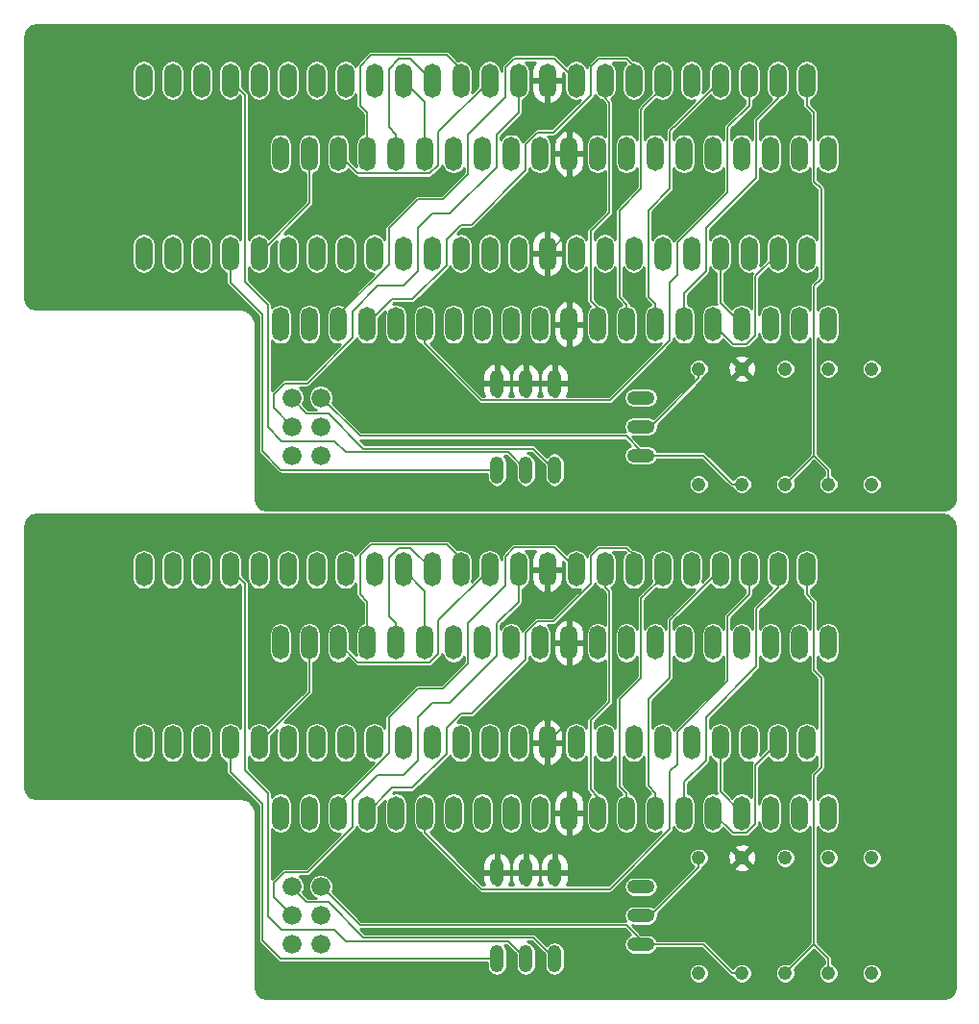
<source format=gbr>
G04 #@! TF.FileFunction,Copper,L2,Bot,Signal*
%FSLAX46Y46*%
G04 Gerber Fmt 4.6, Leading zero omitted, Abs format (unit mm)*
G04 Created by KiCad (PCBNEW 4.0.4-stable) date 07/28/17 15:05:57*
%MOMM*%
%LPD*%
G01*
G04 APERTURE LIST*
%ADD10C,0.100000*%
%ADD11C,1.219200*%
%ADD12O,1.500000X3.000000*%
%ADD13C,1.676400*%
%ADD14O,1.219200X2.438400*%
%ADD15O,2.438400X1.219200*%
%ADD16C,0.152400*%
%ADD17C,0.254000*%
G04 APERTURE END LIST*
D10*
D11*
X163360100Y-106527600D03*
X163360100Y-116687600D03*
D12*
X111290100Y-102592600D03*
X113830100Y-102592600D03*
X116370100Y-102592600D03*
X118910100Y-102592600D03*
X121450100Y-102592600D03*
X123990100Y-102592600D03*
X126530100Y-102592600D03*
X129070100Y-102592600D03*
X131610100Y-102592600D03*
X134150100Y-102592600D03*
X136690100Y-102592600D03*
X139230100Y-102592600D03*
X141770100Y-102592600D03*
X144310100Y-102592600D03*
X146850100Y-102592600D03*
X149390100Y-102592600D03*
X151930100Y-102592600D03*
X154470100Y-102592600D03*
X157010100Y-102592600D03*
X159550100Y-102592600D03*
X159550100Y-87602600D03*
X157010100Y-87602600D03*
X154470100Y-87602600D03*
X151930100Y-87602600D03*
X149390100Y-87602600D03*
X146850100Y-87602600D03*
X144310100Y-87602600D03*
X141770100Y-87602600D03*
X139230100Y-87602600D03*
X136690100Y-87602600D03*
X134150100Y-87602600D03*
X131610100Y-87602600D03*
X129070100Y-87602600D03*
X126530100Y-87602600D03*
X123990100Y-87602600D03*
X121450100Y-87602600D03*
X118910100Y-87602600D03*
X116370100Y-87602600D03*
X113830100Y-87602600D03*
X111290100Y-87602600D03*
X99225100Y-96367600D03*
X101765100Y-96367600D03*
X104305100Y-96367600D03*
X106845100Y-96367600D03*
X109385100Y-96367600D03*
X111925100Y-96367600D03*
X114465100Y-96367600D03*
X117005100Y-96367600D03*
X119545100Y-96367600D03*
X122085100Y-96367600D03*
X124625100Y-96367600D03*
X127165100Y-96367600D03*
X129705100Y-96367600D03*
X132245100Y-96367600D03*
X134785100Y-96367600D03*
X137325100Y-96367600D03*
X139865100Y-96367600D03*
X142405100Y-96367600D03*
X144945100Y-96367600D03*
X147485100Y-96367600D03*
X150025100Y-96367600D03*
X152565100Y-96367600D03*
X155105100Y-96367600D03*
X157645100Y-96367600D03*
X157645100Y-81127600D03*
X155105100Y-81127600D03*
X152565100Y-81127600D03*
X150025100Y-81127600D03*
X147485100Y-81127600D03*
X144945100Y-81127600D03*
X142405100Y-81127600D03*
X139865100Y-81127600D03*
X137325100Y-81127600D03*
X134785100Y-81127600D03*
X132245100Y-81127600D03*
X129705100Y-81127600D03*
X127165100Y-81127600D03*
X124625100Y-81127600D03*
X122085100Y-81127600D03*
X119545100Y-81127600D03*
X117005100Y-81127600D03*
X114465100Y-81127600D03*
X111925100Y-81127600D03*
X109385100Y-81127600D03*
X106845100Y-81127600D03*
X104305100Y-81127600D03*
X101765100Y-81127600D03*
X99225100Y-81127600D03*
D13*
X112290100Y-111607600D03*
X114830100Y-111607600D03*
X112290100Y-114147600D03*
X112290100Y-109067600D03*
X114830100Y-114147600D03*
X114830100Y-109067600D03*
D14*
X130340100Y-115417600D03*
X132880100Y-115417600D03*
X135420100Y-115417600D03*
X135420100Y-107797600D03*
X130340100Y-107797600D03*
X132880100Y-107797600D03*
D15*
X143040100Y-114147600D03*
X143040100Y-109067600D03*
X143040100Y-111607600D03*
D11*
X151930100Y-106527600D03*
X151930100Y-116687600D03*
X155740100Y-106527600D03*
X155740100Y-116687600D03*
X159550100Y-106527600D03*
X159550100Y-116687600D03*
X148120100Y-116687600D03*
X148120100Y-106527600D03*
D12*
X111290100Y-59539600D03*
X113830100Y-59539600D03*
X116370100Y-59539600D03*
X118910100Y-59539600D03*
X121450100Y-59539600D03*
X123990100Y-59539600D03*
X126530100Y-59539600D03*
X129070100Y-59539600D03*
X131610100Y-59539600D03*
X134150100Y-59539600D03*
X136690100Y-59539600D03*
X139230100Y-59539600D03*
X141770100Y-59539600D03*
X144310100Y-59539600D03*
X146850100Y-59539600D03*
X149390100Y-59539600D03*
X151930100Y-59539600D03*
X154470100Y-59539600D03*
X157010100Y-59539600D03*
X159550100Y-59539600D03*
X159550100Y-44549600D03*
X157010100Y-44549600D03*
X154470100Y-44549600D03*
X151930100Y-44549600D03*
X149390100Y-44549600D03*
X146850100Y-44549600D03*
X144310100Y-44549600D03*
X141770100Y-44549600D03*
X139230100Y-44549600D03*
X136690100Y-44549600D03*
X134150100Y-44549600D03*
X131610100Y-44549600D03*
X129070100Y-44549600D03*
X126530100Y-44549600D03*
X123990100Y-44549600D03*
X121450100Y-44549600D03*
X118910100Y-44549600D03*
X116370100Y-44549600D03*
X113830100Y-44549600D03*
X111290100Y-44549600D03*
D11*
X163360100Y-63474600D03*
X163360100Y-73634600D03*
X159550100Y-63474600D03*
X159550100Y-73634600D03*
D14*
X130340100Y-72364600D03*
X132880100Y-72364600D03*
X135420100Y-72364600D03*
X135420100Y-64744600D03*
X130340100Y-64744600D03*
X132880100Y-64744600D03*
D11*
X155740100Y-63474600D03*
X155740100Y-73634600D03*
D13*
X112290100Y-68554600D03*
X114830100Y-68554600D03*
X112290100Y-71094600D03*
X112290100Y-66014600D03*
X114830100Y-71094600D03*
X114830100Y-66014600D03*
D11*
X151930100Y-63474600D03*
X151930100Y-73634600D03*
X148120100Y-73634600D03*
X148120100Y-63474600D03*
D15*
X143040100Y-71094600D03*
X143040100Y-66014600D03*
X143040100Y-68554600D03*
D12*
X99225100Y-53314600D03*
X101765100Y-53314600D03*
X104305100Y-53314600D03*
X106845100Y-53314600D03*
X109385100Y-53314600D03*
X111925100Y-53314600D03*
X114465100Y-53314600D03*
X117005100Y-53314600D03*
X119545100Y-53314600D03*
X122085100Y-53314600D03*
X124625100Y-53314600D03*
X127165100Y-53314600D03*
X129705100Y-53314600D03*
X132245100Y-53314600D03*
X134785100Y-53314600D03*
X137325100Y-53314600D03*
X139865100Y-53314600D03*
X142405100Y-53314600D03*
X144945100Y-53314600D03*
X147485100Y-53314600D03*
X150025100Y-53314600D03*
X152565100Y-53314600D03*
X155105100Y-53314600D03*
X157645100Y-53314600D03*
X157645100Y-38074600D03*
X155105100Y-38074600D03*
X152565100Y-38074600D03*
X150025100Y-38074600D03*
X147485100Y-38074600D03*
X144945100Y-38074600D03*
X142405100Y-38074600D03*
X139865100Y-38074600D03*
X137325100Y-38074600D03*
X134785100Y-38074600D03*
X132245100Y-38074600D03*
X129705100Y-38074600D03*
X127165100Y-38074600D03*
X124625100Y-38074600D03*
X122085100Y-38074600D03*
X119545100Y-38074600D03*
X117005100Y-38074600D03*
X114465100Y-38074600D03*
X111925100Y-38074600D03*
X109385100Y-38074600D03*
X106845100Y-38074600D03*
X104305100Y-38074600D03*
X101765100Y-38074600D03*
X99225100Y-38074600D03*
D16*
X136690100Y-94462600D02*
X136690100Y-87602600D01*
X134785100Y-96367600D02*
X134785100Y-98590100D01*
X134785100Y-98590100D02*
X136690100Y-100495100D01*
X134785100Y-96367600D02*
X136690100Y-94462600D01*
X136690100Y-104622600D02*
X135420100Y-105892600D01*
X136690100Y-102592600D02*
X136690100Y-104622600D01*
X136690100Y-100495100D02*
X136690100Y-102592600D01*
X135420100Y-105892600D02*
X135420100Y-107797600D01*
X134785100Y-53314600D02*
X136690100Y-51409600D01*
X136690100Y-51409600D02*
X136690100Y-44549600D01*
X134785100Y-53314600D02*
X134785100Y-55537100D01*
X134785100Y-55537100D02*
X136690100Y-57442100D01*
X136690100Y-57442100D02*
X136690100Y-59539600D01*
X136690100Y-59539600D02*
X136690100Y-61569600D01*
X136690100Y-61569600D02*
X135420100Y-62839600D01*
X135420100Y-62839600D02*
X135420100Y-64744600D01*
X158280100Y-83985100D02*
X157645100Y-83350100D01*
X157645100Y-83350100D02*
X157645100Y-81127600D01*
X158280100Y-90017600D02*
X158280100Y-83985100D01*
X158915100Y-90652600D02*
X158280100Y-90017600D01*
X158915100Y-98590100D02*
X158915100Y-90652600D01*
X158280100Y-99225100D02*
X158915100Y-98590100D01*
X158280100Y-114147600D02*
X158280100Y-103670100D01*
X159550100Y-115417600D02*
X158280100Y-114147600D01*
X155740100Y-116687600D02*
X158280100Y-114147600D01*
X159550100Y-116687600D02*
X159550100Y-115417600D01*
X158280100Y-103670100D02*
X158280100Y-99225100D01*
X155740100Y-73634600D02*
X158280100Y-71094600D01*
X158280100Y-71094600D02*
X158280100Y-60617100D01*
X159550100Y-73634600D02*
X159550100Y-72364600D01*
X159550100Y-72364600D02*
X158280100Y-71094600D01*
X158280100Y-60617100D02*
X158280100Y-56172100D01*
X158280100Y-56172100D02*
X158915100Y-55537100D01*
X158915100Y-55537100D02*
X158915100Y-47599600D01*
X158915100Y-47599600D02*
X158280100Y-46964600D01*
X158280100Y-46964600D02*
X158280100Y-40932100D01*
X158280100Y-40932100D02*
X157645100Y-40297100D01*
X157645100Y-40297100D02*
X157645100Y-38074600D01*
X118275400Y-112446000D02*
X141757700Y-112446000D01*
X114897000Y-109067600D02*
X118275400Y-112446000D01*
X114830100Y-109067600D02*
X114897000Y-109067600D01*
X151930100Y-116687600D02*
X151091800Y-116687600D01*
X151091800Y-116687600D02*
X148551800Y-114147600D01*
X143040100Y-114147600D02*
X143040100Y-113728400D01*
X141757700Y-112446000D02*
X143040100Y-113728400D01*
X148551800Y-114147600D02*
X143040100Y-114147600D01*
X114830100Y-66014600D02*
X114897000Y-66014600D01*
X114897000Y-66014600D02*
X118275400Y-69393000D01*
X118275400Y-69393000D02*
X141757700Y-69393000D01*
X141757700Y-69393000D02*
X143040100Y-70675400D01*
X151930100Y-73634600D02*
X151091800Y-73634600D01*
X143040100Y-71094600D02*
X143040100Y-70675400D01*
X151091800Y-73634600D02*
X148551800Y-71094600D01*
X148551800Y-71094600D02*
X143040100Y-71094600D01*
X148120100Y-106527600D02*
X148120100Y-107365900D01*
X143878400Y-111607600D02*
X143040100Y-111607600D01*
X148120100Y-107365900D02*
X144716700Y-110769300D01*
X144716700Y-110769300D02*
X143878400Y-111607600D01*
X148120100Y-63474600D02*
X148120100Y-64312900D01*
X148120100Y-64312900D02*
X144716700Y-67716300D01*
X144716700Y-67716300D02*
X143878400Y-68554600D01*
X143878400Y-68554600D02*
X143040100Y-68554600D01*
X135420100Y-115417600D02*
X133573000Y-113570500D01*
X133573000Y-113570500D02*
X118605400Y-113570500D01*
X115486900Y-110452000D02*
X113607900Y-110452000D01*
X113607900Y-110452000D02*
X112357000Y-109201100D01*
X118605400Y-113570500D02*
X115486900Y-110452000D01*
X112357000Y-109201100D02*
X112357000Y-109067600D01*
X112290100Y-109067600D02*
X112357000Y-109067600D01*
X112290100Y-66014600D02*
X112357000Y-66014600D01*
X135420100Y-72364600D02*
X133573000Y-70517500D01*
X133573000Y-70517500D02*
X118605400Y-70517500D01*
X118605400Y-70517500D02*
X115486900Y-67399000D01*
X115486900Y-67399000D02*
X113607900Y-67399000D01*
X113607900Y-67399000D02*
X112357000Y-66148100D01*
X112357000Y-66148100D02*
X112357000Y-66014600D01*
X106845100Y-81127600D02*
X108115100Y-82397600D01*
X108115100Y-82397600D02*
X108115100Y-98827300D01*
X108115100Y-98827300D02*
X110145900Y-100858100D01*
X131338000Y-113875500D02*
X132880100Y-115417600D01*
X117013800Y-113875500D02*
X131338000Y-113875500D01*
X116015900Y-112877600D02*
X117013800Y-113875500D01*
X116015900Y-112877600D02*
X111343100Y-112877600D01*
X110145900Y-100858100D02*
X110145900Y-111680400D01*
X111343100Y-112877600D02*
X110145900Y-111680400D01*
X106845100Y-38074600D02*
X108115100Y-39344600D01*
X108115100Y-39344600D02*
X108115100Y-55774300D01*
X108115100Y-55774300D02*
X110145900Y-57805100D01*
X110145900Y-57805100D02*
X110145900Y-68627400D01*
X116015900Y-69824600D02*
X117013800Y-70822500D01*
X117013800Y-70822500D02*
X131338000Y-70822500D01*
X131338000Y-70822500D02*
X132880100Y-72364600D01*
X116015900Y-69824600D02*
X111343100Y-69824600D01*
X111343100Y-69824600D02*
X110145900Y-68627400D01*
X106845100Y-98968200D02*
X109662000Y-101785100D01*
X106845100Y-96367600D02*
X106845100Y-98968200D01*
X111303400Y-115417600D02*
X130340100Y-115417600D01*
X109662000Y-101785100D02*
X109662000Y-113776200D01*
X109662000Y-113776200D02*
X111303400Y-115417600D01*
X106845100Y-53314600D02*
X106845100Y-55915200D01*
X106845100Y-55915200D02*
X109662000Y-58732100D01*
X109662000Y-58732100D02*
X109662000Y-70723200D01*
X109662000Y-70723200D02*
X111303400Y-72364600D01*
X111303400Y-72364600D02*
X130340100Y-72364600D01*
X119862600Y-99225100D02*
X117640100Y-101447600D01*
X122085100Y-99225100D02*
X119862600Y-99225100D01*
X123355100Y-97955100D02*
X122085100Y-99225100D01*
X123355100Y-94145100D02*
X123355100Y-97955100D01*
X124625100Y-92875100D02*
X123355100Y-94145100D01*
X132245100Y-81762600D02*
X132245100Y-83985100D01*
X132245100Y-83985100D02*
X130340100Y-85890100D01*
X130340100Y-85890100D02*
X130340100Y-88747600D01*
X132245100Y-81762600D02*
X132245100Y-81127600D01*
X130340100Y-88747600D02*
X126212600Y-92875100D01*
X126212600Y-92875100D02*
X124625100Y-92875100D01*
X117640100Y-103787700D02*
X117640100Y-101447600D01*
X113630200Y-107797600D02*
X112560100Y-107797600D01*
X117640100Y-103787700D02*
X113630200Y-107797600D01*
X112560100Y-107797600D02*
X111607600Y-107797600D01*
X111607600Y-107797600D02*
X110655100Y-108750100D01*
X110655100Y-108750100D02*
X110655100Y-109972600D01*
X110655100Y-109972600D02*
X112290100Y-111607600D01*
X117640100Y-60734700D02*
X113630200Y-64744600D01*
X113630200Y-64744600D02*
X112560100Y-64744600D01*
X112560100Y-64744600D02*
X111607600Y-64744600D01*
X111607600Y-64744600D02*
X110655100Y-65697100D01*
X110655100Y-65697100D02*
X110655100Y-66919600D01*
X110655100Y-66919600D02*
X112290100Y-68554600D01*
X132245100Y-38709600D02*
X132245100Y-38074600D01*
X132245100Y-38709600D02*
X132245100Y-40932100D01*
X132245100Y-40932100D02*
X130340100Y-42837100D01*
X130340100Y-42837100D02*
X130340100Y-45694600D01*
X130340100Y-45694600D02*
X126212600Y-49822100D01*
X126212600Y-49822100D02*
X124625100Y-49822100D01*
X124625100Y-49822100D02*
X123355100Y-51092100D01*
X123355100Y-51092100D02*
X123355100Y-54902100D01*
X123355100Y-54902100D02*
X122085100Y-56172100D01*
X122085100Y-56172100D02*
X119862600Y-56172100D01*
X119862600Y-56172100D02*
X117640100Y-58394600D01*
X117640100Y-60734700D02*
X117640100Y-58394600D01*
X120815100Y-97320100D02*
X116370100Y-101765100D01*
X120815100Y-94145100D02*
X120815100Y-97320100D01*
X125577600Y-91605100D02*
X123355100Y-91605100D01*
X123355100Y-91605100D02*
X120815100Y-94145100D01*
X131083000Y-82020400D02*
X131083000Y-82607200D01*
X131083000Y-79991700D02*
X131083000Y-82020400D01*
X131885400Y-79189300D02*
X131083000Y-79991700D01*
X131083000Y-82607200D02*
X127800100Y-85890100D01*
X127800100Y-85890100D02*
X127800100Y-89382600D01*
X135386800Y-79189300D02*
X131885400Y-79189300D01*
X137325100Y-81127600D02*
X135386800Y-79189300D01*
X127800100Y-89382600D02*
X125577600Y-91605100D01*
X116370100Y-101765100D02*
X116370100Y-102592600D01*
X137325100Y-38074600D02*
X135386800Y-36136300D01*
X135386800Y-36136300D02*
X131885400Y-36136300D01*
X131885400Y-36136300D02*
X131083000Y-36938700D01*
X131083000Y-36938700D02*
X131083000Y-38967400D01*
X131083000Y-38967400D02*
X131083000Y-39554200D01*
X131083000Y-39554200D02*
X127800100Y-42837100D01*
X127800100Y-42837100D02*
X127800100Y-46329600D01*
X127800100Y-46329600D02*
X125577600Y-48552100D01*
X125577600Y-48552100D02*
X123355100Y-48552100D01*
X123355100Y-48552100D02*
X120815100Y-51092100D01*
X120815100Y-51092100D02*
X120815100Y-54267100D01*
X120815100Y-54267100D02*
X116370100Y-58712100D01*
X116370100Y-58712100D02*
X116370100Y-59539600D01*
X122917100Y-100373200D02*
X121129500Y-100373200D01*
X122917100Y-100373200D02*
X125895100Y-97395200D01*
X139335100Y-79243900D02*
X141791400Y-79243900D01*
X139335100Y-79243900D02*
X138639100Y-79939900D01*
X142405100Y-79857600D02*
X142405100Y-81127600D01*
X141791400Y-79243900D02*
X142405100Y-79857600D01*
X125895100Y-96685100D02*
X125895100Y-95097600D01*
X127165100Y-93827600D02*
X128117600Y-93827600D01*
X125895100Y-97395200D02*
X125895100Y-96685100D01*
X125895100Y-95097600D02*
X127165100Y-93827600D01*
X132880100Y-86729700D02*
X132880100Y-88843000D01*
X133903300Y-85706500D02*
X132880100Y-86729700D01*
X135334300Y-85706500D02*
X133903300Y-85706500D01*
X138639100Y-82401700D02*
X135334300Y-85706500D01*
X138639100Y-79939900D02*
X138639100Y-82401700D01*
X132880100Y-89065100D02*
X132880100Y-88843000D01*
X128117600Y-93827600D02*
X132880100Y-89065100D01*
X121129500Y-100373200D02*
X118910100Y-102592600D01*
X139335100Y-36190900D02*
X138639100Y-36886900D01*
X138639100Y-36886900D02*
X138639100Y-39348700D01*
X138639100Y-39348700D02*
X135334300Y-42653500D01*
X135334300Y-42653500D02*
X133903300Y-42653500D01*
X133903300Y-42653500D02*
X132880100Y-43676700D01*
X132880100Y-43676700D02*
X132880100Y-45790000D01*
X122917100Y-57320200D02*
X121129500Y-57320200D01*
X121129500Y-57320200D02*
X118910100Y-59539600D01*
X139335100Y-36190900D02*
X141791400Y-36190900D01*
X141791400Y-36190900D02*
X142405100Y-36804600D01*
X142405100Y-36804600D02*
X142405100Y-38074600D01*
X132880100Y-46012100D02*
X132880100Y-45790000D01*
X122917100Y-57320200D02*
X125895100Y-54342200D01*
X125895100Y-54342200D02*
X125895100Y-53632100D01*
X125895100Y-53632100D02*
X125895100Y-52044600D01*
X125895100Y-52044600D02*
X127165100Y-50774600D01*
X127165100Y-50774600D02*
X128117600Y-50774600D01*
X128117600Y-50774600D02*
X132880100Y-46012100D01*
X145580100Y-98907600D02*
X146215100Y-98272600D01*
X146215100Y-98272600D02*
X146215100Y-95415100D01*
X146215100Y-95415100D02*
X150660100Y-90970100D01*
X150660100Y-85255100D02*
X152565100Y-83350100D01*
X152565100Y-83350100D02*
X152565100Y-81127600D01*
X150660100Y-87160100D02*
X150660100Y-85255100D01*
X150660100Y-90970100D02*
X150660100Y-87160100D01*
X139765800Y-109279400D02*
X128948200Y-109279400D01*
X128948200Y-109279400D02*
X123990100Y-104321300D01*
X123990100Y-102592600D02*
X123990100Y-104321300D01*
X145580100Y-103987600D02*
X145580100Y-98907600D01*
X139765800Y-109279400D02*
X140288300Y-109279400D01*
X140288300Y-109279400D02*
X145580100Y-103987600D01*
X139765800Y-66226400D02*
X128948200Y-66226400D01*
X128948200Y-66226400D02*
X123990100Y-61268300D01*
X123990100Y-59539600D02*
X123990100Y-61268300D01*
X150660100Y-47917100D02*
X150660100Y-44107100D01*
X150660100Y-44107100D02*
X150660100Y-42202100D01*
X150660100Y-42202100D02*
X152565100Y-40297100D01*
X152565100Y-40297100D02*
X152565100Y-38074600D01*
X139765800Y-66226400D02*
X140288300Y-66226400D01*
X140288300Y-66226400D02*
X145580100Y-60934600D01*
X145580100Y-60934600D02*
X145580100Y-55854600D01*
X145580100Y-55854600D02*
X146215100Y-55219600D01*
X146215100Y-55219600D02*
X146215100Y-52362100D01*
X146215100Y-52362100D02*
X150660100Y-47917100D01*
X140239200Y-92771400D02*
X138595100Y-94415500D01*
X140239200Y-83080400D02*
X140239200Y-92771400D01*
X139865100Y-82706300D02*
X140239200Y-83080400D01*
X139865100Y-81127600D02*
X139865100Y-82706300D01*
X138595100Y-94415500D02*
X138595100Y-100546400D01*
X138595100Y-100546400D02*
X139230100Y-101181400D01*
X139230100Y-102592600D02*
X139230100Y-101181400D01*
X139230100Y-59539600D02*
X139230100Y-58128400D01*
X139865100Y-38074600D02*
X139865100Y-39653300D01*
X139865100Y-39653300D02*
X140239200Y-40027400D01*
X140239200Y-40027400D02*
X140239200Y-49718400D01*
X140239200Y-49718400D02*
X138595100Y-51362500D01*
X138595100Y-51362500D02*
X138595100Y-57493400D01*
X138595100Y-57493400D02*
X139230100Y-58128400D01*
X141135100Y-100228900D02*
X141135100Y-92557600D01*
X141135100Y-92557600D02*
X143040100Y-90652600D01*
X143040100Y-83667600D02*
X143331300Y-83376400D01*
X143040100Y-84620100D02*
X143040100Y-83667600D01*
X143040100Y-90652600D02*
X143040100Y-84620100D01*
X143331300Y-83376400D02*
X144945100Y-81762600D01*
X144945100Y-81762600D02*
X144945100Y-81127600D01*
X141770100Y-102592600D02*
X141770100Y-100863900D01*
X141770100Y-100863900D02*
X141135100Y-100228900D01*
X141770100Y-59539600D02*
X141770100Y-57810900D01*
X143331300Y-40323400D02*
X144945100Y-38709600D01*
X144945100Y-38709600D02*
X144945100Y-38074600D01*
X141770100Y-57810900D02*
X141135100Y-57175900D01*
X141135100Y-57175900D02*
X141135100Y-49504600D01*
X141135100Y-49504600D02*
X143040100Y-47599600D01*
X143040100Y-47599600D02*
X143040100Y-41567100D01*
X143040100Y-41567100D02*
X143040100Y-40614600D01*
X143040100Y-40614600D02*
X143331300Y-40323400D01*
X143675100Y-100177600D02*
X143675100Y-92557600D01*
X145580100Y-90652600D02*
X145580100Y-85572600D01*
X143675100Y-92557600D02*
X145580100Y-90652600D01*
X146215100Y-84937600D02*
X150025100Y-81127600D01*
X145871300Y-85281400D02*
X146215100Y-84937600D01*
X145580100Y-85572600D02*
X146215100Y-84937600D01*
X144310100Y-100812600D02*
X143675100Y-100177600D01*
X144310100Y-100863900D02*
X144310100Y-100812600D01*
X144310100Y-102592600D02*
X144310100Y-100863900D01*
X145871300Y-42228400D02*
X146215100Y-41884600D01*
X146215100Y-41884600D02*
X150025100Y-38074600D01*
X144310100Y-59539600D02*
X144310100Y-57810900D01*
X144310100Y-57810900D02*
X144310100Y-57759600D01*
X144310100Y-57759600D02*
X143675100Y-57124600D01*
X143675100Y-57124600D02*
X143675100Y-49504600D01*
X143675100Y-49504600D02*
X145580100Y-47599600D01*
X145580100Y-47599600D02*
X145580100Y-42519600D01*
X145580100Y-42519600D02*
X146215100Y-41884600D01*
X155105100Y-82715100D02*
X155105100Y-81127600D01*
X153200100Y-84620100D02*
X155105100Y-82715100D01*
X148755100Y-97955100D02*
X148755100Y-94145100D01*
X146850100Y-99860100D02*
X148755100Y-97955100D01*
X153200100Y-86525100D02*
X153200100Y-84620100D01*
X153200100Y-89700100D02*
X153200100Y-86525100D01*
X148755100Y-94145100D02*
X153200100Y-89700100D01*
X146850100Y-102592600D02*
X146850100Y-99860100D01*
X153200100Y-46647100D02*
X153200100Y-43472100D01*
X153200100Y-43472100D02*
X153200100Y-41567100D01*
X153200100Y-41567100D02*
X155105100Y-39662100D01*
X155105100Y-39662100D02*
X155105100Y-38074600D01*
X146850100Y-59539600D02*
X146850100Y-56807100D01*
X146850100Y-56807100D02*
X148755100Y-54902100D01*
X148755100Y-54902100D02*
X148755100Y-51092100D01*
X148755100Y-51092100D02*
X153200100Y-46647100D01*
X153092200Y-98380500D02*
X155105100Y-96367600D01*
X151132500Y-104335000D02*
X152324900Y-104335000D01*
X152324900Y-104335000D02*
X153092200Y-103567700D01*
X153092200Y-103567700D02*
X153092200Y-98380500D01*
X149390100Y-102592600D02*
X151132500Y-104335000D01*
X149390100Y-59539600D02*
X151132500Y-61282000D01*
X151132500Y-61282000D02*
X152324900Y-61282000D01*
X152324900Y-61282000D02*
X153092200Y-60514700D01*
X153092200Y-60514700D02*
X153092200Y-55327500D01*
X153092200Y-55327500D02*
X155105100Y-53314600D01*
X150025100Y-96367600D02*
X150025100Y-97946300D01*
X150025100Y-100687600D02*
X151930100Y-102592600D01*
X150025100Y-97946300D02*
X150025100Y-100687600D01*
X150025100Y-53314600D02*
X150025100Y-54893300D01*
X150025100Y-54893300D02*
X150025100Y-57634600D01*
X150025100Y-57634600D02*
X151930100Y-59539600D01*
X122085100Y-81127600D02*
X123990100Y-83032600D01*
X123990100Y-83032600D02*
X123990100Y-87602600D01*
X122085100Y-38074600D02*
X123990100Y-39979600D01*
X123990100Y-39979600D02*
X123990100Y-44549600D01*
X120815100Y-80123100D02*
X120815100Y-85238900D01*
X121711800Y-79226400D02*
X120815100Y-80123100D01*
X120815100Y-85238900D02*
X121450100Y-85873900D01*
X121450100Y-87602600D02*
X121450100Y-85873900D01*
X122723900Y-79226400D02*
X121711800Y-79226400D01*
X124625100Y-81127600D02*
X122723900Y-79226400D01*
X121450100Y-44549600D02*
X121450100Y-42820900D01*
X124625100Y-38074600D02*
X122723900Y-36173400D01*
X122723900Y-36173400D02*
X121711800Y-36173400D01*
X121711800Y-36173400D02*
X120815100Y-37070100D01*
X120815100Y-37070100D02*
X120815100Y-42185900D01*
X120815100Y-42185900D02*
X121450100Y-42820900D01*
X118275100Y-83350100D02*
X118910100Y-83985100D01*
X119227600Y-78905100D02*
X118275100Y-79857600D01*
X118275100Y-79857600D02*
X118275100Y-83350100D01*
X118910100Y-83985100D02*
X118910100Y-87602600D01*
X127165100Y-80175100D02*
X125895100Y-78905100D01*
X125895100Y-78905100D02*
X119227600Y-78905100D01*
X127165100Y-81127600D02*
X127165100Y-80175100D01*
X127165100Y-38074600D02*
X127165100Y-37122100D01*
X127165100Y-37122100D02*
X125895100Y-35852100D01*
X125895100Y-35852100D02*
X119227600Y-35852100D01*
X119227600Y-35852100D02*
X118275100Y-36804600D01*
X118275100Y-36804600D02*
X118275100Y-40297100D01*
X118275100Y-40297100D02*
X118910100Y-40932100D01*
X118910100Y-40932100D02*
X118910100Y-44549600D01*
X124438200Y-89333900D02*
X118101400Y-89333900D01*
X118101400Y-89333900D02*
X116370100Y-87602600D01*
X129705100Y-81127600D02*
X125189000Y-85643700D01*
X125189000Y-85643700D02*
X125189000Y-88583100D01*
X125189000Y-88583100D02*
X124438200Y-89333900D01*
X129705100Y-38074600D02*
X125189000Y-42590700D01*
X125189000Y-42590700D02*
X125189000Y-45530100D01*
X125189000Y-45530100D02*
X124438200Y-46280900D01*
X124438200Y-46280900D02*
X118101400Y-46280900D01*
X118101400Y-46280900D02*
X116370100Y-44549600D01*
X113830100Y-91922600D02*
X113830100Y-87602600D01*
X109385100Y-96367600D02*
X113830100Y-91922600D01*
X109385100Y-53314600D02*
X113830100Y-48869600D01*
X113830100Y-48869600D02*
X113830100Y-44549600D01*
D17*
G36*
X170069281Y-76383879D02*
X170406081Y-76608921D01*
X170631120Y-76945718D01*
X170714600Y-77365399D01*
X170714600Y-117960601D01*
X170640787Y-118331680D01*
X170443277Y-118627277D01*
X170147679Y-118824788D01*
X169776601Y-118898600D01*
X110004399Y-118898600D01*
X109633320Y-118824787D01*
X109337723Y-118627277D01*
X109140212Y-118331679D01*
X109066400Y-117960601D01*
X109066400Y-102616000D01*
X109062030Y-102594031D01*
X109062030Y-102571636D01*
X108975025Y-102134229D01*
X108941070Y-102052256D01*
X108693299Y-101681440D01*
X108630559Y-101618700D01*
X108259744Y-101370930D01*
X108235734Y-101360985D01*
X108177770Y-101336975D01*
X107740364Y-101249969D01*
X107717965Y-101249969D01*
X107696000Y-101245600D01*
X89684399Y-101245600D01*
X89313320Y-101171787D01*
X89017723Y-100974277D01*
X88820212Y-100678679D01*
X88746400Y-100307601D01*
X88746400Y-95582739D01*
X98195700Y-95582739D01*
X98195700Y-97152461D01*
X98274058Y-97546395D01*
X98497204Y-97880357D01*
X98831166Y-98103503D01*
X99225100Y-98181861D01*
X99619034Y-98103503D01*
X99952996Y-97880357D01*
X100176142Y-97546395D01*
X100254500Y-97152461D01*
X100254500Y-95582739D01*
X100735700Y-95582739D01*
X100735700Y-97152461D01*
X100814058Y-97546395D01*
X101037204Y-97880357D01*
X101371166Y-98103503D01*
X101765100Y-98181861D01*
X102159034Y-98103503D01*
X102492996Y-97880357D01*
X102716142Y-97546395D01*
X102794500Y-97152461D01*
X102794500Y-95582739D01*
X103275700Y-95582739D01*
X103275700Y-97152461D01*
X103354058Y-97546395D01*
X103577204Y-97880357D01*
X103911166Y-98103503D01*
X104305100Y-98181861D01*
X104699034Y-98103503D01*
X105032996Y-97880357D01*
X105256142Y-97546395D01*
X105334500Y-97152461D01*
X105334500Y-95582739D01*
X105256142Y-95188805D01*
X105032996Y-94854843D01*
X104699034Y-94631697D01*
X104305100Y-94553339D01*
X103911166Y-94631697D01*
X103577204Y-94854843D01*
X103354058Y-95188805D01*
X103275700Y-95582739D01*
X102794500Y-95582739D01*
X102716142Y-95188805D01*
X102492996Y-94854843D01*
X102159034Y-94631697D01*
X101765100Y-94553339D01*
X101371166Y-94631697D01*
X101037204Y-94854843D01*
X100814058Y-95188805D01*
X100735700Y-95582739D01*
X100254500Y-95582739D01*
X100176142Y-95188805D01*
X99952996Y-94854843D01*
X99619034Y-94631697D01*
X99225100Y-94553339D01*
X98831166Y-94631697D01*
X98497204Y-94854843D01*
X98274058Y-95188805D01*
X98195700Y-95582739D01*
X88746400Y-95582739D01*
X88746400Y-80342739D01*
X98195700Y-80342739D01*
X98195700Y-81912461D01*
X98274058Y-82306395D01*
X98497204Y-82640357D01*
X98831166Y-82863503D01*
X99225100Y-82941861D01*
X99619034Y-82863503D01*
X99952996Y-82640357D01*
X100176142Y-82306395D01*
X100254500Y-81912461D01*
X100254500Y-80342739D01*
X100735700Y-80342739D01*
X100735700Y-81912461D01*
X100814058Y-82306395D01*
X101037204Y-82640357D01*
X101371166Y-82863503D01*
X101765100Y-82941861D01*
X102159034Y-82863503D01*
X102492996Y-82640357D01*
X102716142Y-82306395D01*
X102794500Y-81912461D01*
X102794500Y-80342739D01*
X103275700Y-80342739D01*
X103275700Y-81912461D01*
X103354058Y-82306395D01*
X103577204Y-82640357D01*
X103911166Y-82863503D01*
X104305100Y-82941861D01*
X104699034Y-82863503D01*
X105032996Y-82640357D01*
X105256142Y-82306395D01*
X105334500Y-81912461D01*
X105334500Y-80342739D01*
X105815700Y-80342739D01*
X105815700Y-81912461D01*
X105894058Y-82306395D01*
X106117204Y-82640357D01*
X106451166Y-82863503D01*
X106845100Y-82941861D01*
X107239034Y-82863503D01*
X107572996Y-82640357D01*
X107685936Y-82471330D01*
X107759500Y-82544894D01*
X107759500Y-95133966D01*
X107572996Y-94854843D01*
X107239034Y-94631697D01*
X106845100Y-94553339D01*
X106451166Y-94631697D01*
X106117204Y-94854843D01*
X105894058Y-95188805D01*
X105815700Y-95582739D01*
X105815700Y-97152461D01*
X105894058Y-97546395D01*
X106117204Y-97880357D01*
X106451166Y-98103503D01*
X106489500Y-98111128D01*
X106489500Y-98968200D01*
X106516568Y-99104283D01*
X106593653Y-99219647D01*
X109306400Y-101932394D01*
X109306400Y-113776200D01*
X109333468Y-113912283D01*
X109410553Y-114027647D01*
X111051953Y-115669047D01*
X111167317Y-115746132D01*
X111303400Y-115773200D01*
X129451100Y-115773200D01*
X129451100Y-116056559D01*
X129518771Y-116396765D01*
X129711482Y-116685177D01*
X129999894Y-116877888D01*
X130340100Y-116945559D01*
X130680306Y-116877888D01*
X130968718Y-116685177D01*
X131161429Y-116396765D01*
X131229100Y-116056559D01*
X131229100Y-114778641D01*
X131161429Y-114438435D01*
X131022892Y-114231100D01*
X131190706Y-114231100D01*
X131991100Y-115031494D01*
X131991100Y-116056559D01*
X132058771Y-116396765D01*
X132251482Y-116685177D01*
X132539894Y-116877888D01*
X132880100Y-116945559D01*
X133220306Y-116877888D01*
X133508718Y-116685177D01*
X133701429Y-116396765D01*
X133769100Y-116056559D01*
X133769100Y-114778641D01*
X133701429Y-114438435D01*
X133508718Y-114150023D01*
X133220306Y-113957312D01*
X133063392Y-113926100D01*
X133425706Y-113926100D01*
X134531100Y-115031494D01*
X134531100Y-116056559D01*
X134598771Y-116396765D01*
X134791482Y-116685177D01*
X135079894Y-116877888D01*
X135420100Y-116945559D01*
X135760306Y-116877888D01*
X135781604Y-116863657D01*
X147230946Y-116863657D01*
X147366003Y-117190520D01*
X147615864Y-117440818D01*
X147942491Y-117576446D01*
X148296157Y-117576754D01*
X148623020Y-117441697D01*
X148873318Y-117191836D01*
X149008946Y-116865209D01*
X149009254Y-116511543D01*
X148874197Y-116184680D01*
X148624336Y-115934382D01*
X148297709Y-115798754D01*
X147944043Y-115798446D01*
X147617180Y-115933503D01*
X147366882Y-116183364D01*
X147231254Y-116509991D01*
X147230946Y-116863657D01*
X135781604Y-116863657D01*
X136048718Y-116685177D01*
X136241429Y-116396765D01*
X136309100Y-116056559D01*
X136309100Y-114778641D01*
X136241429Y-114438435D01*
X136048718Y-114150023D01*
X135760306Y-113957312D01*
X135420100Y-113889641D01*
X135079894Y-113957312D01*
X134791482Y-114150023D01*
X134736982Y-114231588D01*
X133824447Y-113319053D01*
X133709083Y-113241968D01*
X133573000Y-113214900D01*
X118752694Y-113214900D01*
X118339394Y-112801600D01*
X141610406Y-112801600D01*
X142122776Y-113313970D01*
X142060935Y-113326271D01*
X141772523Y-113518982D01*
X141579812Y-113807394D01*
X141512141Y-114147600D01*
X141579812Y-114487806D01*
X141772523Y-114776218D01*
X142060935Y-114968929D01*
X142401141Y-115036600D01*
X143679059Y-115036600D01*
X144019265Y-114968929D01*
X144307677Y-114776218D01*
X144490102Y-114503200D01*
X148404506Y-114503200D01*
X150840353Y-116939047D01*
X150955718Y-117016132D01*
X151091800Y-117043200D01*
X151115132Y-117043200D01*
X151176003Y-117190520D01*
X151425864Y-117440818D01*
X151752491Y-117576446D01*
X152106157Y-117576754D01*
X152433020Y-117441697D01*
X152683318Y-117191836D01*
X152818946Y-116865209D01*
X152818947Y-116863657D01*
X154850946Y-116863657D01*
X154986003Y-117190520D01*
X155235864Y-117440818D01*
X155562491Y-117576446D01*
X155916157Y-117576754D01*
X156243020Y-117441697D01*
X156493318Y-117191836D01*
X156628946Y-116865209D01*
X156629254Y-116511543D01*
X156567794Y-116362800D01*
X158280100Y-114650494D01*
X159194500Y-115564894D01*
X159194500Y-115872632D01*
X159047180Y-115933503D01*
X158796882Y-116183364D01*
X158661254Y-116509991D01*
X158660946Y-116863657D01*
X158796003Y-117190520D01*
X159045864Y-117440818D01*
X159372491Y-117576446D01*
X159726157Y-117576754D01*
X160053020Y-117441697D01*
X160303318Y-117191836D01*
X160438946Y-116865209D01*
X160438947Y-116863657D01*
X162470946Y-116863657D01*
X162606003Y-117190520D01*
X162855864Y-117440818D01*
X163182491Y-117576446D01*
X163536157Y-117576754D01*
X163863020Y-117441697D01*
X164113318Y-117191836D01*
X164248946Y-116865209D01*
X164249254Y-116511543D01*
X164114197Y-116184680D01*
X163864336Y-115934382D01*
X163537709Y-115798754D01*
X163184043Y-115798446D01*
X162857180Y-115933503D01*
X162606882Y-116183364D01*
X162471254Y-116509991D01*
X162470946Y-116863657D01*
X160438947Y-116863657D01*
X160439254Y-116511543D01*
X160304197Y-116184680D01*
X160054336Y-115934382D01*
X159905700Y-115872663D01*
X159905700Y-115417600D01*
X159878632Y-115281518D01*
X159878632Y-115281517D01*
X159801547Y-115166153D01*
X158635700Y-114000306D01*
X158635700Y-106703657D01*
X158660946Y-106703657D01*
X158796003Y-107030520D01*
X159045864Y-107280818D01*
X159372491Y-107416446D01*
X159726157Y-107416754D01*
X160053020Y-107281697D01*
X160303318Y-107031836D01*
X160438946Y-106705209D01*
X160438947Y-106703657D01*
X162470946Y-106703657D01*
X162606003Y-107030520D01*
X162855864Y-107280818D01*
X163182491Y-107416446D01*
X163536157Y-107416754D01*
X163863020Y-107281697D01*
X164113318Y-107031836D01*
X164248946Y-106705209D01*
X164249254Y-106351543D01*
X164114197Y-106024680D01*
X163864336Y-105774382D01*
X163537709Y-105638754D01*
X163184043Y-105638446D01*
X162857180Y-105773503D01*
X162606882Y-106023364D01*
X162471254Y-106349991D01*
X162470946Y-106703657D01*
X160438947Y-106703657D01*
X160439254Y-106351543D01*
X160304197Y-106024680D01*
X160054336Y-105774382D01*
X159727709Y-105638754D01*
X159374043Y-105638446D01*
X159047180Y-105773503D01*
X158796882Y-106023364D01*
X158661254Y-106349991D01*
X158660946Y-106703657D01*
X158635700Y-106703657D01*
X158635700Y-103826234D01*
X158822204Y-104105357D01*
X159156166Y-104328503D01*
X159550100Y-104406861D01*
X159944034Y-104328503D01*
X160277996Y-104105357D01*
X160501142Y-103771395D01*
X160579500Y-103377461D01*
X160579500Y-101807739D01*
X160501142Y-101413805D01*
X160277996Y-101079843D01*
X159944034Y-100856697D01*
X159550100Y-100778339D01*
X159156166Y-100856697D01*
X158822204Y-101079843D01*
X158635700Y-101358966D01*
X158635700Y-99372394D01*
X159166547Y-98841547D01*
X159243632Y-98726182D01*
X159270700Y-98590100D01*
X159270700Y-90652600D01*
X159243632Y-90516518D01*
X159166547Y-90401153D01*
X158635700Y-89870306D01*
X158635700Y-88836234D01*
X158822204Y-89115357D01*
X159156166Y-89338503D01*
X159550100Y-89416861D01*
X159944034Y-89338503D01*
X160277996Y-89115357D01*
X160501142Y-88781395D01*
X160579500Y-88387461D01*
X160579500Y-86817739D01*
X160501142Y-86423805D01*
X160277996Y-86089843D01*
X159944034Y-85866697D01*
X159550100Y-85788339D01*
X159156166Y-85866697D01*
X158822204Y-86089843D01*
X158635700Y-86368966D01*
X158635700Y-83985100D01*
X158608632Y-83849018D01*
X158531547Y-83733653D01*
X158000700Y-83202806D01*
X158000700Y-82871128D01*
X158039034Y-82863503D01*
X158372996Y-82640357D01*
X158596142Y-82306395D01*
X158674500Y-81912461D01*
X158674500Y-80342739D01*
X158596142Y-79948805D01*
X158372996Y-79614843D01*
X158039034Y-79391697D01*
X157645100Y-79313339D01*
X157251166Y-79391697D01*
X156917204Y-79614843D01*
X156694058Y-79948805D01*
X156615700Y-80342739D01*
X156615700Y-81912461D01*
X156694058Y-82306395D01*
X156917204Y-82640357D01*
X157251166Y-82863503D01*
X157289500Y-82871128D01*
X157289500Y-83350100D01*
X157316568Y-83486183D01*
X157393653Y-83601547D01*
X157924500Y-84132394D01*
X157924500Y-86368966D01*
X157737996Y-86089843D01*
X157404034Y-85866697D01*
X157010100Y-85788339D01*
X156616166Y-85866697D01*
X156282204Y-86089843D01*
X156059058Y-86423805D01*
X155980700Y-86817739D01*
X155980700Y-88387461D01*
X156059058Y-88781395D01*
X156282204Y-89115357D01*
X156616166Y-89338503D01*
X157010100Y-89416861D01*
X157404034Y-89338503D01*
X157737996Y-89115357D01*
X157924500Y-88836234D01*
X157924500Y-90017600D01*
X157951568Y-90153683D01*
X158028653Y-90269047D01*
X158559500Y-90799894D01*
X158559500Y-95133966D01*
X158372996Y-94854843D01*
X158039034Y-94631697D01*
X157645100Y-94553339D01*
X157251166Y-94631697D01*
X156917204Y-94854843D01*
X156694058Y-95188805D01*
X156615700Y-95582739D01*
X156615700Y-97152461D01*
X156694058Y-97546395D01*
X156917204Y-97880357D01*
X157251166Y-98103503D01*
X157645100Y-98181861D01*
X158039034Y-98103503D01*
X158372996Y-97880357D01*
X158559500Y-97601234D01*
X158559500Y-98442806D01*
X158028653Y-98973653D01*
X157951568Y-99089017D01*
X157932894Y-99182900D01*
X157924500Y-99225100D01*
X157924500Y-101358966D01*
X157737996Y-101079843D01*
X157404034Y-100856697D01*
X157010100Y-100778339D01*
X156616166Y-100856697D01*
X156282204Y-101079843D01*
X156059058Y-101413805D01*
X155980700Y-101807739D01*
X155980700Y-103377461D01*
X156059058Y-103771395D01*
X156282204Y-104105357D01*
X156616166Y-104328503D01*
X157010100Y-104406861D01*
X157404034Y-104328503D01*
X157737996Y-104105357D01*
X157924500Y-103826234D01*
X157924500Y-114000306D01*
X156064923Y-115859883D01*
X155917709Y-115798754D01*
X155564043Y-115798446D01*
X155237180Y-115933503D01*
X154986882Y-116183364D01*
X154851254Y-116509991D01*
X154850946Y-116863657D01*
X152818947Y-116863657D01*
X152819254Y-116511543D01*
X152684197Y-116184680D01*
X152434336Y-115934382D01*
X152107709Y-115798754D01*
X151754043Y-115798446D01*
X151427180Y-115933503D01*
X151176882Y-116183364D01*
X151151525Y-116244431D01*
X148803247Y-113896153D01*
X148687883Y-113819068D01*
X148551800Y-113792000D01*
X144490102Y-113792000D01*
X144307677Y-113518982D01*
X144019265Y-113326271D01*
X143679059Y-113258600D01*
X143073195Y-113258600D01*
X142288860Y-112474266D01*
X142401141Y-112496600D01*
X143679059Y-112496600D01*
X144019265Y-112428929D01*
X144307677Y-112236218D01*
X144500388Y-111947806D01*
X144568059Y-111607600D01*
X144537073Y-111451821D01*
X148371547Y-107617347D01*
X148448632Y-107501982D01*
X148469453Y-107397302D01*
X151240003Y-107397302D01*
X151290700Y-107623723D01*
X151758839Y-107784974D01*
X152253052Y-107754800D01*
X152569500Y-107623723D01*
X152620197Y-107397302D01*
X151930100Y-106707205D01*
X151240003Y-107397302D01*
X148469453Y-107397302D01*
X148475700Y-107365900D01*
X148475700Y-107342568D01*
X148623020Y-107281697D01*
X148873318Y-107031836D01*
X149008946Y-106705209D01*
X149009249Y-106356339D01*
X150672726Y-106356339D01*
X150702900Y-106850552D01*
X150833977Y-107167000D01*
X151060398Y-107217697D01*
X151750495Y-106527600D01*
X152109705Y-106527600D01*
X152799802Y-107217697D01*
X153026223Y-107167000D01*
X153185822Y-106703657D01*
X154850946Y-106703657D01*
X154986003Y-107030520D01*
X155235864Y-107280818D01*
X155562491Y-107416446D01*
X155916157Y-107416754D01*
X156243020Y-107281697D01*
X156493318Y-107031836D01*
X156628946Y-106705209D01*
X156629254Y-106351543D01*
X156494197Y-106024680D01*
X156244336Y-105774382D01*
X155917709Y-105638754D01*
X155564043Y-105638446D01*
X155237180Y-105773503D01*
X154986882Y-106023364D01*
X154851254Y-106349991D01*
X154850946Y-106703657D01*
X153185822Y-106703657D01*
X153187474Y-106698861D01*
X153157300Y-106204648D01*
X153026223Y-105888200D01*
X152799802Y-105837503D01*
X152109705Y-106527600D01*
X151750495Y-106527600D01*
X151060398Y-105837503D01*
X150833977Y-105888200D01*
X150672726Y-106356339D01*
X149009249Y-106356339D01*
X149009254Y-106351543D01*
X148874197Y-106024680D01*
X148624336Y-105774382D01*
X148343813Y-105657898D01*
X151240003Y-105657898D01*
X151930100Y-106347995D01*
X152620197Y-105657898D01*
X152569500Y-105431477D01*
X152101361Y-105270226D01*
X151607148Y-105300400D01*
X151290700Y-105431477D01*
X151240003Y-105657898D01*
X148343813Y-105657898D01*
X148297709Y-105638754D01*
X147944043Y-105638446D01*
X147617180Y-105773503D01*
X147366882Y-106023364D01*
X147231254Y-106349991D01*
X147230946Y-106703657D01*
X147366003Y-107030520D01*
X147615864Y-107280818D01*
X147676931Y-107306175D01*
X144125710Y-110857396D01*
X144019265Y-110786271D01*
X143679059Y-110718600D01*
X142401141Y-110718600D01*
X142060935Y-110786271D01*
X141772523Y-110978982D01*
X141579812Y-111267394D01*
X141512141Y-111607600D01*
X141579812Y-111947806D01*
X141675090Y-112090400D01*
X118422694Y-112090400D01*
X115852345Y-109520051D01*
X115947506Y-109290880D01*
X115947893Y-108846271D01*
X115778108Y-108435358D01*
X115463996Y-108120697D01*
X115053380Y-107950194D01*
X114608771Y-107949807D01*
X114197858Y-108119592D01*
X113883197Y-108433704D01*
X113712694Y-108844320D01*
X113712307Y-109288929D01*
X113882092Y-109699842D01*
X114196204Y-110014503D01*
X114393433Y-110096400D01*
X113755194Y-110096400D01*
X113273176Y-109614382D01*
X113407506Y-109290880D01*
X113407893Y-108846271D01*
X113238108Y-108435358D01*
X112956442Y-108153200D01*
X113630200Y-108153200D01*
X113766283Y-108126132D01*
X113881647Y-108049047D01*
X117891547Y-104039147D01*
X117968632Y-103923783D01*
X117989794Y-103817394D01*
X118182204Y-104105357D01*
X118516166Y-104328503D01*
X118910100Y-104406861D01*
X119304034Y-104328503D01*
X119637996Y-104105357D01*
X119861142Y-103771395D01*
X119939500Y-103377461D01*
X119939500Y-102066094D01*
X120476033Y-101529561D01*
X120420700Y-101807739D01*
X120420700Y-103377461D01*
X120499058Y-103771395D01*
X120722204Y-104105357D01*
X121056166Y-104328503D01*
X121450100Y-104406861D01*
X121844034Y-104328503D01*
X122177996Y-104105357D01*
X122401142Y-103771395D01*
X122479500Y-103377461D01*
X122479500Y-101807739D01*
X122401142Y-101413805D01*
X122177996Y-101079843D01*
X121844034Y-100856697D01*
X121450100Y-100778339D01*
X121171922Y-100833672D01*
X121276794Y-100728800D01*
X122917100Y-100728800D01*
X123053183Y-100701732D01*
X123168547Y-100624647D01*
X126146547Y-97646647D01*
X126213938Y-97545791D01*
X126214058Y-97546395D01*
X126437204Y-97880357D01*
X126771166Y-98103503D01*
X127165100Y-98181861D01*
X127559034Y-98103503D01*
X127892996Y-97880357D01*
X128116142Y-97546395D01*
X128194500Y-97152461D01*
X128194500Y-95582739D01*
X128675700Y-95582739D01*
X128675700Y-97152461D01*
X128754058Y-97546395D01*
X128977204Y-97880357D01*
X129311166Y-98103503D01*
X129705100Y-98181861D01*
X130099034Y-98103503D01*
X130432996Y-97880357D01*
X130656142Y-97546395D01*
X130734500Y-97152461D01*
X130734500Y-95582739D01*
X131215700Y-95582739D01*
X131215700Y-97152461D01*
X131294058Y-97546395D01*
X131517204Y-97880357D01*
X131851166Y-98103503D01*
X132245100Y-98181861D01*
X132639034Y-98103503D01*
X132972996Y-97880357D01*
X133196142Y-97546395D01*
X133274500Y-97152461D01*
X133274500Y-96494600D01*
X133400100Y-96494600D01*
X133400100Y-97244600D01*
X133554128Y-97764949D01*
X133895560Y-98186745D01*
X134372416Y-98445773D01*
X134443915Y-98459918D01*
X134658100Y-98337256D01*
X134658100Y-96494600D01*
X134912100Y-96494600D01*
X134912100Y-98337256D01*
X135126285Y-98459918D01*
X135197784Y-98445773D01*
X135674640Y-98186745D01*
X136016072Y-97764949D01*
X136170100Y-97244600D01*
X136170100Y-96494600D01*
X134912100Y-96494600D01*
X134658100Y-96494600D01*
X133400100Y-96494600D01*
X133274500Y-96494600D01*
X133274500Y-95582739D01*
X133256173Y-95490600D01*
X133400100Y-95490600D01*
X133400100Y-96240600D01*
X134658100Y-96240600D01*
X134658100Y-94397944D01*
X134912100Y-94397944D01*
X134912100Y-96240600D01*
X136170100Y-96240600D01*
X136170100Y-95490600D01*
X136016072Y-94970251D01*
X135674640Y-94548455D01*
X135197784Y-94289427D01*
X135126285Y-94275282D01*
X134912100Y-94397944D01*
X134658100Y-94397944D01*
X134443915Y-94275282D01*
X134372416Y-94289427D01*
X133895560Y-94548455D01*
X133554128Y-94970251D01*
X133400100Y-95490600D01*
X133256173Y-95490600D01*
X133196142Y-95188805D01*
X132972996Y-94854843D01*
X132639034Y-94631697D01*
X132245100Y-94553339D01*
X131851166Y-94631697D01*
X131517204Y-94854843D01*
X131294058Y-95188805D01*
X131215700Y-95582739D01*
X130734500Y-95582739D01*
X130656142Y-95188805D01*
X130432996Y-94854843D01*
X130099034Y-94631697D01*
X129705100Y-94553339D01*
X129311166Y-94631697D01*
X128977204Y-94854843D01*
X128754058Y-95188805D01*
X128675700Y-95582739D01*
X128194500Y-95582739D01*
X128116142Y-95188805D01*
X127892996Y-94854843D01*
X127559034Y-94631697D01*
X127165100Y-94553339D01*
X126886922Y-94608672D01*
X127312394Y-94183200D01*
X128117600Y-94183200D01*
X128253683Y-94156132D01*
X128369047Y-94079047D01*
X133131547Y-89316547D01*
X133208632Y-89201183D01*
X133235700Y-89065100D01*
X133235700Y-88836234D01*
X133422204Y-89115357D01*
X133756166Y-89338503D01*
X134150100Y-89416861D01*
X134544034Y-89338503D01*
X134877996Y-89115357D01*
X135101142Y-88781395D01*
X135179500Y-88387461D01*
X135179500Y-87729600D01*
X135305100Y-87729600D01*
X135305100Y-88479600D01*
X135459128Y-88999949D01*
X135800560Y-89421745D01*
X136277416Y-89680773D01*
X136348915Y-89694918D01*
X136563100Y-89572256D01*
X136563100Y-87729600D01*
X136817100Y-87729600D01*
X136817100Y-89572256D01*
X137031285Y-89694918D01*
X137102784Y-89680773D01*
X137579640Y-89421745D01*
X137921072Y-88999949D01*
X138075100Y-88479600D01*
X138075100Y-87729600D01*
X136817100Y-87729600D01*
X136563100Y-87729600D01*
X135305100Y-87729600D01*
X135179500Y-87729600D01*
X135179500Y-86817739D01*
X135161173Y-86725600D01*
X135305100Y-86725600D01*
X135305100Y-87475600D01*
X136563100Y-87475600D01*
X136563100Y-85632944D01*
X136817100Y-85632944D01*
X136817100Y-87475600D01*
X138075100Y-87475600D01*
X138075100Y-86725600D01*
X137921072Y-86205251D01*
X137579640Y-85783455D01*
X137102784Y-85524427D01*
X137031285Y-85510282D01*
X136817100Y-85632944D01*
X136563100Y-85632944D01*
X136348915Y-85510282D01*
X136277416Y-85524427D01*
X135800560Y-85783455D01*
X135459128Y-86205251D01*
X135305100Y-86725600D01*
X135161173Y-86725600D01*
X135101142Y-86423805D01*
X134877996Y-86089843D01*
X134836476Y-86062100D01*
X135334300Y-86062100D01*
X135470383Y-86035032D01*
X135585747Y-85957947D01*
X138890547Y-82653147D01*
X138967632Y-82537783D01*
X138990809Y-82421261D01*
X139137204Y-82640357D01*
X139471166Y-82863503D01*
X139562868Y-82881744D01*
X139613653Y-82957747D01*
X139883600Y-83227694D01*
X139883600Y-86040133D01*
X139624034Y-85866697D01*
X139230100Y-85788339D01*
X138836166Y-85866697D01*
X138502204Y-86089843D01*
X138279058Y-86423805D01*
X138200700Y-86817739D01*
X138200700Y-88387461D01*
X138279058Y-88781395D01*
X138502204Y-89115357D01*
X138836166Y-89338503D01*
X139230100Y-89416861D01*
X139624034Y-89338503D01*
X139883600Y-89165067D01*
X139883600Y-92624105D01*
X138343653Y-94164053D01*
X138266568Y-94279417D01*
X138266568Y-94279418D01*
X138239500Y-94415500D01*
X138239500Y-95133966D01*
X138052996Y-94854843D01*
X137719034Y-94631697D01*
X137325100Y-94553339D01*
X136931166Y-94631697D01*
X136597204Y-94854843D01*
X136374058Y-95188805D01*
X136295700Y-95582739D01*
X136295700Y-97152461D01*
X136374058Y-97546395D01*
X136597204Y-97880357D01*
X136931166Y-98103503D01*
X137325100Y-98181861D01*
X137719034Y-98103503D01*
X138052996Y-97880357D01*
X138239500Y-97601234D01*
X138239500Y-100546400D01*
X138266568Y-100682483D01*
X138343653Y-100797847D01*
X138576204Y-101030398D01*
X138502204Y-101079843D01*
X138279058Y-101413805D01*
X138200700Y-101807739D01*
X138200700Y-103377461D01*
X138279058Y-103771395D01*
X138502204Y-104105357D01*
X138836166Y-104328503D01*
X139230100Y-104406861D01*
X139624034Y-104328503D01*
X139957996Y-104105357D01*
X140181142Y-103771395D01*
X140259500Y-103377461D01*
X140259500Y-101807739D01*
X140181142Y-101413805D01*
X139957996Y-101079843D01*
X139624034Y-100856697D01*
X139354722Y-100803128D01*
X138950700Y-100399106D01*
X138950700Y-97601234D01*
X139137204Y-97880357D01*
X139471166Y-98103503D01*
X139865100Y-98181861D01*
X140259034Y-98103503D01*
X140592996Y-97880357D01*
X140779500Y-97601234D01*
X140779500Y-100228900D01*
X140806568Y-100364983D01*
X140883653Y-100480347D01*
X141306531Y-100903225D01*
X141042204Y-101079843D01*
X140819058Y-101413805D01*
X140740700Y-101807739D01*
X140740700Y-103377461D01*
X140819058Y-103771395D01*
X141042204Y-104105357D01*
X141376166Y-104328503D01*
X141770100Y-104406861D01*
X142164034Y-104328503D01*
X142497996Y-104105357D01*
X142721142Y-103771395D01*
X142799500Y-103377461D01*
X142799500Y-101807739D01*
X142721142Y-101413805D01*
X142497996Y-101079843D01*
X142164034Y-100856697D01*
X142122629Y-100848461D01*
X142098632Y-100727818D01*
X142021547Y-100612453D01*
X141490700Y-100081606D01*
X141490700Y-97601234D01*
X141677204Y-97880357D01*
X142011166Y-98103503D01*
X142405100Y-98181861D01*
X142799034Y-98103503D01*
X143132996Y-97880357D01*
X143319500Y-97601234D01*
X143319500Y-100177600D01*
X143346568Y-100313683D01*
X143423653Y-100429047D01*
X143877283Y-100882677D01*
X143582204Y-101079843D01*
X143359058Y-101413805D01*
X143280700Y-101807739D01*
X143280700Y-103377461D01*
X143359058Y-103771395D01*
X143582204Y-104105357D01*
X143916166Y-104328503D01*
X144310100Y-104406861D01*
X144704034Y-104328503D01*
X144801282Y-104263524D01*
X140141006Y-108923800D01*
X136545020Y-108923800D01*
X136664700Y-108534200D01*
X136664700Y-107924600D01*
X135547100Y-107924600D01*
X135547100Y-108923800D01*
X135293100Y-108923800D01*
X135293100Y-107924600D01*
X134175500Y-107924600D01*
X134175500Y-108534200D01*
X134295180Y-108923800D01*
X134005020Y-108923800D01*
X134124700Y-108534200D01*
X134124700Y-107924600D01*
X133007100Y-107924600D01*
X133007100Y-108923800D01*
X132753100Y-108923800D01*
X132753100Y-107924600D01*
X131635500Y-107924600D01*
X131635500Y-108534200D01*
X131755180Y-108923800D01*
X131465020Y-108923800D01*
X131584700Y-108534200D01*
X131584700Y-107924600D01*
X130467100Y-107924600D01*
X130467100Y-108923800D01*
X130213100Y-108923800D01*
X130213100Y-107924600D01*
X129095500Y-107924600D01*
X129095500Y-108534200D01*
X129215180Y-108923800D01*
X129095494Y-108923800D01*
X127232694Y-107061000D01*
X129095500Y-107061000D01*
X129095500Y-107670600D01*
X130213100Y-107670600D01*
X130213100Y-106109602D01*
X130467100Y-106109602D01*
X130467100Y-107670600D01*
X131584700Y-107670600D01*
X131584700Y-107061000D01*
X131635500Y-107061000D01*
X131635500Y-107670600D01*
X132753100Y-107670600D01*
X132753100Y-106109602D01*
X133007100Y-106109602D01*
X133007100Y-107670600D01*
X134124700Y-107670600D01*
X134124700Y-107061000D01*
X134175500Y-107061000D01*
X134175500Y-107670600D01*
X135293100Y-107670600D01*
X135293100Y-106109602D01*
X135547100Y-106109602D01*
X135547100Y-107670600D01*
X136664700Y-107670600D01*
X136664700Y-107061000D01*
X136521360Y-106594379D01*
X136210363Y-106218132D01*
X135779055Y-105989538D01*
X135739218Y-105985007D01*
X135547100Y-106109602D01*
X135293100Y-106109602D01*
X135100982Y-105985007D01*
X135061145Y-105989538D01*
X134629837Y-106218132D01*
X134318840Y-106594379D01*
X134175500Y-107061000D01*
X134124700Y-107061000D01*
X133981360Y-106594379D01*
X133670363Y-106218132D01*
X133239055Y-105989538D01*
X133199218Y-105985007D01*
X133007100Y-106109602D01*
X132753100Y-106109602D01*
X132560982Y-105985007D01*
X132521145Y-105989538D01*
X132089837Y-106218132D01*
X131778840Y-106594379D01*
X131635500Y-107061000D01*
X131584700Y-107061000D01*
X131441360Y-106594379D01*
X131130363Y-106218132D01*
X130699055Y-105989538D01*
X130659218Y-105985007D01*
X130467100Y-106109602D01*
X130213100Y-106109602D01*
X130020982Y-105985007D01*
X129981145Y-105989538D01*
X129549837Y-106218132D01*
X129238840Y-106594379D01*
X129095500Y-107061000D01*
X127232694Y-107061000D01*
X124453669Y-104281975D01*
X124717996Y-104105357D01*
X124941142Y-103771395D01*
X125019500Y-103377461D01*
X125019500Y-101807739D01*
X125500700Y-101807739D01*
X125500700Y-103377461D01*
X125579058Y-103771395D01*
X125802204Y-104105357D01*
X126136166Y-104328503D01*
X126530100Y-104406861D01*
X126924034Y-104328503D01*
X127257996Y-104105357D01*
X127481142Y-103771395D01*
X127559500Y-103377461D01*
X127559500Y-101807739D01*
X128040700Y-101807739D01*
X128040700Y-103377461D01*
X128119058Y-103771395D01*
X128342204Y-104105357D01*
X128676166Y-104328503D01*
X129070100Y-104406861D01*
X129464034Y-104328503D01*
X129797996Y-104105357D01*
X130021142Y-103771395D01*
X130099500Y-103377461D01*
X130099500Y-101807739D01*
X130580700Y-101807739D01*
X130580700Y-103377461D01*
X130659058Y-103771395D01*
X130882204Y-104105357D01*
X131216166Y-104328503D01*
X131610100Y-104406861D01*
X132004034Y-104328503D01*
X132337996Y-104105357D01*
X132561142Y-103771395D01*
X132639500Y-103377461D01*
X132639500Y-101807739D01*
X133120700Y-101807739D01*
X133120700Y-103377461D01*
X133199058Y-103771395D01*
X133422204Y-104105357D01*
X133756166Y-104328503D01*
X134150100Y-104406861D01*
X134544034Y-104328503D01*
X134877996Y-104105357D01*
X135101142Y-103771395D01*
X135179500Y-103377461D01*
X135179500Y-102719600D01*
X135305100Y-102719600D01*
X135305100Y-103469600D01*
X135459128Y-103989949D01*
X135800560Y-104411745D01*
X136277416Y-104670773D01*
X136348915Y-104684918D01*
X136563100Y-104562256D01*
X136563100Y-102719600D01*
X136817100Y-102719600D01*
X136817100Y-104562256D01*
X137031285Y-104684918D01*
X137102784Y-104670773D01*
X137579640Y-104411745D01*
X137921072Y-103989949D01*
X138075100Y-103469600D01*
X138075100Y-102719600D01*
X136817100Y-102719600D01*
X136563100Y-102719600D01*
X135305100Y-102719600D01*
X135179500Y-102719600D01*
X135179500Y-101807739D01*
X135161173Y-101715600D01*
X135305100Y-101715600D01*
X135305100Y-102465600D01*
X136563100Y-102465600D01*
X136563100Y-100622944D01*
X136817100Y-100622944D01*
X136817100Y-102465600D01*
X138075100Y-102465600D01*
X138075100Y-101715600D01*
X137921072Y-101195251D01*
X137579640Y-100773455D01*
X137102784Y-100514427D01*
X137031285Y-100500282D01*
X136817100Y-100622944D01*
X136563100Y-100622944D01*
X136348915Y-100500282D01*
X136277416Y-100514427D01*
X135800560Y-100773455D01*
X135459128Y-101195251D01*
X135305100Y-101715600D01*
X135161173Y-101715600D01*
X135101142Y-101413805D01*
X134877996Y-101079843D01*
X134544034Y-100856697D01*
X134150100Y-100778339D01*
X133756166Y-100856697D01*
X133422204Y-101079843D01*
X133199058Y-101413805D01*
X133120700Y-101807739D01*
X132639500Y-101807739D01*
X132561142Y-101413805D01*
X132337996Y-101079843D01*
X132004034Y-100856697D01*
X131610100Y-100778339D01*
X131216166Y-100856697D01*
X130882204Y-101079843D01*
X130659058Y-101413805D01*
X130580700Y-101807739D01*
X130099500Y-101807739D01*
X130021142Y-101413805D01*
X129797996Y-101079843D01*
X129464034Y-100856697D01*
X129070100Y-100778339D01*
X128676166Y-100856697D01*
X128342204Y-101079843D01*
X128119058Y-101413805D01*
X128040700Y-101807739D01*
X127559500Y-101807739D01*
X127481142Y-101413805D01*
X127257996Y-101079843D01*
X126924034Y-100856697D01*
X126530100Y-100778339D01*
X126136166Y-100856697D01*
X125802204Y-101079843D01*
X125579058Y-101413805D01*
X125500700Y-101807739D01*
X125019500Y-101807739D01*
X124941142Y-101413805D01*
X124717996Y-101079843D01*
X124384034Y-100856697D01*
X123990100Y-100778339D01*
X123596166Y-100856697D01*
X123262204Y-101079843D01*
X123039058Y-101413805D01*
X122960700Y-101807739D01*
X122960700Y-103377461D01*
X123039058Y-103771395D01*
X123262204Y-104105357D01*
X123596166Y-104328503D01*
X123637571Y-104336739D01*
X123661568Y-104457383D01*
X123738653Y-104572747D01*
X128696753Y-109530847D01*
X128812117Y-109607932D01*
X128948200Y-109635000D01*
X140288300Y-109635000D01*
X140424383Y-109607932D01*
X140539747Y-109530847D01*
X141002994Y-109067600D01*
X141512141Y-109067600D01*
X141579812Y-109407806D01*
X141772523Y-109696218D01*
X142060935Y-109888929D01*
X142401141Y-109956600D01*
X143679059Y-109956600D01*
X144019265Y-109888929D01*
X144307677Y-109696218D01*
X144500388Y-109407806D01*
X144568059Y-109067600D01*
X144500388Y-108727394D01*
X144307677Y-108438982D01*
X144019265Y-108246271D01*
X143679059Y-108178600D01*
X142401141Y-108178600D01*
X142060935Y-108246271D01*
X141772523Y-108438982D01*
X141579812Y-108727394D01*
X141512141Y-109067600D01*
X141002994Y-109067600D01*
X145831547Y-104239047D01*
X145908632Y-104123682D01*
X145935700Y-103987600D01*
X145935700Y-103826234D01*
X146122204Y-104105357D01*
X146456166Y-104328503D01*
X146850100Y-104406861D01*
X147244034Y-104328503D01*
X147577996Y-104105357D01*
X147801142Y-103771395D01*
X147879500Y-103377461D01*
X147879500Y-101807739D01*
X147801142Y-101413805D01*
X147577996Y-101079843D01*
X147244034Y-100856697D01*
X147205700Y-100849072D01*
X147205700Y-100007394D01*
X149006547Y-98206547D01*
X149083632Y-98091183D01*
X149110700Y-97955100D01*
X149110700Y-97601234D01*
X149297204Y-97880357D01*
X149631166Y-98103503D01*
X149669500Y-98111128D01*
X149669500Y-100687600D01*
X149696568Y-100823683D01*
X149708602Y-100841693D01*
X149390100Y-100778339D01*
X148996166Y-100856697D01*
X148662204Y-101079843D01*
X148439058Y-101413805D01*
X148360700Y-101807739D01*
X148360700Y-103377461D01*
X148439058Y-103771395D01*
X148662204Y-104105357D01*
X148996166Y-104328503D01*
X149390100Y-104406861D01*
X149784034Y-104328503D01*
X150117996Y-104105357D01*
X150230936Y-103936330D01*
X150881053Y-104586447D01*
X150996418Y-104663532D01*
X151132500Y-104690600D01*
X152324900Y-104690600D01*
X152460983Y-104663532D01*
X152576347Y-104586447D01*
X153343647Y-103819147D01*
X153420732Y-103703783D01*
X153447800Y-103567700D01*
X153447800Y-103413155D01*
X153519058Y-103771395D01*
X153742204Y-104105357D01*
X154076166Y-104328503D01*
X154470100Y-104406861D01*
X154864034Y-104328503D01*
X155197996Y-104105357D01*
X155421142Y-103771395D01*
X155499500Y-103377461D01*
X155499500Y-101807739D01*
X155421142Y-101413805D01*
X155197996Y-101079843D01*
X154864034Y-100856697D01*
X154470100Y-100778339D01*
X154076166Y-100856697D01*
X153742204Y-101079843D01*
X153519058Y-101413805D01*
X153447800Y-101772045D01*
X153447800Y-98527794D01*
X154264264Y-97711330D01*
X154377204Y-97880357D01*
X154711166Y-98103503D01*
X155105100Y-98181861D01*
X155499034Y-98103503D01*
X155832996Y-97880357D01*
X156056142Y-97546395D01*
X156134500Y-97152461D01*
X156134500Y-95582739D01*
X156056142Y-95188805D01*
X155832996Y-94854843D01*
X155499034Y-94631697D01*
X155105100Y-94553339D01*
X154711166Y-94631697D01*
X154377204Y-94854843D01*
X154154058Y-95188805D01*
X154075700Y-95582739D01*
X154075700Y-96894105D01*
X153539167Y-97430638D01*
X153594500Y-97152461D01*
X153594500Y-95582739D01*
X153516142Y-95188805D01*
X153292996Y-94854843D01*
X152959034Y-94631697D01*
X152565100Y-94553339D01*
X152171166Y-94631697D01*
X151837204Y-94854843D01*
X151614058Y-95188805D01*
X151535700Y-95582739D01*
X151535700Y-97152461D01*
X151614058Y-97546395D01*
X151837204Y-97880357D01*
X152171166Y-98103503D01*
X152565100Y-98181861D01*
X152843278Y-98126528D01*
X152840753Y-98129053D01*
X152763668Y-98244417D01*
X152763668Y-98244418D01*
X152736600Y-98380500D01*
X152736600Y-101197482D01*
X152657996Y-101079843D01*
X152324034Y-100856697D01*
X151930100Y-100778339D01*
X151536166Y-100856697D01*
X151202204Y-101079843D01*
X151089264Y-101248870D01*
X150380700Y-100540306D01*
X150380700Y-98111128D01*
X150419034Y-98103503D01*
X150752996Y-97880357D01*
X150976142Y-97546395D01*
X151054500Y-97152461D01*
X151054500Y-95582739D01*
X150976142Y-95188805D01*
X150752996Y-94854843D01*
X150419034Y-94631697D01*
X150025100Y-94553339D01*
X149631166Y-94631697D01*
X149297204Y-94854843D01*
X149110700Y-95133966D01*
X149110700Y-94292394D01*
X153451547Y-89951547D01*
X153528632Y-89836183D01*
X153555700Y-89700100D01*
X153555700Y-88836234D01*
X153742204Y-89115357D01*
X154076166Y-89338503D01*
X154470100Y-89416861D01*
X154864034Y-89338503D01*
X155197996Y-89115357D01*
X155421142Y-88781395D01*
X155499500Y-88387461D01*
X155499500Y-86817739D01*
X155421142Y-86423805D01*
X155197996Y-86089843D01*
X154864034Y-85866697D01*
X154470100Y-85788339D01*
X154076166Y-85866697D01*
X153742204Y-86089843D01*
X153555700Y-86368966D01*
X153555700Y-84767394D01*
X155356547Y-82966547D01*
X155414113Y-82880395D01*
X155499034Y-82863503D01*
X155832996Y-82640357D01*
X156056142Y-82306395D01*
X156134500Y-81912461D01*
X156134500Y-80342739D01*
X156056142Y-79948805D01*
X155832996Y-79614843D01*
X155499034Y-79391697D01*
X155105100Y-79313339D01*
X154711166Y-79391697D01*
X154377204Y-79614843D01*
X154154058Y-79948805D01*
X154075700Y-80342739D01*
X154075700Y-81912461D01*
X154154058Y-82306395D01*
X154377204Y-82640357D01*
X154556888Y-82760418D01*
X152948653Y-84368653D01*
X152871568Y-84484017D01*
X152871568Y-84484018D01*
X152844500Y-84620100D01*
X152844500Y-86368966D01*
X152657996Y-86089843D01*
X152324034Y-85866697D01*
X151930100Y-85788339D01*
X151536166Y-85866697D01*
X151202204Y-86089843D01*
X151015700Y-86368966D01*
X151015700Y-85402394D01*
X152816547Y-83601547D01*
X152893632Y-83486183D01*
X152920700Y-83350100D01*
X152920700Y-82871128D01*
X152959034Y-82863503D01*
X153292996Y-82640357D01*
X153516142Y-82306395D01*
X153594500Y-81912461D01*
X153594500Y-80342739D01*
X153516142Y-79948805D01*
X153292996Y-79614843D01*
X152959034Y-79391697D01*
X152565100Y-79313339D01*
X152171166Y-79391697D01*
X151837204Y-79614843D01*
X151614058Y-79948805D01*
X151535700Y-80342739D01*
X151535700Y-81912461D01*
X151614058Y-82306395D01*
X151837204Y-82640357D01*
X152171166Y-82863503D01*
X152209500Y-82871128D01*
X152209500Y-83202806D01*
X150408653Y-85003653D01*
X150331568Y-85119017D01*
X150312078Y-85217000D01*
X150304500Y-85255100D01*
X150304500Y-86368966D01*
X150117996Y-86089843D01*
X149784034Y-85866697D01*
X149390100Y-85788339D01*
X148996166Y-85866697D01*
X148662204Y-86089843D01*
X148439058Y-86423805D01*
X148360700Y-86817739D01*
X148360700Y-88387461D01*
X148439058Y-88781395D01*
X148662204Y-89115357D01*
X148996166Y-89338503D01*
X149390100Y-89416861D01*
X149784034Y-89338503D01*
X150117996Y-89115357D01*
X150304500Y-88836234D01*
X150304500Y-90822806D01*
X145963653Y-95163653D01*
X145907774Y-95247281D01*
X145896142Y-95188805D01*
X145672996Y-94854843D01*
X145339034Y-94631697D01*
X144945100Y-94553339D01*
X144551166Y-94631697D01*
X144217204Y-94854843D01*
X144030700Y-95133966D01*
X144030700Y-92704894D01*
X145831547Y-90904047D01*
X145908632Y-90788683D01*
X145935700Y-90652600D01*
X145935700Y-88836234D01*
X146122204Y-89115357D01*
X146456166Y-89338503D01*
X146850100Y-89416861D01*
X147244034Y-89338503D01*
X147577996Y-89115357D01*
X147801142Y-88781395D01*
X147879500Y-88387461D01*
X147879500Y-86817739D01*
X147801142Y-86423805D01*
X147577996Y-86089843D01*
X147244034Y-85866697D01*
X146850100Y-85788339D01*
X146456166Y-85866697D01*
X146122204Y-86089843D01*
X145935700Y-86368966D01*
X145935700Y-85719894D01*
X149184264Y-82471330D01*
X149297204Y-82640357D01*
X149631166Y-82863503D01*
X150025100Y-82941861D01*
X150419034Y-82863503D01*
X150752996Y-82640357D01*
X150976142Y-82306395D01*
X151054500Y-81912461D01*
X151054500Y-80342739D01*
X150976142Y-79948805D01*
X150752996Y-79614843D01*
X150419034Y-79391697D01*
X150025100Y-79313339D01*
X149631166Y-79391697D01*
X149297204Y-79614843D01*
X149074058Y-79948805D01*
X148995700Y-80342739D01*
X148995700Y-81654106D01*
X148459167Y-82190639D01*
X148514500Y-81912461D01*
X148514500Y-80342739D01*
X148436142Y-79948805D01*
X148212996Y-79614843D01*
X147879034Y-79391697D01*
X147485100Y-79313339D01*
X147091166Y-79391697D01*
X146757204Y-79614843D01*
X146534058Y-79948805D01*
X146455700Y-80342739D01*
X146455700Y-81912461D01*
X146534058Y-82306395D01*
X146757204Y-82640357D01*
X147091166Y-82863503D01*
X147485100Y-82941861D01*
X147763278Y-82886528D01*
X145328653Y-85321153D01*
X145251568Y-85436517D01*
X145236896Y-85510282D01*
X145224500Y-85572600D01*
X145224500Y-86368966D01*
X145037996Y-86089843D01*
X144704034Y-85866697D01*
X144310100Y-85788339D01*
X143916166Y-85866697D01*
X143582204Y-86089843D01*
X143395700Y-86368966D01*
X143395700Y-83814894D01*
X144428832Y-82781762D01*
X144551166Y-82863503D01*
X144945100Y-82941861D01*
X145339034Y-82863503D01*
X145672996Y-82640357D01*
X145896142Y-82306395D01*
X145974500Y-81912461D01*
X145974500Y-80342739D01*
X145896142Y-79948805D01*
X145672996Y-79614843D01*
X145339034Y-79391697D01*
X144945100Y-79313339D01*
X144551166Y-79391697D01*
X144217204Y-79614843D01*
X143994058Y-79948805D01*
X143915700Y-80342739D01*
X143915700Y-81912461D01*
X143978189Y-82226617D01*
X142788653Y-83416153D01*
X142711568Y-83531517D01*
X142692407Y-83627847D01*
X142684500Y-83667600D01*
X142684500Y-86368966D01*
X142497996Y-86089843D01*
X142164034Y-85866697D01*
X141770100Y-85788339D01*
X141376166Y-85866697D01*
X141042204Y-86089843D01*
X140819058Y-86423805D01*
X140740700Y-86817739D01*
X140740700Y-88387461D01*
X140819058Y-88781395D01*
X141042204Y-89115357D01*
X141376166Y-89338503D01*
X141770100Y-89416861D01*
X142164034Y-89338503D01*
X142497996Y-89115357D01*
X142684500Y-88836234D01*
X142684500Y-90505306D01*
X140883653Y-92306153D01*
X140806568Y-92421517D01*
X140781694Y-92546568D01*
X140779500Y-92557600D01*
X140779500Y-95133966D01*
X140592996Y-94854843D01*
X140259034Y-94631697D01*
X139865100Y-94553339D01*
X139471166Y-94631697D01*
X139137204Y-94854843D01*
X138950700Y-95133966D01*
X138950700Y-94562794D01*
X140490648Y-93022847D01*
X140567732Y-92907482D01*
X140594800Y-92771400D01*
X140594800Y-83080400D01*
X140588329Y-83047868D01*
X140567732Y-82944317D01*
X140490647Y-82828953D01*
X140418587Y-82756893D01*
X140592996Y-82640357D01*
X140816142Y-82306395D01*
X140894500Y-81912461D01*
X140894500Y-80342739D01*
X140816142Y-79948805D01*
X140592996Y-79614843D01*
X140570034Y-79599500D01*
X141644106Y-79599500D01*
X141670092Y-79625486D01*
X141454058Y-79948805D01*
X141375700Y-80342739D01*
X141375700Y-81912461D01*
X141454058Y-82306395D01*
X141677204Y-82640357D01*
X142011166Y-82863503D01*
X142405100Y-82941861D01*
X142799034Y-82863503D01*
X143132996Y-82640357D01*
X143356142Y-82306395D01*
X143434500Y-81912461D01*
X143434500Y-80342739D01*
X143356142Y-79948805D01*
X143132996Y-79614843D01*
X142799034Y-79391697D01*
X142405100Y-79313339D01*
X142370596Y-79320202D01*
X142042847Y-78992453D01*
X141927483Y-78915368D01*
X141791400Y-78888300D01*
X139335100Y-78888300D01*
X139199018Y-78915368D01*
X139083653Y-78992453D01*
X138387653Y-79688453D01*
X138310568Y-79803817D01*
X138300265Y-79855617D01*
X138283500Y-79939900D01*
X138283500Y-79985796D01*
X138276142Y-79948805D01*
X138052996Y-79614843D01*
X137719034Y-79391697D01*
X137325100Y-79313339D01*
X136931166Y-79391697D01*
X136597204Y-79614843D01*
X136484264Y-79783870D01*
X135638247Y-78937853D01*
X135522883Y-78860768D01*
X135386800Y-78833700D01*
X131885400Y-78833700D01*
X131749317Y-78860768D01*
X131633953Y-78937853D01*
X130831553Y-79740253D01*
X130754468Y-79855617D01*
X130735932Y-79948805D01*
X130727400Y-79991700D01*
X130727400Y-80307045D01*
X130656142Y-79948805D01*
X130432996Y-79614843D01*
X130099034Y-79391697D01*
X129705100Y-79313339D01*
X129311166Y-79391697D01*
X128977204Y-79614843D01*
X128754058Y-79948805D01*
X128675700Y-80342739D01*
X128675700Y-81654106D01*
X128139167Y-82190639D01*
X128194500Y-81912461D01*
X128194500Y-80342739D01*
X128116142Y-79948805D01*
X127892996Y-79614843D01*
X127559034Y-79391697D01*
X127165100Y-79313339D01*
X126865773Y-79372879D01*
X126146547Y-78653653D01*
X126031183Y-78576568D01*
X125895100Y-78549500D01*
X119227600Y-78549500D01*
X119091518Y-78576568D01*
X119091516Y-78576569D01*
X119091517Y-78576569D01*
X118976153Y-78653653D01*
X118023653Y-79606153D01*
X117946568Y-79721517D01*
X117946568Y-79721518D01*
X117919500Y-79857600D01*
X117919500Y-79893966D01*
X117732996Y-79614843D01*
X117399034Y-79391697D01*
X117005100Y-79313339D01*
X116611166Y-79391697D01*
X116277204Y-79614843D01*
X116054058Y-79948805D01*
X115975700Y-80342739D01*
X115975700Y-81912461D01*
X116054058Y-82306395D01*
X116277204Y-82640357D01*
X116611166Y-82863503D01*
X117005100Y-82941861D01*
X117399034Y-82863503D01*
X117732996Y-82640357D01*
X117919500Y-82361234D01*
X117919500Y-83350100D01*
X117946568Y-83486183D01*
X118023653Y-83601547D01*
X118554500Y-84132394D01*
X118554500Y-85859072D01*
X118516166Y-85866697D01*
X118182204Y-86089843D01*
X117959058Y-86423805D01*
X117880700Y-86817739D01*
X117880700Y-88387461D01*
X117936033Y-88665639D01*
X117399500Y-88129106D01*
X117399500Y-86817739D01*
X117321142Y-86423805D01*
X117097996Y-86089843D01*
X116764034Y-85866697D01*
X116370100Y-85788339D01*
X115976166Y-85866697D01*
X115642204Y-86089843D01*
X115419058Y-86423805D01*
X115340700Y-86817739D01*
X115340700Y-88387461D01*
X115419058Y-88781395D01*
X115642204Y-89115357D01*
X115976166Y-89338503D01*
X116370100Y-89416861D01*
X116764034Y-89338503D01*
X117097996Y-89115357D01*
X117210936Y-88946330D01*
X117849953Y-89585347D01*
X117965317Y-89662432D01*
X118101400Y-89689500D01*
X124438200Y-89689500D01*
X124574283Y-89662432D01*
X124689647Y-89585347D01*
X125440447Y-88834547D01*
X125517532Y-88719182D01*
X125542107Y-88595631D01*
X125579058Y-88781395D01*
X125802204Y-89115357D01*
X126136166Y-89338503D01*
X126530100Y-89416861D01*
X126924034Y-89338503D01*
X127257996Y-89115357D01*
X127444500Y-88836234D01*
X127444500Y-89235306D01*
X125430306Y-91249500D01*
X123355100Y-91249500D01*
X123219018Y-91276568D01*
X123219016Y-91276569D01*
X123219017Y-91276569D01*
X123103653Y-91353653D01*
X120563653Y-93893653D01*
X120486568Y-94009017D01*
X120471063Y-94086968D01*
X120459500Y-94145100D01*
X120459500Y-95133966D01*
X120272996Y-94854843D01*
X119939034Y-94631697D01*
X119545100Y-94553339D01*
X119151166Y-94631697D01*
X118817204Y-94854843D01*
X118594058Y-95188805D01*
X118515700Y-95582739D01*
X118515700Y-97152461D01*
X118594058Y-97546395D01*
X118817204Y-97880357D01*
X119151166Y-98103503D01*
X119466149Y-98166157D01*
X116770973Y-100861333D01*
X116764034Y-100856697D01*
X116370100Y-100778339D01*
X115976166Y-100856697D01*
X115642204Y-101079843D01*
X115419058Y-101413805D01*
X115340700Y-101807739D01*
X115340700Y-103377461D01*
X115419058Y-103771395D01*
X115642204Y-104105357D01*
X115976166Y-104328503D01*
X116370100Y-104406861D01*
X116554780Y-104370126D01*
X113482906Y-107442000D01*
X111607600Y-107442000D01*
X111471518Y-107469068D01*
X111471516Y-107469069D01*
X111471517Y-107469069D01*
X111356153Y-107546153D01*
X110501500Y-108400806D01*
X110501500Y-104014507D01*
X110562204Y-104105357D01*
X110896166Y-104328503D01*
X111290100Y-104406861D01*
X111684034Y-104328503D01*
X112017996Y-104105357D01*
X112241142Y-103771395D01*
X112319500Y-103377461D01*
X112319500Y-101807739D01*
X112800700Y-101807739D01*
X112800700Y-103377461D01*
X112879058Y-103771395D01*
X113102204Y-104105357D01*
X113436166Y-104328503D01*
X113830100Y-104406861D01*
X114224034Y-104328503D01*
X114557996Y-104105357D01*
X114781142Y-103771395D01*
X114859500Y-103377461D01*
X114859500Y-101807739D01*
X114781142Y-101413805D01*
X114557996Y-101079843D01*
X114224034Y-100856697D01*
X113830100Y-100778339D01*
X113436166Y-100856697D01*
X113102204Y-101079843D01*
X112879058Y-101413805D01*
X112800700Y-101807739D01*
X112319500Y-101807739D01*
X112241142Y-101413805D01*
X112017996Y-101079843D01*
X111684034Y-100856697D01*
X111290100Y-100778339D01*
X110896166Y-100856697D01*
X110562204Y-101079843D01*
X110501500Y-101170693D01*
X110501500Y-100858100D01*
X110474432Y-100722018D01*
X110474432Y-100722017D01*
X110397347Y-100606653D01*
X108470700Y-98680006D01*
X108470700Y-97601234D01*
X108657204Y-97880357D01*
X108991166Y-98103503D01*
X109385100Y-98181861D01*
X109779034Y-98103503D01*
X110112996Y-97880357D01*
X110336142Y-97546395D01*
X110414500Y-97152461D01*
X110414500Y-95841094D01*
X110951033Y-95304561D01*
X110895700Y-95582739D01*
X110895700Y-97152461D01*
X110974058Y-97546395D01*
X111197204Y-97880357D01*
X111531166Y-98103503D01*
X111925100Y-98181861D01*
X112319034Y-98103503D01*
X112652996Y-97880357D01*
X112876142Y-97546395D01*
X112954500Y-97152461D01*
X112954500Y-95582739D01*
X113435700Y-95582739D01*
X113435700Y-97152461D01*
X113514058Y-97546395D01*
X113737204Y-97880357D01*
X114071166Y-98103503D01*
X114465100Y-98181861D01*
X114859034Y-98103503D01*
X115192996Y-97880357D01*
X115416142Y-97546395D01*
X115494500Y-97152461D01*
X115494500Y-95582739D01*
X115975700Y-95582739D01*
X115975700Y-97152461D01*
X116054058Y-97546395D01*
X116277204Y-97880357D01*
X116611166Y-98103503D01*
X117005100Y-98181861D01*
X117399034Y-98103503D01*
X117732996Y-97880357D01*
X117956142Y-97546395D01*
X118034500Y-97152461D01*
X118034500Y-95582739D01*
X117956142Y-95188805D01*
X117732996Y-94854843D01*
X117399034Y-94631697D01*
X117005100Y-94553339D01*
X116611166Y-94631697D01*
X116277204Y-94854843D01*
X116054058Y-95188805D01*
X115975700Y-95582739D01*
X115494500Y-95582739D01*
X115416142Y-95188805D01*
X115192996Y-94854843D01*
X114859034Y-94631697D01*
X114465100Y-94553339D01*
X114071166Y-94631697D01*
X113737204Y-94854843D01*
X113514058Y-95188805D01*
X113435700Y-95582739D01*
X112954500Y-95582739D01*
X112876142Y-95188805D01*
X112652996Y-94854843D01*
X112319034Y-94631697D01*
X111925100Y-94553339D01*
X111646922Y-94608672D01*
X114081547Y-92174047D01*
X114158632Y-92058683D01*
X114185700Y-91922600D01*
X114185700Y-89346128D01*
X114224034Y-89338503D01*
X114557996Y-89115357D01*
X114781142Y-88781395D01*
X114859500Y-88387461D01*
X114859500Y-86817739D01*
X114781142Y-86423805D01*
X114557996Y-86089843D01*
X114224034Y-85866697D01*
X113830100Y-85788339D01*
X113436166Y-85866697D01*
X113102204Y-86089843D01*
X112879058Y-86423805D01*
X112800700Y-86817739D01*
X112800700Y-88387461D01*
X112879058Y-88781395D01*
X113102204Y-89115357D01*
X113436166Y-89338503D01*
X113474500Y-89346128D01*
X113474500Y-91775306D01*
X110225936Y-95023870D01*
X110112996Y-94854843D01*
X109779034Y-94631697D01*
X109385100Y-94553339D01*
X108991166Y-94631697D01*
X108657204Y-94854843D01*
X108470700Y-95133966D01*
X108470700Y-86817739D01*
X110260700Y-86817739D01*
X110260700Y-88387461D01*
X110339058Y-88781395D01*
X110562204Y-89115357D01*
X110896166Y-89338503D01*
X111290100Y-89416861D01*
X111684034Y-89338503D01*
X112017996Y-89115357D01*
X112241142Y-88781395D01*
X112319500Y-88387461D01*
X112319500Y-86817739D01*
X112241142Y-86423805D01*
X112017996Y-86089843D01*
X111684034Y-85866697D01*
X111290100Y-85788339D01*
X110896166Y-85866697D01*
X110562204Y-86089843D01*
X110339058Y-86423805D01*
X110260700Y-86817739D01*
X108470700Y-86817739D01*
X108470700Y-82397600D01*
X108461371Y-82350700D01*
X108460400Y-82345819D01*
X108657204Y-82640357D01*
X108991166Y-82863503D01*
X109385100Y-82941861D01*
X109779034Y-82863503D01*
X110112996Y-82640357D01*
X110336142Y-82306395D01*
X110414500Y-81912461D01*
X110414500Y-80342739D01*
X110895700Y-80342739D01*
X110895700Y-81912461D01*
X110974058Y-82306395D01*
X111197204Y-82640357D01*
X111531166Y-82863503D01*
X111925100Y-82941861D01*
X112319034Y-82863503D01*
X112652996Y-82640357D01*
X112876142Y-82306395D01*
X112954500Y-81912461D01*
X112954500Y-80342739D01*
X113435700Y-80342739D01*
X113435700Y-81912461D01*
X113514058Y-82306395D01*
X113737204Y-82640357D01*
X114071166Y-82863503D01*
X114465100Y-82941861D01*
X114859034Y-82863503D01*
X115192996Y-82640357D01*
X115416142Y-82306395D01*
X115494500Y-81912461D01*
X115494500Y-80342739D01*
X115416142Y-79948805D01*
X115192996Y-79614843D01*
X114859034Y-79391697D01*
X114465100Y-79313339D01*
X114071166Y-79391697D01*
X113737204Y-79614843D01*
X113514058Y-79948805D01*
X113435700Y-80342739D01*
X112954500Y-80342739D01*
X112876142Y-79948805D01*
X112652996Y-79614843D01*
X112319034Y-79391697D01*
X111925100Y-79313339D01*
X111531166Y-79391697D01*
X111197204Y-79614843D01*
X110974058Y-79948805D01*
X110895700Y-80342739D01*
X110414500Y-80342739D01*
X110336142Y-79948805D01*
X110112996Y-79614843D01*
X109779034Y-79391697D01*
X109385100Y-79313339D01*
X108991166Y-79391697D01*
X108657204Y-79614843D01*
X108434058Y-79948805D01*
X108355700Y-80342739D01*
X108355700Y-81912461D01*
X108417289Y-82222093D01*
X108366547Y-82146153D01*
X107874500Y-81654106D01*
X107874500Y-80342739D01*
X107796142Y-79948805D01*
X107572996Y-79614843D01*
X107239034Y-79391697D01*
X106845100Y-79313339D01*
X106451166Y-79391697D01*
X106117204Y-79614843D01*
X105894058Y-79948805D01*
X105815700Y-80342739D01*
X105334500Y-80342739D01*
X105256142Y-79948805D01*
X105032996Y-79614843D01*
X104699034Y-79391697D01*
X104305100Y-79313339D01*
X103911166Y-79391697D01*
X103577204Y-79614843D01*
X103354058Y-79948805D01*
X103275700Y-80342739D01*
X102794500Y-80342739D01*
X102716142Y-79948805D01*
X102492996Y-79614843D01*
X102159034Y-79391697D01*
X101765100Y-79313339D01*
X101371166Y-79391697D01*
X101037204Y-79614843D01*
X100814058Y-79948805D01*
X100735700Y-80342739D01*
X100254500Y-80342739D01*
X100176142Y-79948805D01*
X99952996Y-79614843D01*
X99619034Y-79391697D01*
X99225100Y-79313339D01*
X98831166Y-79391697D01*
X98497204Y-79614843D01*
X98274058Y-79948805D01*
X98195700Y-80342739D01*
X88746400Y-80342739D01*
X88746400Y-77365399D01*
X88829879Y-76945719D01*
X89054921Y-76608919D01*
X89391718Y-76383880D01*
X89811399Y-76300400D01*
X169649601Y-76300400D01*
X170069281Y-76383879D01*
X170069281Y-76383879D01*
G37*
X170069281Y-76383879D02*
X170406081Y-76608921D01*
X170631120Y-76945718D01*
X170714600Y-77365399D01*
X170714600Y-117960601D01*
X170640787Y-118331680D01*
X170443277Y-118627277D01*
X170147679Y-118824788D01*
X169776601Y-118898600D01*
X110004399Y-118898600D01*
X109633320Y-118824787D01*
X109337723Y-118627277D01*
X109140212Y-118331679D01*
X109066400Y-117960601D01*
X109066400Y-102616000D01*
X109062030Y-102594031D01*
X109062030Y-102571636D01*
X108975025Y-102134229D01*
X108941070Y-102052256D01*
X108693299Y-101681440D01*
X108630559Y-101618700D01*
X108259744Y-101370930D01*
X108235734Y-101360985D01*
X108177770Y-101336975D01*
X107740364Y-101249969D01*
X107717965Y-101249969D01*
X107696000Y-101245600D01*
X89684399Y-101245600D01*
X89313320Y-101171787D01*
X89017723Y-100974277D01*
X88820212Y-100678679D01*
X88746400Y-100307601D01*
X88746400Y-95582739D01*
X98195700Y-95582739D01*
X98195700Y-97152461D01*
X98274058Y-97546395D01*
X98497204Y-97880357D01*
X98831166Y-98103503D01*
X99225100Y-98181861D01*
X99619034Y-98103503D01*
X99952996Y-97880357D01*
X100176142Y-97546395D01*
X100254500Y-97152461D01*
X100254500Y-95582739D01*
X100735700Y-95582739D01*
X100735700Y-97152461D01*
X100814058Y-97546395D01*
X101037204Y-97880357D01*
X101371166Y-98103503D01*
X101765100Y-98181861D01*
X102159034Y-98103503D01*
X102492996Y-97880357D01*
X102716142Y-97546395D01*
X102794500Y-97152461D01*
X102794500Y-95582739D01*
X103275700Y-95582739D01*
X103275700Y-97152461D01*
X103354058Y-97546395D01*
X103577204Y-97880357D01*
X103911166Y-98103503D01*
X104305100Y-98181861D01*
X104699034Y-98103503D01*
X105032996Y-97880357D01*
X105256142Y-97546395D01*
X105334500Y-97152461D01*
X105334500Y-95582739D01*
X105256142Y-95188805D01*
X105032996Y-94854843D01*
X104699034Y-94631697D01*
X104305100Y-94553339D01*
X103911166Y-94631697D01*
X103577204Y-94854843D01*
X103354058Y-95188805D01*
X103275700Y-95582739D01*
X102794500Y-95582739D01*
X102716142Y-95188805D01*
X102492996Y-94854843D01*
X102159034Y-94631697D01*
X101765100Y-94553339D01*
X101371166Y-94631697D01*
X101037204Y-94854843D01*
X100814058Y-95188805D01*
X100735700Y-95582739D01*
X100254500Y-95582739D01*
X100176142Y-95188805D01*
X99952996Y-94854843D01*
X99619034Y-94631697D01*
X99225100Y-94553339D01*
X98831166Y-94631697D01*
X98497204Y-94854843D01*
X98274058Y-95188805D01*
X98195700Y-95582739D01*
X88746400Y-95582739D01*
X88746400Y-80342739D01*
X98195700Y-80342739D01*
X98195700Y-81912461D01*
X98274058Y-82306395D01*
X98497204Y-82640357D01*
X98831166Y-82863503D01*
X99225100Y-82941861D01*
X99619034Y-82863503D01*
X99952996Y-82640357D01*
X100176142Y-82306395D01*
X100254500Y-81912461D01*
X100254500Y-80342739D01*
X100735700Y-80342739D01*
X100735700Y-81912461D01*
X100814058Y-82306395D01*
X101037204Y-82640357D01*
X101371166Y-82863503D01*
X101765100Y-82941861D01*
X102159034Y-82863503D01*
X102492996Y-82640357D01*
X102716142Y-82306395D01*
X102794500Y-81912461D01*
X102794500Y-80342739D01*
X103275700Y-80342739D01*
X103275700Y-81912461D01*
X103354058Y-82306395D01*
X103577204Y-82640357D01*
X103911166Y-82863503D01*
X104305100Y-82941861D01*
X104699034Y-82863503D01*
X105032996Y-82640357D01*
X105256142Y-82306395D01*
X105334500Y-81912461D01*
X105334500Y-80342739D01*
X105815700Y-80342739D01*
X105815700Y-81912461D01*
X105894058Y-82306395D01*
X106117204Y-82640357D01*
X106451166Y-82863503D01*
X106845100Y-82941861D01*
X107239034Y-82863503D01*
X107572996Y-82640357D01*
X107685936Y-82471330D01*
X107759500Y-82544894D01*
X107759500Y-95133966D01*
X107572996Y-94854843D01*
X107239034Y-94631697D01*
X106845100Y-94553339D01*
X106451166Y-94631697D01*
X106117204Y-94854843D01*
X105894058Y-95188805D01*
X105815700Y-95582739D01*
X105815700Y-97152461D01*
X105894058Y-97546395D01*
X106117204Y-97880357D01*
X106451166Y-98103503D01*
X106489500Y-98111128D01*
X106489500Y-98968200D01*
X106516568Y-99104283D01*
X106593653Y-99219647D01*
X109306400Y-101932394D01*
X109306400Y-113776200D01*
X109333468Y-113912283D01*
X109410553Y-114027647D01*
X111051953Y-115669047D01*
X111167317Y-115746132D01*
X111303400Y-115773200D01*
X129451100Y-115773200D01*
X129451100Y-116056559D01*
X129518771Y-116396765D01*
X129711482Y-116685177D01*
X129999894Y-116877888D01*
X130340100Y-116945559D01*
X130680306Y-116877888D01*
X130968718Y-116685177D01*
X131161429Y-116396765D01*
X131229100Y-116056559D01*
X131229100Y-114778641D01*
X131161429Y-114438435D01*
X131022892Y-114231100D01*
X131190706Y-114231100D01*
X131991100Y-115031494D01*
X131991100Y-116056559D01*
X132058771Y-116396765D01*
X132251482Y-116685177D01*
X132539894Y-116877888D01*
X132880100Y-116945559D01*
X133220306Y-116877888D01*
X133508718Y-116685177D01*
X133701429Y-116396765D01*
X133769100Y-116056559D01*
X133769100Y-114778641D01*
X133701429Y-114438435D01*
X133508718Y-114150023D01*
X133220306Y-113957312D01*
X133063392Y-113926100D01*
X133425706Y-113926100D01*
X134531100Y-115031494D01*
X134531100Y-116056559D01*
X134598771Y-116396765D01*
X134791482Y-116685177D01*
X135079894Y-116877888D01*
X135420100Y-116945559D01*
X135760306Y-116877888D01*
X135781604Y-116863657D01*
X147230946Y-116863657D01*
X147366003Y-117190520D01*
X147615864Y-117440818D01*
X147942491Y-117576446D01*
X148296157Y-117576754D01*
X148623020Y-117441697D01*
X148873318Y-117191836D01*
X149008946Y-116865209D01*
X149009254Y-116511543D01*
X148874197Y-116184680D01*
X148624336Y-115934382D01*
X148297709Y-115798754D01*
X147944043Y-115798446D01*
X147617180Y-115933503D01*
X147366882Y-116183364D01*
X147231254Y-116509991D01*
X147230946Y-116863657D01*
X135781604Y-116863657D01*
X136048718Y-116685177D01*
X136241429Y-116396765D01*
X136309100Y-116056559D01*
X136309100Y-114778641D01*
X136241429Y-114438435D01*
X136048718Y-114150023D01*
X135760306Y-113957312D01*
X135420100Y-113889641D01*
X135079894Y-113957312D01*
X134791482Y-114150023D01*
X134736982Y-114231588D01*
X133824447Y-113319053D01*
X133709083Y-113241968D01*
X133573000Y-113214900D01*
X118752694Y-113214900D01*
X118339394Y-112801600D01*
X141610406Y-112801600D01*
X142122776Y-113313970D01*
X142060935Y-113326271D01*
X141772523Y-113518982D01*
X141579812Y-113807394D01*
X141512141Y-114147600D01*
X141579812Y-114487806D01*
X141772523Y-114776218D01*
X142060935Y-114968929D01*
X142401141Y-115036600D01*
X143679059Y-115036600D01*
X144019265Y-114968929D01*
X144307677Y-114776218D01*
X144490102Y-114503200D01*
X148404506Y-114503200D01*
X150840353Y-116939047D01*
X150955718Y-117016132D01*
X151091800Y-117043200D01*
X151115132Y-117043200D01*
X151176003Y-117190520D01*
X151425864Y-117440818D01*
X151752491Y-117576446D01*
X152106157Y-117576754D01*
X152433020Y-117441697D01*
X152683318Y-117191836D01*
X152818946Y-116865209D01*
X152818947Y-116863657D01*
X154850946Y-116863657D01*
X154986003Y-117190520D01*
X155235864Y-117440818D01*
X155562491Y-117576446D01*
X155916157Y-117576754D01*
X156243020Y-117441697D01*
X156493318Y-117191836D01*
X156628946Y-116865209D01*
X156629254Y-116511543D01*
X156567794Y-116362800D01*
X158280100Y-114650494D01*
X159194500Y-115564894D01*
X159194500Y-115872632D01*
X159047180Y-115933503D01*
X158796882Y-116183364D01*
X158661254Y-116509991D01*
X158660946Y-116863657D01*
X158796003Y-117190520D01*
X159045864Y-117440818D01*
X159372491Y-117576446D01*
X159726157Y-117576754D01*
X160053020Y-117441697D01*
X160303318Y-117191836D01*
X160438946Y-116865209D01*
X160438947Y-116863657D01*
X162470946Y-116863657D01*
X162606003Y-117190520D01*
X162855864Y-117440818D01*
X163182491Y-117576446D01*
X163536157Y-117576754D01*
X163863020Y-117441697D01*
X164113318Y-117191836D01*
X164248946Y-116865209D01*
X164249254Y-116511543D01*
X164114197Y-116184680D01*
X163864336Y-115934382D01*
X163537709Y-115798754D01*
X163184043Y-115798446D01*
X162857180Y-115933503D01*
X162606882Y-116183364D01*
X162471254Y-116509991D01*
X162470946Y-116863657D01*
X160438947Y-116863657D01*
X160439254Y-116511543D01*
X160304197Y-116184680D01*
X160054336Y-115934382D01*
X159905700Y-115872663D01*
X159905700Y-115417600D01*
X159878632Y-115281518D01*
X159878632Y-115281517D01*
X159801547Y-115166153D01*
X158635700Y-114000306D01*
X158635700Y-106703657D01*
X158660946Y-106703657D01*
X158796003Y-107030520D01*
X159045864Y-107280818D01*
X159372491Y-107416446D01*
X159726157Y-107416754D01*
X160053020Y-107281697D01*
X160303318Y-107031836D01*
X160438946Y-106705209D01*
X160438947Y-106703657D01*
X162470946Y-106703657D01*
X162606003Y-107030520D01*
X162855864Y-107280818D01*
X163182491Y-107416446D01*
X163536157Y-107416754D01*
X163863020Y-107281697D01*
X164113318Y-107031836D01*
X164248946Y-106705209D01*
X164249254Y-106351543D01*
X164114197Y-106024680D01*
X163864336Y-105774382D01*
X163537709Y-105638754D01*
X163184043Y-105638446D01*
X162857180Y-105773503D01*
X162606882Y-106023364D01*
X162471254Y-106349991D01*
X162470946Y-106703657D01*
X160438947Y-106703657D01*
X160439254Y-106351543D01*
X160304197Y-106024680D01*
X160054336Y-105774382D01*
X159727709Y-105638754D01*
X159374043Y-105638446D01*
X159047180Y-105773503D01*
X158796882Y-106023364D01*
X158661254Y-106349991D01*
X158660946Y-106703657D01*
X158635700Y-106703657D01*
X158635700Y-103826234D01*
X158822204Y-104105357D01*
X159156166Y-104328503D01*
X159550100Y-104406861D01*
X159944034Y-104328503D01*
X160277996Y-104105357D01*
X160501142Y-103771395D01*
X160579500Y-103377461D01*
X160579500Y-101807739D01*
X160501142Y-101413805D01*
X160277996Y-101079843D01*
X159944034Y-100856697D01*
X159550100Y-100778339D01*
X159156166Y-100856697D01*
X158822204Y-101079843D01*
X158635700Y-101358966D01*
X158635700Y-99372394D01*
X159166547Y-98841547D01*
X159243632Y-98726182D01*
X159270700Y-98590100D01*
X159270700Y-90652600D01*
X159243632Y-90516518D01*
X159166547Y-90401153D01*
X158635700Y-89870306D01*
X158635700Y-88836234D01*
X158822204Y-89115357D01*
X159156166Y-89338503D01*
X159550100Y-89416861D01*
X159944034Y-89338503D01*
X160277996Y-89115357D01*
X160501142Y-88781395D01*
X160579500Y-88387461D01*
X160579500Y-86817739D01*
X160501142Y-86423805D01*
X160277996Y-86089843D01*
X159944034Y-85866697D01*
X159550100Y-85788339D01*
X159156166Y-85866697D01*
X158822204Y-86089843D01*
X158635700Y-86368966D01*
X158635700Y-83985100D01*
X158608632Y-83849018D01*
X158531547Y-83733653D01*
X158000700Y-83202806D01*
X158000700Y-82871128D01*
X158039034Y-82863503D01*
X158372996Y-82640357D01*
X158596142Y-82306395D01*
X158674500Y-81912461D01*
X158674500Y-80342739D01*
X158596142Y-79948805D01*
X158372996Y-79614843D01*
X158039034Y-79391697D01*
X157645100Y-79313339D01*
X157251166Y-79391697D01*
X156917204Y-79614843D01*
X156694058Y-79948805D01*
X156615700Y-80342739D01*
X156615700Y-81912461D01*
X156694058Y-82306395D01*
X156917204Y-82640357D01*
X157251166Y-82863503D01*
X157289500Y-82871128D01*
X157289500Y-83350100D01*
X157316568Y-83486183D01*
X157393653Y-83601547D01*
X157924500Y-84132394D01*
X157924500Y-86368966D01*
X157737996Y-86089843D01*
X157404034Y-85866697D01*
X157010100Y-85788339D01*
X156616166Y-85866697D01*
X156282204Y-86089843D01*
X156059058Y-86423805D01*
X155980700Y-86817739D01*
X155980700Y-88387461D01*
X156059058Y-88781395D01*
X156282204Y-89115357D01*
X156616166Y-89338503D01*
X157010100Y-89416861D01*
X157404034Y-89338503D01*
X157737996Y-89115357D01*
X157924500Y-88836234D01*
X157924500Y-90017600D01*
X157951568Y-90153683D01*
X158028653Y-90269047D01*
X158559500Y-90799894D01*
X158559500Y-95133966D01*
X158372996Y-94854843D01*
X158039034Y-94631697D01*
X157645100Y-94553339D01*
X157251166Y-94631697D01*
X156917204Y-94854843D01*
X156694058Y-95188805D01*
X156615700Y-95582739D01*
X156615700Y-97152461D01*
X156694058Y-97546395D01*
X156917204Y-97880357D01*
X157251166Y-98103503D01*
X157645100Y-98181861D01*
X158039034Y-98103503D01*
X158372996Y-97880357D01*
X158559500Y-97601234D01*
X158559500Y-98442806D01*
X158028653Y-98973653D01*
X157951568Y-99089017D01*
X157932894Y-99182900D01*
X157924500Y-99225100D01*
X157924500Y-101358966D01*
X157737996Y-101079843D01*
X157404034Y-100856697D01*
X157010100Y-100778339D01*
X156616166Y-100856697D01*
X156282204Y-101079843D01*
X156059058Y-101413805D01*
X155980700Y-101807739D01*
X155980700Y-103377461D01*
X156059058Y-103771395D01*
X156282204Y-104105357D01*
X156616166Y-104328503D01*
X157010100Y-104406861D01*
X157404034Y-104328503D01*
X157737996Y-104105357D01*
X157924500Y-103826234D01*
X157924500Y-114000306D01*
X156064923Y-115859883D01*
X155917709Y-115798754D01*
X155564043Y-115798446D01*
X155237180Y-115933503D01*
X154986882Y-116183364D01*
X154851254Y-116509991D01*
X154850946Y-116863657D01*
X152818947Y-116863657D01*
X152819254Y-116511543D01*
X152684197Y-116184680D01*
X152434336Y-115934382D01*
X152107709Y-115798754D01*
X151754043Y-115798446D01*
X151427180Y-115933503D01*
X151176882Y-116183364D01*
X151151525Y-116244431D01*
X148803247Y-113896153D01*
X148687883Y-113819068D01*
X148551800Y-113792000D01*
X144490102Y-113792000D01*
X144307677Y-113518982D01*
X144019265Y-113326271D01*
X143679059Y-113258600D01*
X143073195Y-113258600D01*
X142288860Y-112474266D01*
X142401141Y-112496600D01*
X143679059Y-112496600D01*
X144019265Y-112428929D01*
X144307677Y-112236218D01*
X144500388Y-111947806D01*
X144568059Y-111607600D01*
X144537073Y-111451821D01*
X148371547Y-107617347D01*
X148448632Y-107501982D01*
X148469453Y-107397302D01*
X151240003Y-107397302D01*
X151290700Y-107623723D01*
X151758839Y-107784974D01*
X152253052Y-107754800D01*
X152569500Y-107623723D01*
X152620197Y-107397302D01*
X151930100Y-106707205D01*
X151240003Y-107397302D01*
X148469453Y-107397302D01*
X148475700Y-107365900D01*
X148475700Y-107342568D01*
X148623020Y-107281697D01*
X148873318Y-107031836D01*
X149008946Y-106705209D01*
X149009249Y-106356339D01*
X150672726Y-106356339D01*
X150702900Y-106850552D01*
X150833977Y-107167000D01*
X151060398Y-107217697D01*
X151750495Y-106527600D01*
X152109705Y-106527600D01*
X152799802Y-107217697D01*
X153026223Y-107167000D01*
X153185822Y-106703657D01*
X154850946Y-106703657D01*
X154986003Y-107030520D01*
X155235864Y-107280818D01*
X155562491Y-107416446D01*
X155916157Y-107416754D01*
X156243020Y-107281697D01*
X156493318Y-107031836D01*
X156628946Y-106705209D01*
X156629254Y-106351543D01*
X156494197Y-106024680D01*
X156244336Y-105774382D01*
X155917709Y-105638754D01*
X155564043Y-105638446D01*
X155237180Y-105773503D01*
X154986882Y-106023364D01*
X154851254Y-106349991D01*
X154850946Y-106703657D01*
X153185822Y-106703657D01*
X153187474Y-106698861D01*
X153157300Y-106204648D01*
X153026223Y-105888200D01*
X152799802Y-105837503D01*
X152109705Y-106527600D01*
X151750495Y-106527600D01*
X151060398Y-105837503D01*
X150833977Y-105888200D01*
X150672726Y-106356339D01*
X149009249Y-106356339D01*
X149009254Y-106351543D01*
X148874197Y-106024680D01*
X148624336Y-105774382D01*
X148343813Y-105657898D01*
X151240003Y-105657898D01*
X151930100Y-106347995D01*
X152620197Y-105657898D01*
X152569500Y-105431477D01*
X152101361Y-105270226D01*
X151607148Y-105300400D01*
X151290700Y-105431477D01*
X151240003Y-105657898D01*
X148343813Y-105657898D01*
X148297709Y-105638754D01*
X147944043Y-105638446D01*
X147617180Y-105773503D01*
X147366882Y-106023364D01*
X147231254Y-106349991D01*
X147230946Y-106703657D01*
X147366003Y-107030520D01*
X147615864Y-107280818D01*
X147676931Y-107306175D01*
X144125710Y-110857396D01*
X144019265Y-110786271D01*
X143679059Y-110718600D01*
X142401141Y-110718600D01*
X142060935Y-110786271D01*
X141772523Y-110978982D01*
X141579812Y-111267394D01*
X141512141Y-111607600D01*
X141579812Y-111947806D01*
X141675090Y-112090400D01*
X118422694Y-112090400D01*
X115852345Y-109520051D01*
X115947506Y-109290880D01*
X115947893Y-108846271D01*
X115778108Y-108435358D01*
X115463996Y-108120697D01*
X115053380Y-107950194D01*
X114608771Y-107949807D01*
X114197858Y-108119592D01*
X113883197Y-108433704D01*
X113712694Y-108844320D01*
X113712307Y-109288929D01*
X113882092Y-109699842D01*
X114196204Y-110014503D01*
X114393433Y-110096400D01*
X113755194Y-110096400D01*
X113273176Y-109614382D01*
X113407506Y-109290880D01*
X113407893Y-108846271D01*
X113238108Y-108435358D01*
X112956442Y-108153200D01*
X113630200Y-108153200D01*
X113766283Y-108126132D01*
X113881647Y-108049047D01*
X117891547Y-104039147D01*
X117968632Y-103923783D01*
X117989794Y-103817394D01*
X118182204Y-104105357D01*
X118516166Y-104328503D01*
X118910100Y-104406861D01*
X119304034Y-104328503D01*
X119637996Y-104105357D01*
X119861142Y-103771395D01*
X119939500Y-103377461D01*
X119939500Y-102066094D01*
X120476033Y-101529561D01*
X120420700Y-101807739D01*
X120420700Y-103377461D01*
X120499058Y-103771395D01*
X120722204Y-104105357D01*
X121056166Y-104328503D01*
X121450100Y-104406861D01*
X121844034Y-104328503D01*
X122177996Y-104105357D01*
X122401142Y-103771395D01*
X122479500Y-103377461D01*
X122479500Y-101807739D01*
X122401142Y-101413805D01*
X122177996Y-101079843D01*
X121844034Y-100856697D01*
X121450100Y-100778339D01*
X121171922Y-100833672D01*
X121276794Y-100728800D01*
X122917100Y-100728800D01*
X123053183Y-100701732D01*
X123168547Y-100624647D01*
X126146547Y-97646647D01*
X126213938Y-97545791D01*
X126214058Y-97546395D01*
X126437204Y-97880357D01*
X126771166Y-98103503D01*
X127165100Y-98181861D01*
X127559034Y-98103503D01*
X127892996Y-97880357D01*
X128116142Y-97546395D01*
X128194500Y-97152461D01*
X128194500Y-95582739D01*
X128675700Y-95582739D01*
X128675700Y-97152461D01*
X128754058Y-97546395D01*
X128977204Y-97880357D01*
X129311166Y-98103503D01*
X129705100Y-98181861D01*
X130099034Y-98103503D01*
X130432996Y-97880357D01*
X130656142Y-97546395D01*
X130734500Y-97152461D01*
X130734500Y-95582739D01*
X131215700Y-95582739D01*
X131215700Y-97152461D01*
X131294058Y-97546395D01*
X131517204Y-97880357D01*
X131851166Y-98103503D01*
X132245100Y-98181861D01*
X132639034Y-98103503D01*
X132972996Y-97880357D01*
X133196142Y-97546395D01*
X133274500Y-97152461D01*
X133274500Y-96494600D01*
X133400100Y-96494600D01*
X133400100Y-97244600D01*
X133554128Y-97764949D01*
X133895560Y-98186745D01*
X134372416Y-98445773D01*
X134443915Y-98459918D01*
X134658100Y-98337256D01*
X134658100Y-96494600D01*
X134912100Y-96494600D01*
X134912100Y-98337256D01*
X135126285Y-98459918D01*
X135197784Y-98445773D01*
X135674640Y-98186745D01*
X136016072Y-97764949D01*
X136170100Y-97244600D01*
X136170100Y-96494600D01*
X134912100Y-96494600D01*
X134658100Y-96494600D01*
X133400100Y-96494600D01*
X133274500Y-96494600D01*
X133274500Y-95582739D01*
X133256173Y-95490600D01*
X133400100Y-95490600D01*
X133400100Y-96240600D01*
X134658100Y-96240600D01*
X134658100Y-94397944D01*
X134912100Y-94397944D01*
X134912100Y-96240600D01*
X136170100Y-96240600D01*
X136170100Y-95490600D01*
X136016072Y-94970251D01*
X135674640Y-94548455D01*
X135197784Y-94289427D01*
X135126285Y-94275282D01*
X134912100Y-94397944D01*
X134658100Y-94397944D01*
X134443915Y-94275282D01*
X134372416Y-94289427D01*
X133895560Y-94548455D01*
X133554128Y-94970251D01*
X133400100Y-95490600D01*
X133256173Y-95490600D01*
X133196142Y-95188805D01*
X132972996Y-94854843D01*
X132639034Y-94631697D01*
X132245100Y-94553339D01*
X131851166Y-94631697D01*
X131517204Y-94854843D01*
X131294058Y-95188805D01*
X131215700Y-95582739D01*
X130734500Y-95582739D01*
X130656142Y-95188805D01*
X130432996Y-94854843D01*
X130099034Y-94631697D01*
X129705100Y-94553339D01*
X129311166Y-94631697D01*
X128977204Y-94854843D01*
X128754058Y-95188805D01*
X128675700Y-95582739D01*
X128194500Y-95582739D01*
X128116142Y-95188805D01*
X127892996Y-94854843D01*
X127559034Y-94631697D01*
X127165100Y-94553339D01*
X126886922Y-94608672D01*
X127312394Y-94183200D01*
X128117600Y-94183200D01*
X128253683Y-94156132D01*
X128369047Y-94079047D01*
X133131547Y-89316547D01*
X133208632Y-89201183D01*
X133235700Y-89065100D01*
X133235700Y-88836234D01*
X133422204Y-89115357D01*
X133756166Y-89338503D01*
X134150100Y-89416861D01*
X134544034Y-89338503D01*
X134877996Y-89115357D01*
X135101142Y-88781395D01*
X135179500Y-88387461D01*
X135179500Y-87729600D01*
X135305100Y-87729600D01*
X135305100Y-88479600D01*
X135459128Y-88999949D01*
X135800560Y-89421745D01*
X136277416Y-89680773D01*
X136348915Y-89694918D01*
X136563100Y-89572256D01*
X136563100Y-87729600D01*
X136817100Y-87729600D01*
X136817100Y-89572256D01*
X137031285Y-89694918D01*
X137102784Y-89680773D01*
X137579640Y-89421745D01*
X137921072Y-88999949D01*
X138075100Y-88479600D01*
X138075100Y-87729600D01*
X136817100Y-87729600D01*
X136563100Y-87729600D01*
X135305100Y-87729600D01*
X135179500Y-87729600D01*
X135179500Y-86817739D01*
X135161173Y-86725600D01*
X135305100Y-86725600D01*
X135305100Y-87475600D01*
X136563100Y-87475600D01*
X136563100Y-85632944D01*
X136817100Y-85632944D01*
X136817100Y-87475600D01*
X138075100Y-87475600D01*
X138075100Y-86725600D01*
X137921072Y-86205251D01*
X137579640Y-85783455D01*
X137102784Y-85524427D01*
X137031285Y-85510282D01*
X136817100Y-85632944D01*
X136563100Y-85632944D01*
X136348915Y-85510282D01*
X136277416Y-85524427D01*
X135800560Y-85783455D01*
X135459128Y-86205251D01*
X135305100Y-86725600D01*
X135161173Y-86725600D01*
X135101142Y-86423805D01*
X134877996Y-86089843D01*
X134836476Y-86062100D01*
X135334300Y-86062100D01*
X135470383Y-86035032D01*
X135585747Y-85957947D01*
X138890547Y-82653147D01*
X138967632Y-82537783D01*
X138990809Y-82421261D01*
X139137204Y-82640357D01*
X139471166Y-82863503D01*
X139562868Y-82881744D01*
X139613653Y-82957747D01*
X139883600Y-83227694D01*
X139883600Y-86040133D01*
X139624034Y-85866697D01*
X139230100Y-85788339D01*
X138836166Y-85866697D01*
X138502204Y-86089843D01*
X138279058Y-86423805D01*
X138200700Y-86817739D01*
X138200700Y-88387461D01*
X138279058Y-88781395D01*
X138502204Y-89115357D01*
X138836166Y-89338503D01*
X139230100Y-89416861D01*
X139624034Y-89338503D01*
X139883600Y-89165067D01*
X139883600Y-92624105D01*
X138343653Y-94164053D01*
X138266568Y-94279417D01*
X138266568Y-94279418D01*
X138239500Y-94415500D01*
X138239500Y-95133966D01*
X138052996Y-94854843D01*
X137719034Y-94631697D01*
X137325100Y-94553339D01*
X136931166Y-94631697D01*
X136597204Y-94854843D01*
X136374058Y-95188805D01*
X136295700Y-95582739D01*
X136295700Y-97152461D01*
X136374058Y-97546395D01*
X136597204Y-97880357D01*
X136931166Y-98103503D01*
X137325100Y-98181861D01*
X137719034Y-98103503D01*
X138052996Y-97880357D01*
X138239500Y-97601234D01*
X138239500Y-100546400D01*
X138266568Y-100682483D01*
X138343653Y-100797847D01*
X138576204Y-101030398D01*
X138502204Y-101079843D01*
X138279058Y-101413805D01*
X138200700Y-101807739D01*
X138200700Y-103377461D01*
X138279058Y-103771395D01*
X138502204Y-104105357D01*
X138836166Y-104328503D01*
X139230100Y-104406861D01*
X139624034Y-104328503D01*
X139957996Y-104105357D01*
X140181142Y-103771395D01*
X140259500Y-103377461D01*
X140259500Y-101807739D01*
X140181142Y-101413805D01*
X139957996Y-101079843D01*
X139624034Y-100856697D01*
X139354722Y-100803128D01*
X138950700Y-100399106D01*
X138950700Y-97601234D01*
X139137204Y-97880357D01*
X139471166Y-98103503D01*
X139865100Y-98181861D01*
X140259034Y-98103503D01*
X140592996Y-97880357D01*
X140779500Y-97601234D01*
X140779500Y-100228900D01*
X140806568Y-100364983D01*
X140883653Y-100480347D01*
X141306531Y-100903225D01*
X141042204Y-101079843D01*
X140819058Y-101413805D01*
X140740700Y-101807739D01*
X140740700Y-103377461D01*
X140819058Y-103771395D01*
X141042204Y-104105357D01*
X141376166Y-104328503D01*
X141770100Y-104406861D01*
X142164034Y-104328503D01*
X142497996Y-104105357D01*
X142721142Y-103771395D01*
X142799500Y-103377461D01*
X142799500Y-101807739D01*
X142721142Y-101413805D01*
X142497996Y-101079843D01*
X142164034Y-100856697D01*
X142122629Y-100848461D01*
X142098632Y-100727818D01*
X142021547Y-100612453D01*
X141490700Y-100081606D01*
X141490700Y-97601234D01*
X141677204Y-97880357D01*
X142011166Y-98103503D01*
X142405100Y-98181861D01*
X142799034Y-98103503D01*
X143132996Y-97880357D01*
X143319500Y-97601234D01*
X143319500Y-100177600D01*
X143346568Y-100313683D01*
X143423653Y-100429047D01*
X143877283Y-100882677D01*
X143582204Y-101079843D01*
X143359058Y-101413805D01*
X143280700Y-101807739D01*
X143280700Y-103377461D01*
X143359058Y-103771395D01*
X143582204Y-104105357D01*
X143916166Y-104328503D01*
X144310100Y-104406861D01*
X144704034Y-104328503D01*
X144801282Y-104263524D01*
X140141006Y-108923800D01*
X136545020Y-108923800D01*
X136664700Y-108534200D01*
X136664700Y-107924600D01*
X135547100Y-107924600D01*
X135547100Y-108923800D01*
X135293100Y-108923800D01*
X135293100Y-107924600D01*
X134175500Y-107924600D01*
X134175500Y-108534200D01*
X134295180Y-108923800D01*
X134005020Y-108923800D01*
X134124700Y-108534200D01*
X134124700Y-107924600D01*
X133007100Y-107924600D01*
X133007100Y-108923800D01*
X132753100Y-108923800D01*
X132753100Y-107924600D01*
X131635500Y-107924600D01*
X131635500Y-108534200D01*
X131755180Y-108923800D01*
X131465020Y-108923800D01*
X131584700Y-108534200D01*
X131584700Y-107924600D01*
X130467100Y-107924600D01*
X130467100Y-108923800D01*
X130213100Y-108923800D01*
X130213100Y-107924600D01*
X129095500Y-107924600D01*
X129095500Y-108534200D01*
X129215180Y-108923800D01*
X129095494Y-108923800D01*
X127232694Y-107061000D01*
X129095500Y-107061000D01*
X129095500Y-107670600D01*
X130213100Y-107670600D01*
X130213100Y-106109602D01*
X130467100Y-106109602D01*
X130467100Y-107670600D01*
X131584700Y-107670600D01*
X131584700Y-107061000D01*
X131635500Y-107061000D01*
X131635500Y-107670600D01*
X132753100Y-107670600D01*
X132753100Y-106109602D01*
X133007100Y-106109602D01*
X133007100Y-107670600D01*
X134124700Y-107670600D01*
X134124700Y-107061000D01*
X134175500Y-107061000D01*
X134175500Y-107670600D01*
X135293100Y-107670600D01*
X135293100Y-106109602D01*
X135547100Y-106109602D01*
X135547100Y-107670600D01*
X136664700Y-107670600D01*
X136664700Y-107061000D01*
X136521360Y-106594379D01*
X136210363Y-106218132D01*
X135779055Y-105989538D01*
X135739218Y-105985007D01*
X135547100Y-106109602D01*
X135293100Y-106109602D01*
X135100982Y-105985007D01*
X135061145Y-105989538D01*
X134629837Y-106218132D01*
X134318840Y-106594379D01*
X134175500Y-107061000D01*
X134124700Y-107061000D01*
X133981360Y-106594379D01*
X133670363Y-106218132D01*
X133239055Y-105989538D01*
X133199218Y-105985007D01*
X133007100Y-106109602D01*
X132753100Y-106109602D01*
X132560982Y-105985007D01*
X132521145Y-105989538D01*
X132089837Y-106218132D01*
X131778840Y-106594379D01*
X131635500Y-107061000D01*
X131584700Y-107061000D01*
X131441360Y-106594379D01*
X131130363Y-106218132D01*
X130699055Y-105989538D01*
X130659218Y-105985007D01*
X130467100Y-106109602D01*
X130213100Y-106109602D01*
X130020982Y-105985007D01*
X129981145Y-105989538D01*
X129549837Y-106218132D01*
X129238840Y-106594379D01*
X129095500Y-107061000D01*
X127232694Y-107061000D01*
X124453669Y-104281975D01*
X124717996Y-104105357D01*
X124941142Y-103771395D01*
X125019500Y-103377461D01*
X125019500Y-101807739D01*
X125500700Y-101807739D01*
X125500700Y-103377461D01*
X125579058Y-103771395D01*
X125802204Y-104105357D01*
X126136166Y-104328503D01*
X126530100Y-104406861D01*
X126924034Y-104328503D01*
X127257996Y-104105357D01*
X127481142Y-103771395D01*
X127559500Y-103377461D01*
X127559500Y-101807739D01*
X128040700Y-101807739D01*
X128040700Y-103377461D01*
X128119058Y-103771395D01*
X128342204Y-104105357D01*
X128676166Y-104328503D01*
X129070100Y-104406861D01*
X129464034Y-104328503D01*
X129797996Y-104105357D01*
X130021142Y-103771395D01*
X130099500Y-103377461D01*
X130099500Y-101807739D01*
X130580700Y-101807739D01*
X130580700Y-103377461D01*
X130659058Y-103771395D01*
X130882204Y-104105357D01*
X131216166Y-104328503D01*
X131610100Y-104406861D01*
X132004034Y-104328503D01*
X132337996Y-104105357D01*
X132561142Y-103771395D01*
X132639500Y-103377461D01*
X132639500Y-101807739D01*
X133120700Y-101807739D01*
X133120700Y-103377461D01*
X133199058Y-103771395D01*
X133422204Y-104105357D01*
X133756166Y-104328503D01*
X134150100Y-104406861D01*
X134544034Y-104328503D01*
X134877996Y-104105357D01*
X135101142Y-103771395D01*
X135179500Y-103377461D01*
X135179500Y-102719600D01*
X135305100Y-102719600D01*
X135305100Y-103469600D01*
X135459128Y-103989949D01*
X135800560Y-104411745D01*
X136277416Y-104670773D01*
X136348915Y-104684918D01*
X136563100Y-104562256D01*
X136563100Y-102719600D01*
X136817100Y-102719600D01*
X136817100Y-104562256D01*
X137031285Y-104684918D01*
X137102784Y-104670773D01*
X137579640Y-104411745D01*
X137921072Y-103989949D01*
X138075100Y-103469600D01*
X138075100Y-102719600D01*
X136817100Y-102719600D01*
X136563100Y-102719600D01*
X135305100Y-102719600D01*
X135179500Y-102719600D01*
X135179500Y-101807739D01*
X135161173Y-101715600D01*
X135305100Y-101715600D01*
X135305100Y-102465600D01*
X136563100Y-102465600D01*
X136563100Y-100622944D01*
X136817100Y-100622944D01*
X136817100Y-102465600D01*
X138075100Y-102465600D01*
X138075100Y-101715600D01*
X137921072Y-101195251D01*
X137579640Y-100773455D01*
X137102784Y-100514427D01*
X137031285Y-100500282D01*
X136817100Y-100622944D01*
X136563100Y-100622944D01*
X136348915Y-100500282D01*
X136277416Y-100514427D01*
X135800560Y-100773455D01*
X135459128Y-101195251D01*
X135305100Y-101715600D01*
X135161173Y-101715600D01*
X135101142Y-101413805D01*
X134877996Y-101079843D01*
X134544034Y-100856697D01*
X134150100Y-100778339D01*
X133756166Y-100856697D01*
X133422204Y-101079843D01*
X133199058Y-101413805D01*
X133120700Y-101807739D01*
X132639500Y-101807739D01*
X132561142Y-101413805D01*
X132337996Y-101079843D01*
X132004034Y-100856697D01*
X131610100Y-100778339D01*
X131216166Y-100856697D01*
X130882204Y-101079843D01*
X130659058Y-101413805D01*
X130580700Y-101807739D01*
X130099500Y-101807739D01*
X130021142Y-101413805D01*
X129797996Y-101079843D01*
X129464034Y-100856697D01*
X129070100Y-100778339D01*
X128676166Y-100856697D01*
X128342204Y-101079843D01*
X128119058Y-101413805D01*
X128040700Y-101807739D01*
X127559500Y-101807739D01*
X127481142Y-101413805D01*
X127257996Y-101079843D01*
X126924034Y-100856697D01*
X126530100Y-100778339D01*
X126136166Y-100856697D01*
X125802204Y-101079843D01*
X125579058Y-101413805D01*
X125500700Y-101807739D01*
X125019500Y-101807739D01*
X124941142Y-101413805D01*
X124717996Y-101079843D01*
X124384034Y-100856697D01*
X123990100Y-100778339D01*
X123596166Y-100856697D01*
X123262204Y-101079843D01*
X123039058Y-101413805D01*
X122960700Y-101807739D01*
X122960700Y-103377461D01*
X123039058Y-103771395D01*
X123262204Y-104105357D01*
X123596166Y-104328503D01*
X123637571Y-104336739D01*
X123661568Y-104457383D01*
X123738653Y-104572747D01*
X128696753Y-109530847D01*
X128812117Y-109607932D01*
X128948200Y-109635000D01*
X140288300Y-109635000D01*
X140424383Y-109607932D01*
X140539747Y-109530847D01*
X141002994Y-109067600D01*
X141512141Y-109067600D01*
X141579812Y-109407806D01*
X141772523Y-109696218D01*
X142060935Y-109888929D01*
X142401141Y-109956600D01*
X143679059Y-109956600D01*
X144019265Y-109888929D01*
X144307677Y-109696218D01*
X144500388Y-109407806D01*
X144568059Y-109067600D01*
X144500388Y-108727394D01*
X144307677Y-108438982D01*
X144019265Y-108246271D01*
X143679059Y-108178600D01*
X142401141Y-108178600D01*
X142060935Y-108246271D01*
X141772523Y-108438982D01*
X141579812Y-108727394D01*
X141512141Y-109067600D01*
X141002994Y-109067600D01*
X145831547Y-104239047D01*
X145908632Y-104123682D01*
X145935700Y-103987600D01*
X145935700Y-103826234D01*
X146122204Y-104105357D01*
X146456166Y-104328503D01*
X146850100Y-104406861D01*
X147244034Y-104328503D01*
X147577996Y-104105357D01*
X147801142Y-103771395D01*
X147879500Y-103377461D01*
X147879500Y-101807739D01*
X147801142Y-101413805D01*
X147577996Y-101079843D01*
X147244034Y-100856697D01*
X147205700Y-100849072D01*
X147205700Y-100007394D01*
X149006547Y-98206547D01*
X149083632Y-98091183D01*
X149110700Y-97955100D01*
X149110700Y-97601234D01*
X149297204Y-97880357D01*
X149631166Y-98103503D01*
X149669500Y-98111128D01*
X149669500Y-100687600D01*
X149696568Y-100823683D01*
X149708602Y-100841693D01*
X149390100Y-100778339D01*
X148996166Y-100856697D01*
X148662204Y-101079843D01*
X148439058Y-101413805D01*
X148360700Y-101807739D01*
X148360700Y-103377461D01*
X148439058Y-103771395D01*
X148662204Y-104105357D01*
X148996166Y-104328503D01*
X149390100Y-104406861D01*
X149784034Y-104328503D01*
X150117996Y-104105357D01*
X150230936Y-103936330D01*
X150881053Y-104586447D01*
X150996418Y-104663532D01*
X151132500Y-104690600D01*
X152324900Y-104690600D01*
X152460983Y-104663532D01*
X152576347Y-104586447D01*
X153343647Y-103819147D01*
X153420732Y-103703783D01*
X153447800Y-103567700D01*
X153447800Y-103413155D01*
X153519058Y-103771395D01*
X153742204Y-104105357D01*
X154076166Y-104328503D01*
X154470100Y-104406861D01*
X154864034Y-104328503D01*
X155197996Y-104105357D01*
X155421142Y-103771395D01*
X155499500Y-103377461D01*
X155499500Y-101807739D01*
X155421142Y-101413805D01*
X155197996Y-101079843D01*
X154864034Y-100856697D01*
X154470100Y-100778339D01*
X154076166Y-100856697D01*
X153742204Y-101079843D01*
X153519058Y-101413805D01*
X153447800Y-101772045D01*
X153447800Y-98527794D01*
X154264264Y-97711330D01*
X154377204Y-97880357D01*
X154711166Y-98103503D01*
X155105100Y-98181861D01*
X155499034Y-98103503D01*
X155832996Y-97880357D01*
X156056142Y-97546395D01*
X156134500Y-97152461D01*
X156134500Y-95582739D01*
X156056142Y-95188805D01*
X155832996Y-94854843D01*
X155499034Y-94631697D01*
X155105100Y-94553339D01*
X154711166Y-94631697D01*
X154377204Y-94854843D01*
X154154058Y-95188805D01*
X154075700Y-95582739D01*
X154075700Y-96894105D01*
X153539167Y-97430638D01*
X153594500Y-97152461D01*
X153594500Y-95582739D01*
X153516142Y-95188805D01*
X153292996Y-94854843D01*
X152959034Y-94631697D01*
X152565100Y-94553339D01*
X152171166Y-94631697D01*
X151837204Y-94854843D01*
X151614058Y-95188805D01*
X151535700Y-95582739D01*
X151535700Y-97152461D01*
X151614058Y-97546395D01*
X151837204Y-97880357D01*
X152171166Y-98103503D01*
X152565100Y-98181861D01*
X152843278Y-98126528D01*
X152840753Y-98129053D01*
X152763668Y-98244417D01*
X152763668Y-98244418D01*
X152736600Y-98380500D01*
X152736600Y-101197482D01*
X152657996Y-101079843D01*
X152324034Y-100856697D01*
X151930100Y-100778339D01*
X151536166Y-100856697D01*
X151202204Y-101079843D01*
X151089264Y-101248870D01*
X150380700Y-100540306D01*
X150380700Y-98111128D01*
X150419034Y-98103503D01*
X150752996Y-97880357D01*
X150976142Y-97546395D01*
X151054500Y-97152461D01*
X151054500Y-95582739D01*
X150976142Y-95188805D01*
X150752996Y-94854843D01*
X150419034Y-94631697D01*
X150025100Y-94553339D01*
X149631166Y-94631697D01*
X149297204Y-94854843D01*
X149110700Y-95133966D01*
X149110700Y-94292394D01*
X153451547Y-89951547D01*
X153528632Y-89836183D01*
X153555700Y-89700100D01*
X153555700Y-88836234D01*
X153742204Y-89115357D01*
X154076166Y-89338503D01*
X154470100Y-89416861D01*
X154864034Y-89338503D01*
X155197996Y-89115357D01*
X155421142Y-88781395D01*
X155499500Y-88387461D01*
X155499500Y-86817739D01*
X155421142Y-86423805D01*
X155197996Y-86089843D01*
X154864034Y-85866697D01*
X154470100Y-85788339D01*
X154076166Y-85866697D01*
X153742204Y-86089843D01*
X153555700Y-86368966D01*
X153555700Y-84767394D01*
X155356547Y-82966547D01*
X155414113Y-82880395D01*
X155499034Y-82863503D01*
X155832996Y-82640357D01*
X156056142Y-82306395D01*
X156134500Y-81912461D01*
X156134500Y-80342739D01*
X156056142Y-79948805D01*
X155832996Y-79614843D01*
X155499034Y-79391697D01*
X155105100Y-79313339D01*
X154711166Y-79391697D01*
X154377204Y-79614843D01*
X154154058Y-79948805D01*
X154075700Y-80342739D01*
X154075700Y-81912461D01*
X154154058Y-82306395D01*
X154377204Y-82640357D01*
X154556888Y-82760418D01*
X152948653Y-84368653D01*
X152871568Y-84484017D01*
X152871568Y-84484018D01*
X152844500Y-84620100D01*
X152844500Y-86368966D01*
X152657996Y-86089843D01*
X152324034Y-85866697D01*
X151930100Y-85788339D01*
X151536166Y-85866697D01*
X151202204Y-86089843D01*
X151015700Y-86368966D01*
X151015700Y-85402394D01*
X152816547Y-83601547D01*
X152893632Y-83486183D01*
X152920700Y-83350100D01*
X152920700Y-82871128D01*
X152959034Y-82863503D01*
X153292996Y-82640357D01*
X153516142Y-82306395D01*
X153594500Y-81912461D01*
X153594500Y-80342739D01*
X153516142Y-79948805D01*
X153292996Y-79614843D01*
X152959034Y-79391697D01*
X152565100Y-79313339D01*
X152171166Y-79391697D01*
X151837204Y-79614843D01*
X151614058Y-79948805D01*
X151535700Y-80342739D01*
X151535700Y-81912461D01*
X151614058Y-82306395D01*
X151837204Y-82640357D01*
X152171166Y-82863503D01*
X152209500Y-82871128D01*
X152209500Y-83202806D01*
X150408653Y-85003653D01*
X150331568Y-85119017D01*
X150312078Y-85217000D01*
X150304500Y-85255100D01*
X150304500Y-86368966D01*
X150117996Y-86089843D01*
X149784034Y-85866697D01*
X149390100Y-85788339D01*
X148996166Y-85866697D01*
X148662204Y-86089843D01*
X148439058Y-86423805D01*
X148360700Y-86817739D01*
X148360700Y-88387461D01*
X148439058Y-88781395D01*
X148662204Y-89115357D01*
X148996166Y-89338503D01*
X149390100Y-89416861D01*
X149784034Y-89338503D01*
X150117996Y-89115357D01*
X150304500Y-88836234D01*
X150304500Y-90822806D01*
X145963653Y-95163653D01*
X145907774Y-95247281D01*
X145896142Y-95188805D01*
X145672996Y-94854843D01*
X145339034Y-94631697D01*
X144945100Y-94553339D01*
X144551166Y-94631697D01*
X144217204Y-94854843D01*
X144030700Y-95133966D01*
X144030700Y-92704894D01*
X145831547Y-90904047D01*
X145908632Y-90788683D01*
X145935700Y-90652600D01*
X145935700Y-88836234D01*
X146122204Y-89115357D01*
X146456166Y-89338503D01*
X146850100Y-89416861D01*
X147244034Y-89338503D01*
X147577996Y-89115357D01*
X147801142Y-88781395D01*
X147879500Y-88387461D01*
X147879500Y-86817739D01*
X147801142Y-86423805D01*
X147577996Y-86089843D01*
X147244034Y-85866697D01*
X146850100Y-85788339D01*
X146456166Y-85866697D01*
X146122204Y-86089843D01*
X145935700Y-86368966D01*
X145935700Y-85719894D01*
X149184264Y-82471330D01*
X149297204Y-82640357D01*
X149631166Y-82863503D01*
X150025100Y-82941861D01*
X150419034Y-82863503D01*
X150752996Y-82640357D01*
X150976142Y-82306395D01*
X151054500Y-81912461D01*
X151054500Y-80342739D01*
X150976142Y-79948805D01*
X150752996Y-79614843D01*
X150419034Y-79391697D01*
X150025100Y-79313339D01*
X149631166Y-79391697D01*
X149297204Y-79614843D01*
X149074058Y-79948805D01*
X148995700Y-80342739D01*
X148995700Y-81654106D01*
X148459167Y-82190639D01*
X148514500Y-81912461D01*
X148514500Y-80342739D01*
X148436142Y-79948805D01*
X148212996Y-79614843D01*
X147879034Y-79391697D01*
X147485100Y-79313339D01*
X147091166Y-79391697D01*
X146757204Y-79614843D01*
X146534058Y-79948805D01*
X146455700Y-80342739D01*
X146455700Y-81912461D01*
X146534058Y-82306395D01*
X146757204Y-82640357D01*
X147091166Y-82863503D01*
X147485100Y-82941861D01*
X147763278Y-82886528D01*
X145328653Y-85321153D01*
X145251568Y-85436517D01*
X145236896Y-85510282D01*
X145224500Y-85572600D01*
X145224500Y-86368966D01*
X145037996Y-86089843D01*
X144704034Y-85866697D01*
X144310100Y-85788339D01*
X143916166Y-85866697D01*
X143582204Y-86089843D01*
X143395700Y-86368966D01*
X143395700Y-83814894D01*
X144428832Y-82781762D01*
X144551166Y-82863503D01*
X144945100Y-82941861D01*
X145339034Y-82863503D01*
X145672996Y-82640357D01*
X145896142Y-82306395D01*
X145974500Y-81912461D01*
X145974500Y-80342739D01*
X145896142Y-79948805D01*
X145672996Y-79614843D01*
X145339034Y-79391697D01*
X144945100Y-79313339D01*
X144551166Y-79391697D01*
X144217204Y-79614843D01*
X143994058Y-79948805D01*
X143915700Y-80342739D01*
X143915700Y-81912461D01*
X143978189Y-82226617D01*
X142788653Y-83416153D01*
X142711568Y-83531517D01*
X142692407Y-83627847D01*
X142684500Y-83667600D01*
X142684500Y-86368966D01*
X142497996Y-86089843D01*
X142164034Y-85866697D01*
X141770100Y-85788339D01*
X141376166Y-85866697D01*
X141042204Y-86089843D01*
X140819058Y-86423805D01*
X140740700Y-86817739D01*
X140740700Y-88387461D01*
X140819058Y-88781395D01*
X141042204Y-89115357D01*
X141376166Y-89338503D01*
X141770100Y-89416861D01*
X142164034Y-89338503D01*
X142497996Y-89115357D01*
X142684500Y-88836234D01*
X142684500Y-90505306D01*
X140883653Y-92306153D01*
X140806568Y-92421517D01*
X140781694Y-92546568D01*
X140779500Y-92557600D01*
X140779500Y-95133966D01*
X140592996Y-94854843D01*
X140259034Y-94631697D01*
X139865100Y-94553339D01*
X139471166Y-94631697D01*
X139137204Y-94854843D01*
X138950700Y-95133966D01*
X138950700Y-94562794D01*
X140490648Y-93022847D01*
X140567732Y-92907482D01*
X140594800Y-92771400D01*
X140594800Y-83080400D01*
X140588329Y-83047868D01*
X140567732Y-82944317D01*
X140490647Y-82828953D01*
X140418587Y-82756893D01*
X140592996Y-82640357D01*
X140816142Y-82306395D01*
X140894500Y-81912461D01*
X140894500Y-80342739D01*
X140816142Y-79948805D01*
X140592996Y-79614843D01*
X140570034Y-79599500D01*
X141644106Y-79599500D01*
X141670092Y-79625486D01*
X141454058Y-79948805D01*
X141375700Y-80342739D01*
X141375700Y-81912461D01*
X141454058Y-82306395D01*
X141677204Y-82640357D01*
X142011166Y-82863503D01*
X142405100Y-82941861D01*
X142799034Y-82863503D01*
X143132996Y-82640357D01*
X143356142Y-82306395D01*
X143434500Y-81912461D01*
X143434500Y-80342739D01*
X143356142Y-79948805D01*
X143132996Y-79614843D01*
X142799034Y-79391697D01*
X142405100Y-79313339D01*
X142370596Y-79320202D01*
X142042847Y-78992453D01*
X141927483Y-78915368D01*
X141791400Y-78888300D01*
X139335100Y-78888300D01*
X139199018Y-78915368D01*
X139083653Y-78992453D01*
X138387653Y-79688453D01*
X138310568Y-79803817D01*
X138300265Y-79855617D01*
X138283500Y-79939900D01*
X138283500Y-79985796D01*
X138276142Y-79948805D01*
X138052996Y-79614843D01*
X137719034Y-79391697D01*
X137325100Y-79313339D01*
X136931166Y-79391697D01*
X136597204Y-79614843D01*
X136484264Y-79783870D01*
X135638247Y-78937853D01*
X135522883Y-78860768D01*
X135386800Y-78833700D01*
X131885400Y-78833700D01*
X131749317Y-78860768D01*
X131633953Y-78937853D01*
X130831553Y-79740253D01*
X130754468Y-79855617D01*
X130735932Y-79948805D01*
X130727400Y-79991700D01*
X130727400Y-80307045D01*
X130656142Y-79948805D01*
X130432996Y-79614843D01*
X130099034Y-79391697D01*
X129705100Y-79313339D01*
X129311166Y-79391697D01*
X128977204Y-79614843D01*
X128754058Y-79948805D01*
X128675700Y-80342739D01*
X128675700Y-81654106D01*
X128139167Y-82190639D01*
X128194500Y-81912461D01*
X128194500Y-80342739D01*
X128116142Y-79948805D01*
X127892996Y-79614843D01*
X127559034Y-79391697D01*
X127165100Y-79313339D01*
X126865773Y-79372879D01*
X126146547Y-78653653D01*
X126031183Y-78576568D01*
X125895100Y-78549500D01*
X119227600Y-78549500D01*
X119091518Y-78576568D01*
X119091516Y-78576569D01*
X119091517Y-78576569D01*
X118976153Y-78653653D01*
X118023653Y-79606153D01*
X117946568Y-79721517D01*
X117946568Y-79721518D01*
X117919500Y-79857600D01*
X117919500Y-79893966D01*
X117732996Y-79614843D01*
X117399034Y-79391697D01*
X117005100Y-79313339D01*
X116611166Y-79391697D01*
X116277204Y-79614843D01*
X116054058Y-79948805D01*
X115975700Y-80342739D01*
X115975700Y-81912461D01*
X116054058Y-82306395D01*
X116277204Y-82640357D01*
X116611166Y-82863503D01*
X117005100Y-82941861D01*
X117399034Y-82863503D01*
X117732996Y-82640357D01*
X117919500Y-82361234D01*
X117919500Y-83350100D01*
X117946568Y-83486183D01*
X118023653Y-83601547D01*
X118554500Y-84132394D01*
X118554500Y-85859072D01*
X118516166Y-85866697D01*
X118182204Y-86089843D01*
X117959058Y-86423805D01*
X117880700Y-86817739D01*
X117880700Y-88387461D01*
X117936033Y-88665639D01*
X117399500Y-88129106D01*
X117399500Y-86817739D01*
X117321142Y-86423805D01*
X117097996Y-86089843D01*
X116764034Y-85866697D01*
X116370100Y-85788339D01*
X115976166Y-85866697D01*
X115642204Y-86089843D01*
X115419058Y-86423805D01*
X115340700Y-86817739D01*
X115340700Y-88387461D01*
X115419058Y-88781395D01*
X115642204Y-89115357D01*
X115976166Y-89338503D01*
X116370100Y-89416861D01*
X116764034Y-89338503D01*
X117097996Y-89115357D01*
X117210936Y-88946330D01*
X117849953Y-89585347D01*
X117965317Y-89662432D01*
X118101400Y-89689500D01*
X124438200Y-89689500D01*
X124574283Y-89662432D01*
X124689647Y-89585347D01*
X125440447Y-88834547D01*
X125517532Y-88719182D01*
X125542107Y-88595631D01*
X125579058Y-88781395D01*
X125802204Y-89115357D01*
X126136166Y-89338503D01*
X126530100Y-89416861D01*
X126924034Y-89338503D01*
X127257996Y-89115357D01*
X127444500Y-88836234D01*
X127444500Y-89235306D01*
X125430306Y-91249500D01*
X123355100Y-91249500D01*
X123219018Y-91276568D01*
X123219016Y-91276569D01*
X123219017Y-91276569D01*
X123103653Y-91353653D01*
X120563653Y-93893653D01*
X120486568Y-94009017D01*
X120471063Y-94086968D01*
X120459500Y-94145100D01*
X120459500Y-95133966D01*
X120272996Y-94854843D01*
X119939034Y-94631697D01*
X119545100Y-94553339D01*
X119151166Y-94631697D01*
X118817204Y-94854843D01*
X118594058Y-95188805D01*
X118515700Y-95582739D01*
X118515700Y-97152461D01*
X118594058Y-97546395D01*
X118817204Y-97880357D01*
X119151166Y-98103503D01*
X119466149Y-98166157D01*
X116770973Y-100861333D01*
X116764034Y-100856697D01*
X116370100Y-100778339D01*
X115976166Y-100856697D01*
X115642204Y-101079843D01*
X115419058Y-101413805D01*
X115340700Y-101807739D01*
X115340700Y-103377461D01*
X115419058Y-103771395D01*
X115642204Y-104105357D01*
X115976166Y-104328503D01*
X116370100Y-104406861D01*
X116554780Y-104370126D01*
X113482906Y-107442000D01*
X111607600Y-107442000D01*
X111471518Y-107469068D01*
X111471516Y-107469069D01*
X111471517Y-107469069D01*
X111356153Y-107546153D01*
X110501500Y-108400806D01*
X110501500Y-104014507D01*
X110562204Y-104105357D01*
X110896166Y-104328503D01*
X111290100Y-104406861D01*
X111684034Y-104328503D01*
X112017996Y-104105357D01*
X112241142Y-103771395D01*
X112319500Y-103377461D01*
X112319500Y-101807739D01*
X112800700Y-101807739D01*
X112800700Y-103377461D01*
X112879058Y-103771395D01*
X113102204Y-104105357D01*
X113436166Y-104328503D01*
X113830100Y-104406861D01*
X114224034Y-104328503D01*
X114557996Y-104105357D01*
X114781142Y-103771395D01*
X114859500Y-103377461D01*
X114859500Y-101807739D01*
X114781142Y-101413805D01*
X114557996Y-101079843D01*
X114224034Y-100856697D01*
X113830100Y-100778339D01*
X113436166Y-100856697D01*
X113102204Y-101079843D01*
X112879058Y-101413805D01*
X112800700Y-101807739D01*
X112319500Y-101807739D01*
X112241142Y-101413805D01*
X112017996Y-101079843D01*
X111684034Y-100856697D01*
X111290100Y-100778339D01*
X110896166Y-100856697D01*
X110562204Y-101079843D01*
X110501500Y-101170693D01*
X110501500Y-100858100D01*
X110474432Y-100722018D01*
X110474432Y-100722017D01*
X110397347Y-100606653D01*
X108470700Y-98680006D01*
X108470700Y-97601234D01*
X108657204Y-97880357D01*
X108991166Y-98103503D01*
X109385100Y-98181861D01*
X109779034Y-98103503D01*
X110112996Y-97880357D01*
X110336142Y-97546395D01*
X110414500Y-97152461D01*
X110414500Y-95841094D01*
X110951033Y-95304561D01*
X110895700Y-95582739D01*
X110895700Y-97152461D01*
X110974058Y-97546395D01*
X111197204Y-97880357D01*
X111531166Y-98103503D01*
X111925100Y-98181861D01*
X112319034Y-98103503D01*
X112652996Y-97880357D01*
X112876142Y-97546395D01*
X112954500Y-97152461D01*
X112954500Y-95582739D01*
X113435700Y-95582739D01*
X113435700Y-97152461D01*
X113514058Y-97546395D01*
X113737204Y-97880357D01*
X114071166Y-98103503D01*
X114465100Y-98181861D01*
X114859034Y-98103503D01*
X115192996Y-97880357D01*
X115416142Y-97546395D01*
X115494500Y-97152461D01*
X115494500Y-95582739D01*
X115975700Y-95582739D01*
X115975700Y-97152461D01*
X116054058Y-97546395D01*
X116277204Y-97880357D01*
X116611166Y-98103503D01*
X117005100Y-98181861D01*
X117399034Y-98103503D01*
X117732996Y-97880357D01*
X117956142Y-97546395D01*
X118034500Y-97152461D01*
X118034500Y-95582739D01*
X117956142Y-95188805D01*
X117732996Y-94854843D01*
X117399034Y-94631697D01*
X117005100Y-94553339D01*
X116611166Y-94631697D01*
X116277204Y-94854843D01*
X116054058Y-95188805D01*
X115975700Y-95582739D01*
X115494500Y-95582739D01*
X115416142Y-95188805D01*
X115192996Y-94854843D01*
X114859034Y-94631697D01*
X114465100Y-94553339D01*
X114071166Y-94631697D01*
X113737204Y-94854843D01*
X113514058Y-95188805D01*
X113435700Y-95582739D01*
X112954500Y-95582739D01*
X112876142Y-95188805D01*
X112652996Y-94854843D01*
X112319034Y-94631697D01*
X111925100Y-94553339D01*
X111646922Y-94608672D01*
X114081547Y-92174047D01*
X114158632Y-92058683D01*
X114185700Y-91922600D01*
X114185700Y-89346128D01*
X114224034Y-89338503D01*
X114557996Y-89115357D01*
X114781142Y-88781395D01*
X114859500Y-88387461D01*
X114859500Y-86817739D01*
X114781142Y-86423805D01*
X114557996Y-86089843D01*
X114224034Y-85866697D01*
X113830100Y-85788339D01*
X113436166Y-85866697D01*
X113102204Y-86089843D01*
X112879058Y-86423805D01*
X112800700Y-86817739D01*
X112800700Y-88387461D01*
X112879058Y-88781395D01*
X113102204Y-89115357D01*
X113436166Y-89338503D01*
X113474500Y-89346128D01*
X113474500Y-91775306D01*
X110225936Y-95023870D01*
X110112996Y-94854843D01*
X109779034Y-94631697D01*
X109385100Y-94553339D01*
X108991166Y-94631697D01*
X108657204Y-94854843D01*
X108470700Y-95133966D01*
X108470700Y-86817739D01*
X110260700Y-86817739D01*
X110260700Y-88387461D01*
X110339058Y-88781395D01*
X110562204Y-89115357D01*
X110896166Y-89338503D01*
X111290100Y-89416861D01*
X111684034Y-89338503D01*
X112017996Y-89115357D01*
X112241142Y-88781395D01*
X112319500Y-88387461D01*
X112319500Y-86817739D01*
X112241142Y-86423805D01*
X112017996Y-86089843D01*
X111684034Y-85866697D01*
X111290100Y-85788339D01*
X110896166Y-85866697D01*
X110562204Y-86089843D01*
X110339058Y-86423805D01*
X110260700Y-86817739D01*
X108470700Y-86817739D01*
X108470700Y-82397600D01*
X108461371Y-82350700D01*
X108460400Y-82345819D01*
X108657204Y-82640357D01*
X108991166Y-82863503D01*
X109385100Y-82941861D01*
X109779034Y-82863503D01*
X110112996Y-82640357D01*
X110336142Y-82306395D01*
X110414500Y-81912461D01*
X110414500Y-80342739D01*
X110895700Y-80342739D01*
X110895700Y-81912461D01*
X110974058Y-82306395D01*
X111197204Y-82640357D01*
X111531166Y-82863503D01*
X111925100Y-82941861D01*
X112319034Y-82863503D01*
X112652996Y-82640357D01*
X112876142Y-82306395D01*
X112954500Y-81912461D01*
X112954500Y-80342739D01*
X113435700Y-80342739D01*
X113435700Y-81912461D01*
X113514058Y-82306395D01*
X113737204Y-82640357D01*
X114071166Y-82863503D01*
X114465100Y-82941861D01*
X114859034Y-82863503D01*
X115192996Y-82640357D01*
X115416142Y-82306395D01*
X115494500Y-81912461D01*
X115494500Y-80342739D01*
X115416142Y-79948805D01*
X115192996Y-79614843D01*
X114859034Y-79391697D01*
X114465100Y-79313339D01*
X114071166Y-79391697D01*
X113737204Y-79614843D01*
X113514058Y-79948805D01*
X113435700Y-80342739D01*
X112954500Y-80342739D01*
X112876142Y-79948805D01*
X112652996Y-79614843D01*
X112319034Y-79391697D01*
X111925100Y-79313339D01*
X111531166Y-79391697D01*
X111197204Y-79614843D01*
X110974058Y-79948805D01*
X110895700Y-80342739D01*
X110414500Y-80342739D01*
X110336142Y-79948805D01*
X110112996Y-79614843D01*
X109779034Y-79391697D01*
X109385100Y-79313339D01*
X108991166Y-79391697D01*
X108657204Y-79614843D01*
X108434058Y-79948805D01*
X108355700Y-80342739D01*
X108355700Y-81912461D01*
X108417289Y-82222093D01*
X108366547Y-82146153D01*
X107874500Y-81654106D01*
X107874500Y-80342739D01*
X107796142Y-79948805D01*
X107572996Y-79614843D01*
X107239034Y-79391697D01*
X106845100Y-79313339D01*
X106451166Y-79391697D01*
X106117204Y-79614843D01*
X105894058Y-79948805D01*
X105815700Y-80342739D01*
X105334500Y-80342739D01*
X105256142Y-79948805D01*
X105032996Y-79614843D01*
X104699034Y-79391697D01*
X104305100Y-79313339D01*
X103911166Y-79391697D01*
X103577204Y-79614843D01*
X103354058Y-79948805D01*
X103275700Y-80342739D01*
X102794500Y-80342739D01*
X102716142Y-79948805D01*
X102492996Y-79614843D01*
X102159034Y-79391697D01*
X101765100Y-79313339D01*
X101371166Y-79391697D01*
X101037204Y-79614843D01*
X100814058Y-79948805D01*
X100735700Y-80342739D01*
X100254500Y-80342739D01*
X100176142Y-79948805D01*
X99952996Y-79614843D01*
X99619034Y-79391697D01*
X99225100Y-79313339D01*
X98831166Y-79391697D01*
X98497204Y-79614843D01*
X98274058Y-79948805D01*
X98195700Y-80342739D01*
X88746400Y-80342739D01*
X88746400Y-77365399D01*
X88829879Y-76945719D01*
X89054921Y-76608919D01*
X89391718Y-76383880D01*
X89811399Y-76300400D01*
X169649601Y-76300400D01*
X170069281Y-76383879D01*
G36*
X133554128Y-79730251D02*
X133400100Y-80250600D01*
X133400100Y-81000600D01*
X134658100Y-81000600D01*
X134658100Y-80980600D01*
X134912100Y-80980600D01*
X134912100Y-81000600D01*
X136170100Y-81000600D01*
X136170100Y-80475494D01*
X136295700Y-80601094D01*
X136295700Y-81912461D01*
X136374058Y-82306395D01*
X136597204Y-82640357D01*
X136931166Y-82863503D01*
X137325100Y-82941861D01*
X137663321Y-82874585D01*
X135187006Y-85350900D01*
X133903300Y-85350900D01*
X133767218Y-85377968D01*
X133651853Y-85455053D01*
X132628653Y-86478253D01*
X132584975Y-86543621D01*
X132561142Y-86423805D01*
X132337996Y-86089843D01*
X132004034Y-85866697D01*
X131610100Y-85788339D01*
X131216166Y-85866697D01*
X130882204Y-86089843D01*
X130695700Y-86368966D01*
X130695700Y-86037394D01*
X132496547Y-84236547D01*
X132573632Y-84121183D01*
X132600700Y-83985100D01*
X132600700Y-82871128D01*
X132639034Y-82863503D01*
X132972996Y-82640357D01*
X133196142Y-82306395D01*
X133274500Y-81912461D01*
X133274500Y-81254600D01*
X133400100Y-81254600D01*
X133400100Y-82004600D01*
X133554128Y-82524949D01*
X133895560Y-82946745D01*
X134372416Y-83205773D01*
X134443915Y-83219918D01*
X134658100Y-83097256D01*
X134658100Y-81254600D01*
X134912100Y-81254600D01*
X134912100Y-83097256D01*
X135126285Y-83219918D01*
X135197784Y-83205773D01*
X135674640Y-82946745D01*
X136016072Y-82524949D01*
X136170100Y-82004600D01*
X136170100Y-81254600D01*
X134912100Y-81254600D01*
X134658100Y-81254600D01*
X133400100Y-81254600D01*
X133274500Y-81254600D01*
X133274500Y-80342739D01*
X133196142Y-79948805D01*
X132972996Y-79614843D01*
X132868319Y-79544900D01*
X133704164Y-79544900D01*
X133554128Y-79730251D01*
X133554128Y-79730251D01*
G37*
X133554128Y-79730251D02*
X133400100Y-80250600D01*
X133400100Y-81000600D01*
X134658100Y-81000600D01*
X134658100Y-80980600D01*
X134912100Y-80980600D01*
X134912100Y-81000600D01*
X136170100Y-81000600D01*
X136170100Y-80475494D01*
X136295700Y-80601094D01*
X136295700Y-81912461D01*
X136374058Y-82306395D01*
X136597204Y-82640357D01*
X136931166Y-82863503D01*
X137325100Y-82941861D01*
X137663321Y-82874585D01*
X135187006Y-85350900D01*
X133903300Y-85350900D01*
X133767218Y-85377968D01*
X133651853Y-85455053D01*
X132628653Y-86478253D01*
X132584975Y-86543621D01*
X132561142Y-86423805D01*
X132337996Y-86089843D01*
X132004034Y-85866697D01*
X131610100Y-85788339D01*
X131216166Y-85866697D01*
X130882204Y-86089843D01*
X130695700Y-86368966D01*
X130695700Y-86037394D01*
X132496547Y-84236547D01*
X132573632Y-84121183D01*
X132600700Y-83985100D01*
X132600700Y-82871128D01*
X132639034Y-82863503D01*
X132972996Y-82640357D01*
X133196142Y-82306395D01*
X133274500Y-81912461D01*
X133274500Y-81254600D01*
X133400100Y-81254600D01*
X133400100Y-82004600D01*
X133554128Y-82524949D01*
X133895560Y-82946745D01*
X134372416Y-83205773D01*
X134443915Y-83219918D01*
X134658100Y-83097256D01*
X134658100Y-81254600D01*
X134912100Y-81254600D01*
X134912100Y-83097256D01*
X135126285Y-83219918D01*
X135197784Y-83205773D01*
X135674640Y-82946745D01*
X136016072Y-82524949D01*
X136170100Y-82004600D01*
X136170100Y-81254600D01*
X134912100Y-81254600D01*
X134658100Y-81254600D01*
X133400100Y-81254600D01*
X133274500Y-81254600D01*
X133274500Y-80342739D01*
X133196142Y-79948805D01*
X132972996Y-79614843D01*
X132868319Y-79544900D01*
X133704164Y-79544900D01*
X133554128Y-79730251D01*
G36*
X170069281Y-33330879D02*
X170406081Y-33555921D01*
X170631120Y-33892718D01*
X170714600Y-34312399D01*
X170714600Y-74907601D01*
X170640787Y-75278680D01*
X170443277Y-75574277D01*
X170147679Y-75771788D01*
X169776601Y-75845600D01*
X110004399Y-75845600D01*
X109633320Y-75771787D01*
X109337723Y-75574277D01*
X109140212Y-75278679D01*
X109066400Y-74907601D01*
X109066400Y-59563000D01*
X109062030Y-59541031D01*
X109062030Y-59518636D01*
X108975025Y-59081229D01*
X108941070Y-58999256D01*
X108693299Y-58628440D01*
X108630559Y-58565700D01*
X108259744Y-58317930D01*
X108235734Y-58307985D01*
X108177770Y-58283975D01*
X107740364Y-58196969D01*
X107717965Y-58196969D01*
X107696000Y-58192600D01*
X89684399Y-58192600D01*
X89313320Y-58118787D01*
X89017723Y-57921277D01*
X88820212Y-57625679D01*
X88746400Y-57254601D01*
X88746400Y-52529739D01*
X98195700Y-52529739D01*
X98195700Y-54099461D01*
X98274058Y-54493395D01*
X98497204Y-54827357D01*
X98831166Y-55050503D01*
X99225100Y-55128861D01*
X99619034Y-55050503D01*
X99952996Y-54827357D01*
X100176142Y-54493395D01*
X100254500Y-54099461D01*
X100254500Y-52529739D01*
X100735700Y-52529739D01*
X100735700Y-54099461D01*
X100814058Y-54493395D01*
X101037204Y-54827357D01*
X101371166Y-55050503D01*
X101765100Y-55128861D01*
X102159034Y-55050503D01*
X102492996Y-54827357D01*
X102716142Y-54493395D01*
X102794500Y-54099461D01*
X102794500Y-52529739D01*
X103275700Y-52529739D01*
X103275700Y-54099461D01*
X103354058Y-54493395D01*
X103577204Y-54827357D01*
X103911166Y-55050503D01*
X104305100Y-55128861D01*
X104699034Y-55050503D01*
X105032996Y-54827357D01*
X105256142Y-54493395D01*
X105334500Y-54099461D01*
X105334500Y-52529739D01*
X105256142Y-52135805D01*
X105032996Y-51801843D01*
X104699034Y-51578697D01*
X104305100Y-51500339D01*
X103911166Y-51578697D01*
X103577204Y-51801843D01*
X103354058Y-52135805D01*
X103275700Y-52529739D01*
X102794500Y-52529739D01*
X102716142Y-52135805D01*
X102492996Y-51801843D01*
X102159034Y-51578697D01*
X101765100Y-51500339D01*
X101371166Y-51578697D01*
X101037204Y-51801843D01*
X100814058Y-52135805D01*
X100735700Y-52529739D01*
X100254500Y-52529739D01*
X100176142Y-52135805D01*
X99952996Y-51801843D01*
X99619034Y-51578697D01*
X99225100Y-51500339D01*
X98831166Y-51578697D01*
X98497204Y-51801843D01*
X98274058Y-52135805D01*
X98195700Y-52529739D01*
X88746400Y-52529739D01*
X88746400Y-37289739D01*
X98195700Y-37289739D01*
X98195700Y-38859461D01*
X98274058Y-39253395D01*
X98497204Y-39587357D01*
X98831166Y-39810503D01*
X99225100Y-39888861D01*
X99619034Y-39810503D01*
X99952996Y-39587357D01*
X100176142Y-39253395D01*
X100254500Y-38859461D01*
X100254500Y-37289739D01*
X100735700Y-37289739D01*
X100735700Y-38859461D01*
X100814058Y-39253395D01*
X101037204Y-39587357D01*
X101371166Y-39810503D01*
X101765100Y-39888861D01*
X102159034Y-39810503D01*
X102492996Y-39587357D01*
X102716142Y-39253395D01*
X102794500Y-38859461D01*
X102794500Y-37289739D01*
X103275700Y-37289739D01*
X103275700Y-38859461D01*
X103354058Y-39253395D01*
X103577204Y-39587357D01*
X103911166Y-39810503D01*
X104305100Y-39888861D01*
X104699034Y-39810503D01*
X105032996Y-39587357D01*
X105256142Y-39253395D01*
X105334500Y-38859461D01*
X105334500Y-37289739D01*
X105815700Y-37289739D01*
X105815700Y-38859461D01*
X105894058Y-39253395D01*
X106117204Y-39587357D01*
X106451166Y-39810503D01*
X106845100Y-39888861D01*
X107239034Y-39810503D01*
X107572996Y-39587357D01*
X107685936Y-39418330D01*
X107759500Y-39491894D01*
X107759500Y-52080966D01*
X107572996Y-51801843D01*
X107239034Y-51578697D01*
X106845100Y-51500339D01*
X106451166Y-51578697D01*
X106117204Y-51801843D01*
X105894058Y-52135805D01*
X105815700Y-52529739D01*
X105815700Y-54099461D01*
X105894058Y-54493395D01*
X106117204Y-54827357D01*
X106451166Y-55050503D01*
X106489500Y-55058128D01*
X106489500Y-55915200D01*
X106516568Y-56051283D01*
X106593653Y-56166647D01*
X109306400Y-58879394D01*
X109306400Y-70723200D01*
X109333468Y-70859283D01*
X109410553Y-70974647D01*
X111051953Y-72616047D01*
X111167317Y-72693132D01*
X111303400Y-72720200D01*
X129451100Y-72720200D01*
X129451100Y-73003559D01*
X129518771Y-73343765D01*
X129711482Y-73632177D01*
X129999894Y-73824888D01*
X130340100Y-73892559D01*
X130680306Y-73824888D01*
X130968718Y-73632177D01*
X131161429Y-73343765D01*
X131229100Y-73003559D01*
X131229100Y-71725641D01*
X131161429Y-71385435D01*
X131022892Y-71178100D01*
X131190706Y-71178100D01*
X131991100Y-71978494D01*
X131991100Y-73003559D01*
X132058771Y-73343765D01*
X132251482Y-73632177D01*
X132539894Y-73824888D01*
X132880100Y-73892559D01*
X133220306Y-73824888D01*
X133508718Y-73632177D01*
X133701429Y-73343765D01*
X133769100Y-73003559D01*
X133769100Y-71725641D01*
X133701429Y-71385435D01*
X133508718Y-71097023D01*
X133220306Y-70904312D01*
X133063392Y-70873100D01*
X133425706Y-70873100D01*
X134531100Y-71978494D01*
X134531100Y-73003559D01*
X134598771Y-73343765D01*
X134791482Y-73632177D01*
X135079894Y-73824888D01*
X135420100Y-73892559D01*
X135760306Y-73824888D01*
X135781604Y-73810657D01*
X147230946Y-73810657D01*
X147366003Y-74137520D01*
X147615864Y-74387818D01*
X147942491Y-74523446D01*
X148296157Y-74523754D01*
X148623020Y-74388697D01*
X148873318Y-74138836D01*
X149008946Y-73812209D01*
X149009254Y-73458543D01*
X148874197Y-73131680D01*
X148624336Y-72881382D01*
X148297709Y-72745754D01*
X147944043Y-72745446D01*
X147617180Y-72880503D01*
X147366882Y-73130364D01*
X147231254Y-73456991D01*
X147230946Y-73810657D01*
X135781604Y-73810657D01*
X136048718Y-73632177D01*
X136241429Y-73343765D01*
X136309100Y-73003559D01*
X136309100Y-71725641D01*
X136241429Y-71385435D01*
X136048718Y-71097023D01*
X135760306Y-70904312D01*
X135420100Y-70836641D01*
X135079894Y-70904312D01*
X134791482Y-71097023D01*
X134736982Y-71178588D01*
X133824447Y-70266053D01*
X133709083Y-70188968D01*
X133573000Y-70161900D01*
X118752694Y-70161900D01*
X118339394Y-69748600D01*
X141610406Y-69748600D01*
X142122776Y-70260970D01*
X142060935Y-70273271D01*
X141772523Y-70465982D01*
X141579812Y-70754394D01*
X141512141Y-71094600D01*
X141579812Y-71434806D01*
X141772523Y-71723218D01*
X142060935Y-71915929D01*
X142401141Y-71983600D01*
X143679059Y-71983600D01*
X144019265Y-71915929D01*
X144307677Y-71723218D01*
X144490102Y-71450200D01*
X148404506Y-71450200D01*
X150840353Y-73886047D01*
X150955718Y-73963132D01*
X151091800Y-73990200D01*
X151115132Y-73990200D01*
X151176003Y-74137520D01*
X151425864Y-74387818D01*
X151752491Y-74523446D01*
X152106157Y-74523754D01*
X152433020Y-74388697D01*
X152683318Y-74138836D01*
X152818946Y-73812209D01*
X152818947Y-73810657D01*
X154850946Y-73810657D01*
X154986003Y-74137520D01*
X155235864Y-74387818D01*
X155562491Y-74523446D01*
X155916157Y-74523754D01*
X156243020Y-74388697D01*
X156493318Y-74138836D01*
X156628946Y-73812209D01*
X156629254Y-73458543D01*
X156567794Y-73309800D01*
X158280100Y-71597494D01*
X159194500Y-72511894D01*
X159194500Y-72819632D01*
X159047180Y-72880503D01*
X158796882Y-73130364D01*
X158661254Y-73456991D01*
X158660946Y-73810657D01*
X158796003Y-74137520D01*
X159045864Y-74387818D01*
X159372491Y-74523446D01*
X159726157Y-74523754D01*
X160053020Y-74388697D01*
X160303318Y-74138836D01*
X160438946Y-73812209D01*
X160438947Y-73810657D01*
X162470946Y-73810657D01*
X162606003Y-74137520D01*
X162855864Y-74387818D01*
X163182491Y-74523446D01*
X163536157Y-74523754D01*
X163863020Y-74388697D01*
X164113318Y-74138836D01*
X164248946Y-73812209D01*
X164249254Y-73458543D01*
X164114197Y-73131680D01*
X163864336Y-72881382D01*
X163537709Y-72745754D01*
X163184043Y-72745446D01*
X162857180Y-72880503D01*
X162606882Y-73130364D01*
X162471254Y-73456991D01*
X162470946Y-73810657D01*
X160438947Y-73810657D01*
X160439254Y-73458543D01*
X160304197Y-73131680D01*
X160054336Y-72881382D01*
X159905700Y-72819663D01*
X159905700Y-72364600D01*
X159878632Y-72228518D01*
X159878632Y-72228517D01*
X159801547Y-72113153D01*
X158635700Y-70947306D01*
X158635700Y-63650657D01*
X158660946Y-63650657D01*
X158796003Y-63977520D01*
X159045864Y-64227818D01*
X159372491Y-64363446D01*
X159726157Y-64363754D01*
X160053020Y-64228697D01*
X160303318Y-63978836D01*
X160438946Y-63652209D01*
X160438947Y-63650657D01*
X162470946Y-63650657D01*
X162606003Y-63977520D01*
X162855864Y-64227818D01*
X163182491Y-64363446D01*
X163536157Y-64363754D01*
X163863020Y-64228697D01*
X164113318Y-63978836D01*
X164248946Y-63652209D01*
X164249254Y-63298543D01*
X164114197Y-62971680D01*
X163864336Y-62721382D01*
X163537709Y-62585754D01*
X163184043Y-62585446D01*
X162857180Y-62720503D01*
X162606882Y-62970364D01*
X162471254Y-63296991D01*
X162470946Y-63650657D01*
X160438947Y-63650657D01*
X160439254Y-63298543D01*
X160304197Y-62971680D01*
X160054336Y-62721382D01*
X159727709Y-62585754D01*
X159374043Y-62585446D01*
X159047180Y-62720503D01*
X158796882Y-62970364D01*
X158661254Y-63296991D01*
X158660946Y-63650657D01*
X158635700Y-63650657D01*
X158635700Y-60773234D01*
X158822204Y-61052357D01*
X159156166Y-61275503D01*
X159550100Y-61353861D01*
X159944034Y-61275503D01*
X160277996Y-61052357D01*
X160501142Y-60718395D01*
X160579500Y-60324461D01*
X160579500Y-58754739D01*
X160501142Y-58360805D01*
X160277996Y-58026843D01*
X159944034Y-57803697D01*
X159550100Y-57725339D01*
X159156166Y-57803697D01*
X158822204Y-58026843D01*
X158635700Y-58305966D01*
X158635700Y-56319394D01*
X159166547Y-55788547D01*
X159243632Y-55673182D01*
X159270700Y-55537100D01*
X159270700Y-47599600D01*
X159243632Y-47463518D01*
X159166547Y-47348153D01*
X158635700Y-46817306D01*
X158635700Y-45783234D01*
X158822204Y-46062357D01*
X159156166Y-46285503D01*
X159550100Y-46363861D01*
X159944034Y-46285503D01*
X160277996Y-46062357D01*
X160501142Y-45728395D01*
X160579500Y-45334461D01*
X160579500Y-43764739D01*
X160501142Y-43370805D01*
X160277996Y-43036843D01*
X159944034Y-42813697D01*
X159550100Y-42735339D01*
X159156166Y-42813697D01*
X158822204Y-43036843D01*
X158635700Y-43315966D01*
X158635700Y-40932100D01*
X158608632Y-40796018D01*
X158531547Y-40680653D01*
X158000700Y-40149806D01*
X158000700Y-39818128D01*
X158039034Y-39810503D01*
X158372996Y-39587357D01*
X158596142Y-39253395D01*
X158674500Y-38859461D01*
X158674500Y-37289739D01*
X158596142Y-36895805D01*
X158372996Y-36561843D01*
X158039034Y-36338697D01*
X157645100Y-36260339D01*
X157251166Y-36338697D01*
X156917204Y-36561843D01*
X156694058Y-36895805D01*
X156615700Y-37289739D01*
X156615700Y-38859461D01*
X156694058Y-39253395D01*
X156917204Y-39587357D01*
X157251166Y-39810503D01*
X157289500Y-39818128D01*
X157289500Y-40297100D01*
X157316568Y-40433183D01*
X157393653Y-40548547D01*
X157924500Y-41079394D01*
X157924500Y-43315966D01*
X157737996Y-43036843D01*
X157404034Y-42813697D01*
X157010100Y-42735339D01*
X156616166Y-42813697D01*
X156282204Y-43036843D01*
X156059058Y-43370805D01*
X155980700Y-43764739D01*
X155980700Y-45334461D01*
X156059058Y-45728395D01*
X156282204Y-46062357D01*
X156616166Y-46285503D01*
X157010100Y-46363861D01*
X157404034Y-46285503D01*
X157737996Y-46062357D01*
X157924500Y-45783234D01*
X157924500Y-46964600D01*
X157951568Y-47100683D01*
X158028653Y-47216047D01*
X158559500Y-47746894D01*
X158559500Y-52080966D01*
X158372996Y-51801843D01*
X158039034Y-51578697D01*
X157645100Y-51500339D01*
X157251166Y-51578697D01*
X156917204Y-51801843D01*
X156694058Y-52135805D01*
X156615700Y-52529739D01*
X156615700Y-54099461D01*
X156694058Y-54493395D01*
X156917204Y-54827357D01*
X157251166Y-55050503D01*
X157645100Y-55128861D01*
X158039034Y-55050503D01*
X158372996Y-54827357D01*
X158559500Y-54548234D01*
X158559500Y-55389806D01*
X158028653Y-55920653D01*
X157951568Y-56036017D01*
X157932894Y-56129900D01*
X157924500Y-56172100D01*
X157924500Y-58305966D01*
X157737996Y-58026843D01*
X157404034Y-57803697D01*
X157010100Y-57725339D01*
X156616166Y-57803697D01*
X156282204Y-58026843D01*
X156059058Y-58360805D01*
X155980700Y-58754739D01*
X155980700Y-60324461D01*
X156059058Y-60718395D01*
X156282204Y-61052357D01*
X156616166Y-61275503D01*
X157010100Y-61353861D01*
X157404034Y-61275503D01*
X157737996Y-61052357D01*
X157924500Y-60773234D01*
X157924500Y-70947306D01*
X156064923Y-72806883D01*
X155917709Y-72745754D01*
X155564043Y-72745446D01*
X155237180Y-72880503D01*
X154986882Y-73130364D01*
X154851254Y-73456991D01*
X154850946Y-73810657D01*
X152818947Y-73810657D01*
X152819254Y-73458543D01*
X152684197Y-73131680D01*
X152434336Y-72881382D01*
X152107709Y-72745754D01*
X151754043Y-72745446D01*
X151427180Y-72880503D01*
X151176882Y-73130364D01*
X151151525Y-73191431D01*
X148803247Y-70843153D01*
X148687883Y-70766068D01*
X148551800Y-70739000D01*
X144490102Y-70739000D01*
X144307677Y-70465982D01*
X144019265Y-70273271D01*
X143679059Y-70205600D01*
X143073195Y-70205600D01*
X142288860Y-69421266D01*
X142401141Y-69443600D01*
X143679059Y-69443600D01*
X144019265Y-69375929D01*
X144307677Y-69183218D01*
X144500388Y-68894806D01*
X144568059Y-68554600D01*
X144537073Y-68398821D01*
X148371547Y-64564347D01*
X148448632Y-64448982D01*
X148469453Y-64344302D01*
X151240003Y-64344302D01*
X151290700Y-64570723D01*
X151758839Y-64731974D01*
X152253052Y-64701800D01*
X152569500Y-64570723D01*
X152620197Y-64344302D01*
X151930100Y-63654205D01*
X151240003Y-64344302D01*
X148469453Y-64344302D01*
X148475700Y-64312900D01*
X148475700Y-64289568D01*
X148623020Y-64228697D01*
X148873318Y-63978836D01*
X149008946Y-63652209D01*
X149009249Y-63303339D01*
X150672726Y-63303339D01*
X150702900Y-63797552D01*
X150833977Y-64114000D01*
X151060398Y-64164697D01*
X151750495Y-63474600D01*
X152109705Y-63474600D01*
X152799802Y-64164697D01*
X153026223Y-64114000D01*
X153185822Y-63650657D01*
X154850946Y-63650657D01*
X154986003Y-63977520D01*
X155235864Y-64227818D01*
X155562491Y-64363446D01*
X155916157Y-64363754D01*
X156243020Y-64228697D01*
X156493318Y-63978836D01*
X156628946Y-63652209D01*
X156629254Y-63298543D01*
X156494197Y-62971680D01*
X156244336Y-62721382D01*
X155917709Y-62585754D01*
X155564043Y-62585446D01*
X155237180Y-62720503D01*
X154986882Y-62970364D01*
X154851254Y-63296991D01*
X154850946Y-63650657D01*
X153185822Y-63650657D01*
X153187474Y-63645861D01*
X153157300Y-63151648D01*
X153026223Y-62835200D01*
X152799802Y-62784503D01*
X152109705Y-63474600D01*
X151750495Y-63474600D01*
X151060398Y-62784503D01*
X150833977Y-62835200D01*
X150672726Y-63303339D01*
X149009249Y-63303339D01*
X149009254Y-63298543D01*
X148874197Y-62971680D01*
X148624336Y-62721382D01*
X148343813Y-62604898D01*
X151240003Y-62604898D01*
X151930100Y-63294995D01*
X152620197Y-62604898D01*
X152569500Y-62378477D01*
X152101361Y-62217226D01*
X151607148Y-62247400D01*
X151290700Y-62378477D01*
X151240003Y-62604898D01*
X148343813Y-62604898D01*
X148297709Y-62585754D01*
X147944043Y-62585446D01*
X147617180Y-62720503D01*
X147366882Y-62970364D01*
X147231254Y-63296991D01*
X147230946Y-63650657D01*
X147366003Y-63977520D01*
X147615864Y-64227818D01*
X147676931Y-64253175D01*
X144125710Y-67804396D01*
X144019265Y-67733271D01*
X143679059Y-67665600D01*
X142401141Y-67665600D01*
X142060935Y-67733271D01*
X141772523Y-67925982D01*
X141579812Y-68214394D01*
X141512141Y-68554600D01*
X141579812Y-68894806D01*
X141675090Y-69037400D01*
X118422694Y-69037400D01*
X115852345Y-66467051D01*
X115947506Y-66237880D01*
X115947893Y-65793271D01*
X115778108Y-65382358D01*
X115463996Y-65067697D01*
X115053380Y-64897194D01*
X114608771Y-64896807D01*
X114197858Y-65066592D01*
X113883197Y-65380704D01*
X113712694Y-65791320D01*
X113712307Y-66235929D01*
X113882092Y-66646842D01*
X114196204Y-66961503D01*
X114393433Y-67043400D01*
X113755194Y-67043400D01*
X113273176Y-66561382D01*
X113407506Y-66237880D01*
X113407893Y-65793271D01*
X113238108Y-65382358D01*
X112956442Y-65100200D01*
X113630200Y-65100200D01*
X113766283Y-65073132D01*
X113881647Y-64996047D01*
X117891547Y-60986147D01*
X117968632Y-60870783D01*
X117989794Y-60764394D01*
X118182204Y-61052357D01*
X118516166Y-61275503D01*
X118910100Y-61353861D01*
X119304034Y-61275503D01*
X119637996Y-61052357D01*
X119861142Y-60718395D01*
X119939500Y-60324461D01*
X119939500Y-59013094D01*
X120476033Y-58476561D01*
X120420700Y-58754739D01*
X120420700Y-60324461D01*
X120499058Y-60718395D01*
X120722204Y-61052357D01*
X121056166Y-61275503D01*
X121450100Y-61353861D01*
X121844034Y-61275503D01*
X122177996Y-61052357D01*
X122401142Y-60718395D01*
X122479500Y-60324461D01*
X122479500Y-58754739D01*
X122401142Y-58360805D01*
X122177996Y-58026843D01*
X121844034Y-57803697D01*
X121450100Y-57725339D01*
X121171922Y-57780672D01*
X121276794Y-57675800D01*
X122917100Y-57675800D01*
X123053183Y-57648732D01*
X123168547Y-57571647D01*
X126146547Y-54593647D01*
X126213938Y-54492791D01*
X126214058Y-54493395D01*
X126437204Y-54827357D01*
X126771166Y-55050503D01*
X127165100Y-55128861D01*
X127559034Y-55050503D01*
X127892996Y-54827357D01*
X128116142Y-54493395D01*
X128194500Y-54099461D01*
X128194500Y-52529739D01*
X128675700Y-52529739D01*
X128675700Y-54099461D01*
X128754058Y-54493395D01*
X128977204Y-54827357D01*
X129311166Y-55050503D01*
X129705100Y-55128861D01*
X130099034Y-55050503D01*
X130432996Y-54827357D01*
X130656142Y-54493395D01*
X130734500Y-54099461D01*
X130734500Y-52529739D01*
X131215700Y-52529739D01*
X131215700Y-54099461D01*
X131294058Y-54493395D01*
X131517204Y-54827357D01*
X131851166Y-55050503D01*
X132245100Y-55128861D01*
X132639034Y-55050503D01*
X132972996Y-54827357D01*
X133196142Y-54493395D01*
X133274500Y-54099461D01*
X133274500Y-53441600D01*
X133400100Y-53441600D01*
X133400100Y-54191600D01*
X133554128Y-54711949D01*
X133895560Y-55133745D01*
X134372416Y-55392773D01*
X134443915Y-55406918D01*
X134658100Y-55284256D01*
X134658100Y-53441600D01*
X134912100Y-53441600D01*
X134912100Y-55284256D01*
X135126285Y-55406918D01*
X135197784Y-55392773D01*
X135674640Y-55133745D01*
X136016072Y-54711949D01*
X136170100Y-54191600D01*
X136170100Y-53441600D01*
X134912100Y-53441600D01*
X134658100Y-53441600D01*
X133400100Y-53441600D01*
X133274500Y-53441600D01*
X133274500Y-52529739D01*
X133256173Y-52437600D01*
X133400100Y-52437600D01*
X133400100Y-53187600D01*
X134658100Y-53187600D01*
X134658100Y-51344944D01*
X134912100Y-51344944D01*
X134912100Y-53187600D01*
X136170100Y-53187600D01*
X136170100Y-52437600D01*
X136016072Y-51917251D01*
X135674640Y-51495455D01*
X135197784Y-51236427D01*
X135126285Y-51222282D01*
X134912100Y-51344944D01*
X134658100Y-51344944D01*
X134443915Y-51222282D01*
X134372416Y-51236427D01*
X133895560Y-51495455D01*
X133554128Y-51917251D01*
X133400100Y-52437600D01*
X133256173Y-52437600D01*
X133196142Y-52135805D01*
X132972996Y-51801843D01*
X132639034Y-51578697D01*
X132245100Y-51500339D01*
X131851166Y-51578697D01*
X131517204Y-51801843D01*
X131294058Y-52135805D01*
X131215700Y-52529739D01*
X130734500Y-52529739D01*
X130656142Y-52135805D01*
X130432996Y-51801843D01*
X130099034Y-51578697D01*
X129705100Y-51500339D01*
X129311166Y-51578697D01*
X128977204Y-51801843D01*
X128754058Y-52135805D01*
X128675700Y-52529739D01*
X128194500Y-52529739D01*
X128116142Y-52135805D01*
X127892996Y-51801843D01*
X127559034Y-51578697D01*
X127165100Y-51500339D01*
X126886922Y-51555672D01*
X127312394Y-51130200D01*
X128117600Y-51130200D01*
X128253683Y-51103132D01*
X128369047Y-51026047D01*
X133131547Y-46263547D01*
X133208632Y-46148183D01*
X133235700Y-46012100D01*
X133235700Y-45783234D01*
X133422204Y-46062357D01*
X133756166Y-46285503D01*
X134150100Y-46363861D01*
X134544034Y-46285503D01*
X134877996Y-46062357D01*
X135101142Y-45728395D01*
X135179500Y-45334461D01*
X135179500Y-44676600D01*
X135305100Y-44676600D01*
X135305100Y-45426600D01*
X135459128Y-45946949D01*
X135800560Y-46368745D01*
X136277416Y-46627773D01*
X136348915Y-46641918D01*
X136563100Y-46519256D01*
X136563100Y-44676600D01*
X136817100Y-44676600D01*
X136817100Y-46519256D01*
X137031285Y-46641918D01*
X137102784Y-46627773D01*
X137579640Y-46368745D01*
X137921072Y-45946949D01*
X138075100Y-45426600D01*
X138075100Y-44676600D01*
X136817100Y-44676600D01*
X136563100Y-44676600D01*
X135305100Y-44676600D01*
X135179500Y-44676600D01*
X135179500Y-43764739D01*
X135161173Y-43672600D01*
X135305100Y-43672600D01*
X135305100Y-44422600D01*
X136563100Y-44422600D01*
X136563100Y-42579944D01*
X136817100Y-42579944D01*
X136817100Y-44422600D01*
X138075100Y-44422600D01*
X138075100Y-43672600D01*
X137921072Y-43152251D01*
X137579640Y-42730455D01*
X137102784Y-42471427D01*
X137031285Y-42457282D01*
X136817100Y-42579944D01*
X136563100Y-42579944D01*
X136348915Y-42457282D01*
X136277416Y-42471427D01*
X135800560Y-42730455D01*
X135459128Y-43152251D01*
X135305100Y-43672600D01*
X135161173Y-43672600D01*
X135101142Y-43370805D01*
X134877996Y-43036843D01*
X134836476Y-43009100D01*
X135334300Y-43009100D01*
X135470383Y-42982032D01*
X135585747Y-42904947D01*
X138890547Y-39600147D01*
X138967632Y-39484783D01*
X138990809Y-39368261D01*
X139137204Y-39587357D01*
X139471166Y-39810503D01*
X139562868Y-39828744D01*
X139613653Y-39904747D01*
X139883600Y-40174694D01*
X139883600Y-42987133D01*
X139624034Y-42813697D01*
X139230100Y-42735339D01*
X138836166Y-42813697D01*
X138502204Y-43036843D01*
X138279058Y-43370805D01*
X138200700Y-43764739D01*
X138200700Y-45334461D01*
X138279058Y-45728395D01*
X138502204Y-46062357D01*
X138836166Y-46285503D01*
X139230100Y-46363861D01*
X139624034Y-46285503D01*
X139883600Y-46112067D01*
X139883600Y-49571105D01*
X138343653Y-51111053D01*
X138266568Y-51226417D01*
X138266568Y-51226418D01*
X138239500Y-51362500D01*
X138239500Y-52080966D01*
X138052996Y-51801843D01*
X137719034Y-51578697D01*
X137325100Y-51500339D01*
X136931166Y-51578697D01*
X136597204Y-51801843D01*
X136374058Y-52135805D01*
X136295700Y-52529739D01*
X136295700Y-54099461D01*
X136374058Y-54493395D01*
X136597204Y-54827357D01*
X136931166Y-55050503D01*
X137325100Y-55128861D01*
X137719034Y-55050503D01*
X138052996Y-54827357D01*
X138239500Y-54548234D01*
X138239500Y-57493400D01*
X138266568Y-57629483D01*
X138343653Y-57744847D01*
X138576204Y-57977398D01*
X138502204Y-58026843D01*
X138279058Y-58360805D01*
X138200700Y-58754739D01*
X138200700Y-60324461D01*
X138279058Y-60718395D01*
X138502204Y-61052357D01*
X138836166Y-61275503D01*
X139230100Y-61353861D01*
X139624034Y-61275503D01*
X139957996Y-61052357D01*
X140181142Y-60718395D01*
X140259500Y-60324461D01*
X140259500Y-58754739D01*
X140181142Y-58360805D01*
X139957996Y-58026843D01*
X139624034Y-57803697D01*
X139354722Y-57750128D01*
X138950700Y-57346106D01*
X138950700Y-54548234D01*
X139137204Y-54827357D01*
X139471166Y-55050503D01*
X139865100Y-55128861D01*
X140259034Y-55050503D01*
X140592996Y-54827357D01*
X140779500Y-54548234D01*
X140779500Y-57175900D01*
X140806568Y-57311983D01*
X140883653Y-57427347D01*
X141306531Y-57850225D01*
X141042204Y-58026843D01*
X140819058Y-58360805D01*
X140740700Y-58754739D01*
X140740700Y-60324461D01*
X140819058Y-60718395D01*
X141042204Y-61052357D01*
X141376166Y-61275503D01*
X141770100Y-61353861D01*
X142164034Y-61275503D01*
X142497996Y-61052357D01*
X142721142Y-60718395D01*
X142799500Y-60324461D01*
X142799500Y-58754739D01*
X142721142Y-58360805D01*
X142497996Y-58026843D01*
X142164034Y-57803697D01*
X142122629Y-57795461D01*
X142098632Y-57674818D01*
X142021547Y-57559453D01*
X141490700Y-57028606D01*
X141490700Y-54548234D01*
X141677204Y-54827357D01*
X142011166Y-55050503D01*
X142405100Y-55128861D01*
X142799034Y-55050503D01*
X143132996Y-54827357D01*
X143319500Y-54548234D01*
X143319500Y-57124600D01*
X143346568Y-57260683D01*
X143423653Y-57376047D01*
X143877283Y-57829677D01*
X143582204Y-58026843D01*
X143359058Y-58360805D01*
X143280700Y-58754739D01*
X143280700Y-60324461D01*
X143359058Y-60718395D01*
X143582204Y-61052357D01*
X143916166Y-61275503D01*
X144310100Y-61353861D01*
X144704034Y-61275503D01*
X144801282Y-61210524D01*
X140141006Y-65870800D01*
X136545020Y-65870800D01*
X136664700Y-65481200D01*
X136664700Y-64871600D01*
X135547100Y-64871600D01*
X135547100Y-65870800D01*
X135293100Y-65870800D01*
X135293100Y-64871600D01*
X134175500Y-64871600D01*
X134175500Y-65481200D01*
X134295180Y-65870800D01*
X134005020Y-65870800D01*
X134124700Y-65481200D01*
X134124700Y-64871600D01*
X133007100Y-64871600D01*
X133007100Y-65870800D01*
X132753100Y-65870800D01*
X132753100Y-64871600D01*
X131635500Y-64871600D01*
X131635500Y-65481200D01*
X131755180Y-65870800D01*
X131465020Y-65870800D01*
X131584700Y-65481200D01*
X131584700Y-64871600D01*
X130467100Y-64871600D01*
X130467100Y-65870800D01*
X130213100Y-65870800D01*
X130213100Y-64871600D01*
X129095500Y-64871600D01*
X129095500Y-65481200D01*
X129215180Y-65870800D01*
X129095494Y-65870800D01*
X127232694Y-64008000D01*
X129095500Y-64008000D01*
X129095500Y-64617600D01*
X130213100Y-64617600D01*
X130213100Y-63056602D01*
X130467100Y-63056602D01*
X130467100Y-64617600D01*
X131584700Y-64617600D01*
X131584700Y-64008000D01*
X131635500Y-64008000D01*
X131635500Y-64617600D01*
X132753100Y-64617600D01*
X132753100Y-63056602D01*
X133007100Y-63056602D01*
X133007100Y-64617600D01*
X134124700Y-64617600D01*
X134124700Y-64008000D01*
X134175500Y-64008000D01*
X134175500Y-64617600D01*
X135293100Y-64617600D01*
X135293100Y-63056602D01*
X135547100Y-63056602D01*
X135547100Y-64617600D01*
X136664700Y-64617600D01*
X136664700Y-64008000D01*
X136521360Y-63541379D01*
X136210363Y-63165132D01*
X135779055Y-62936538D01*
X135739218Y-62932007D01*
X135547100Y-63056602D01*
X135293100Y-63056602D01*
X135100982Y-62932007D01*
X135061145Y-62936538D01*
X134629837Y-63165132D01*
X134318840Y-63541379D01*
X134175500Y-64008000D01*
X134124700Y-64008000D01*
X133981360Y-63541379D01*
X133670363Y-63165132D01*
X133239055Y-62936538D01*
X133199218Y-62932007D01*
X133007100Y-63056602D01*
X132753100Y-63056602D01*
X132560982Y-62932007D01*
X132521145Y-62936538D01*
X132089837Y-63165132D01*
X131778840Y-63541379D01*
X131635500Y-64008000D01*
X131584700Y-64008000D01*
X131441360Y-63541379D01*
X131130363Y-63165132D01*
X130699055Y-62936538D01*
X130659218Y-62932007D01*
X130467100Y-63056602D01*
X130213100Y-63056602D01*
X130020982Y-62932007D01*
X129981145Y-62936538D01*
X129549837Y-63165132D01*
X129238840Y-63541379D01*
X129095500Y-64008000D01*
X127232694Y-64008000D01*
X124453669Y-61228975D01*
X124717996Y-61052357D01*
X124941142Y-60718395D01*
X125019500Y-60324461D01*
X125019500Y-58754739D01*
X125500700Y-58754739D01*
X125500700Y-60324461D01*
X125579058Y-60718395D01*
X125802204Y-61052357D01*
X126136166Y-61275503D01*
X126530100Y-61353861D01*
X126924034Y-61275503D01*
X127257996Y-61052357D01*
X127481142Y-60718395D01*
X127559500Y-60324461D01*
X127559500Y-58754739D01*
X128040700Y-58754739D01*
X128040700Y-60324461D01*
X128119058Y-60718395D01*
X128342204Y-61052357D01*
X128676166Y-61275503D01*
X129070100Y-61353861D01*
X129464034Y-61275503D01*
X129797996Y-61052357D01*
X130021142Y-60718395D01*
X130099500Y-60324461D01*
X130099500Y-58754739D01*
X130580700Y-58754739D01*
X130580700Y-60324461D01*
X130659058Y-60718395D01*
X130882204Y-61052357D01*
X131216166Y-61275503D01*
X131610100Y-61353861D01*
X132004034Y-61275503D01*
X132337996Y-61052357D01*
X132561142Y-60718395D01*
X132639500Y-60324461D01*
X132639500Y-58754739D01*
X133120700Y-58754739D01*
X133120700Y-60324461D01*
X133199058Y-60718395D01*
X133422204Y-61052357D01*
X133756166Y-61275503D01*
X134150100Y-61353861D01*
X134544034Y-61275503D01*
X134877996Y-61052357D01*
X135101142Y-60718395D01*
X135179500Y-60324461D01*
X135179500Y-59666600D01*
X135305100Y-59666600D01*
X135305100Y-60416600D01*
X135459128Y-60936949D01*
X135800560Y-61358745D01*
X136277416Y-61617773D01*
X136348915Y-61631918D01*
X136563100Y-61509256D01*
X136563100Y-59666600D01*
X136817100Y-59666600D01*
X136817100Y-61509256D01*
X137031285Y-61631918D01*
X137102784Y-61617773D01*
X137579640Y-61358745D01*
X137921072Y-60936949D01*
X138075100Y-60416600D01*
X138075100Y-59666600D01*
X136817100Y-59666600D01*
X136563100Y-59666600D01*
X135305100Y-59666600D01*
X135179500Y-59666600D01*
X135179500Y-58754739D01*
X135161173Y-58662600D01*
X135305100Y-58662600D01*
X135305100Y-59412600D01*
X136563100Y-59412600D01*
X136563100Y-57569944D01*
X136817100Y-57569944D01*
X136817100Y-59412600D01*
X138075100Y-59412600D01*
X138075100Y-58662600D01*
X137921072Y-58142251D01*
X137579640Y-57720455D01*
X137102784Y-57461427D01*
X137031285Y-57447282D01*
X136817100Y-57569944D01*
X136563100Y-57569944D01*
X136348915Y-57447282D01*
X136277416Y-57461427D01*
X135800560Y-57720455D01*
X135459128Y-58142251D01*
X135305100Y-58662600D01*
X135161173Y-58662600D01*
X135101142Y-58360805D01*
X134877996Y-58026843D01*
X134544034Y-57803697D01*
X134150100Y-57725339D01*
X133756166Y-57803697D01*
X133422204Y-58026843D01*
X133199058Y-58360805D01*
X133120700Y-58754739D01*
X132639500Y-58754739D01*
X132561142Y-58360805D01*
X132337996Y-58026843D01*
X132004034Y-57803697D01*
X131610100Y-57725339D01*
X131216166Y-57803697D01*
X130882204Y-58026843D01*
X130659058Y-58360805D01*
X130580700Y-58754739D01*
X130099500Y-58754739D01*
X130021142Y-58360805D01*
X129797996Y-58026843D01*
X129464034Y-57803697D01*
X129070100Y-57725339D01*
X128676166Y-57803697D01*
X128342204Y-58026843D01*
X128119058Y-58360805D01*
X128040700Y-58754739D01*
X127559500Y-58754739D01*
X127481142Y-58360805D01*
X127257996Y-58026843D01*
X126924034Y-57803697D01*
X126530100Y-57725339D01*
X126136166Y-57803697D01*
X125802204Y-58026843D01*
X125579058Y-58360805D01*
X125500700Y-58754739D01*
X125019500Y-58754739D01*
X124941142Y-58360805D01*
X124717996Y-58026843D01*
X124384034Y-57803697D01*
X123990100Y-57725339D01*
X123596166Y-57803697D01*
X123262204Y-58026843D01*
X123039058Y-58360805D01*
X122960700Y-58754739D01*
X122960700Y-60324461D01*
X123039058Y-60718395D01*
X123262204Y-61052357D01*
X123596166Y-61275503D01*
X123637571Y-61283739D01*
X123661568Y-61404383D01*
X123738653Y-61519747D01*
X128696753Y-66477847D01*
X128812117Y-66554932D01*
X128948200Y-66582000D01*
X140288300Y-66582000D01*
X140424383Y-66554932D01*
X140539747Y-66477847D01*
X141002994Y-66014600D01*
X141512141Y-66014600D01*
X141579812Y-66354806D01*
X141772523Y-66643218D01*
X142060935Y-66835929D01*
X142401141Y-66903600D01*
X143679059Y-66903600D01*
X144019265Y-66835929D01*
X144307677Y-66643218D01*
X144500388Y-66354806D01*
X144568059Y-66014600D01*
X144500388Y-65674394D01*
X144307677Y-65385982D01*
X144019265Y-65193271D01*
X143679059Y-65125600D01*
X142401141Y-65125600D01*
X142060935Y-65193271D01*
X141772523Y-65385982D01*
X141579812Y-65674394D01*
X141512141Y-66014600D01*
X141002994Y-66014600D01*
X145831547Y-61186047D01*
X145908632Y-61070682D01*
X145935700Y-60934600D01*
X145935700Y-60773234D01*
X146122204Y-61052357D01*
X146456166Y-61275503D01*
X146850100Y-61353861D01*
X147244034Y-61275503D01*
X147577996Y-61052357D01*
X147801142Y-60718395D01*
X147879500Y-60324461D01*
X147879500Y-58754739D01*
X147801142Y-58360805D01*
X147577996Y-58026843D01*
X147244034Y-57803697D01*
X147205700Y-57796072D01*
X147205700Y-56954394D01*
X149006547Y-55153547D01*
X149083632Y-55038183D01*
X149110700Y-54902100D01*
X149110700Y-54548234D01*
X149297204Y-54827357D01*
X149631166Y-55050503D01*
X149669500Y-55058128D01*
X149669500Y-57634600D01*
X149696568Y-57770683D01*
X149708602Y-57788693D01*
X149390100Y-57725339D01*
X148996166Y-57803697D01*
X148662204Y-58026843D01*
X148439058Y-58360805D01*
X148360700Y-58754739D01*
X148360700Y-60324461D01*
X148439058Y-60718395D01*
X148662204Y-61052357D01*
X148996166Y-61275503D01*
X149390100Y-61353861D01*
X149784034Y-61275503D01*
X150117996Y-61052357D01*
X150230936Y-60883330D01*
X150881053Y-61533447D01*
X150996418Y-61610532D01*
X151132500Y-61637600D01*
X152324900Y-61637600D01*
X152460983Y-61610532D01*
X152576347Y-61533447D01*
X153343647Y-60766147D01*
X153420732Y-60650783D01*
X153447800Y-60514700D01*
X153447800Y-60360155D01*
X153519058Y-60718395D01*
X153742204Y-61052357D01*
X154076166Y-61275503D01*
X154470100Y-61353861D01*
X154864034Y-61275503D01*
X155197996Y-61052357D01*
X155421142Y-60718395D01*
X155499500Y-60324461D01*
X155499500Y-58754739D01*
X155421142Y-58360805D01*
X155197996Y-58026843D01*
X154864034Y-57803697D01*
X154470100Y-57725339D01*
X154076166Y-57803697D01*
X153742204Y-58026843D01*
X153519058Y-58360805D01*
X153447800Y-58719045D01*
X153447800Y-55474794D01*
X154264264Y-54658330D01*
X154377204Y-54827357D01*
X154711166Y-55050503D01*
X155105100Y-55128861D01*
X155499034Y-55050503D01*
X155832996Y-54827357D01*
X156056142Y-54493395D01*
X156134500Y-54099461D01*
X156134500Y-52529739D01*
X156056142Y-52135805D01*
X155832996Y-51801843D01*
X155499034Y-51578697D01*
X155105100Y-51500339D01*
X154711166Y-51578697D01*
X154377204Y-51801843D01*
X154154058Y-52135805D01*
X154075700Y-52529739D01*
X154075700Y-53841105D01*
X153539167Y-54377638D01*
X153594500Y-54099461D01*
X153594500Y-52529739D01*
X153516142Y-52135805D01*
X153292996Y-51801843D01*
X152959034Y-51578697D01*
X152565100Y-51500339D01*
X152171166Y-51578697D01*
X151837204Y-51801843D01*
X151614058Y-52135805D01*
X151535700Y-52529739D01*
X151535700Y-54099461D01*
X151614058Y-54493395D01*
X151837204Y-54827357D01*
X152171166Y-55050503D01*
X152565100Y-55128861D01*
X152843278Y-55073528D01*
X152840753Y-55076053D01*
X152763668Y-55191417D01*
X152763668Y-55191418D01*
X152736600Y-55327500D01*
X152736600Y-58144482D01*
X152657996Y-58026843D01*
X152324034Y-57803697D01*
X151930100Y-57725339D01*
X151536166Y-57803697D01*
X151202204Y-58026843D01*
X151089264Y-58195870D01*
X150380700Y-57487306D01*
X150380700Y-55058128D01*
X150419034Y-55050503D01*
X150752996Y-54827357D01*
X150976142Y-54493395D01*
X151054500Y-54099461D01*
X151054500Y-52529739D01*
X150976142Y-52135805D01*
X150752996Y-51801843D01*
X150419034Y-51578697D01*
X150025100Y-51500339D01*
X149631166Y-51578697D01*
X149297204Y-51801843D01*
X149110700Y-52080966D01*
X149110700Y-51239394D01*
X153451547Y-46898547D01*
X153528632Y-46783183D01*
X153555700Y-46647100D01*
X153555700Y-45783234D01*
X153742204Y-46062357D01*
X154076166Y-46285503D01*
X154470100Y-46363861D01*
X154864034Y-46285503D01*
X155197996Y-46062357D01*
X155421142Y-45728395D01*
X155499500Y-45334461D01*
X155499500Y-43764739D01*
X155421142Y-43370805D01*
X155197996Y-43036843D01*
X154864034Y-42813697D01*
X154470100Y-42735339D01*
X154076166Y-42813697D01*
X153742204Y-43036843D01*
X153555700Y-43315966D01*
X153555700Y-41714394D01*
X155356547Y-39913547D01*
X155414113Y-39827395D01*
X155499034Y-39810503D01*
X155832996Y-39587357D01*
X156056142Y-39253395D01*
X156134500Y-38859461D01*
X156134500Y-37289739D01*
X156056142Y-36895805D01*
X155832996Y-36561843D01*
X155499034Y-36338697D01*
X155105100Y-36260339D01*
X154711166Y-36338697D01*
X154377204Y-36561843D01*
X154154058Y-36895805D01*
X154075700Y-37289739D01*
X154075700Y-38859461D01*
X154154058Y-39253395D01*
X154377204Y-39587357D01*
X154556888Y-39707418D01*
X152948653Y-41315653D01*
X152871568Y-41431017D01*
X152871568Y-41431018D01*
X152844500Y-41567100D01*
X152844500Y-43315966D01*
X152657996Y-43036843D01*
X152324034Y-42813697D01*
X151930100Y-42735339D01*
X151536166Y-42813697D01*
X151202204Y-43036843D01*
X151015700Y-43315966D01*
X151015700Y-42349394D01*
X152816547Y-40548547D01*
X152893632Y-40433183D01*
X152920700Y-40297100D01*
X152920700Y-39818128D01*
X152959034Y-39810503D01*
X153292996Y-39587357D01*
X153516142Y-39253395D01*
X153594500Y-38859461D01*
X153594500Y-37289739D01*
X153516142Y-36895805D01*
X153292996Y-36561843D01*
X152959034Y-36338697D01*
X152565100Y-36260339D01*
X152171166Y-36338697D01*
X151837204Y-36561843D01*
X151614058Y-36895805D01*
X151535700Y-37289739D01*
X151535700Y-38859461D01*
X151614058Y-39253395D01*
X151837204Y-39587357D01*
X152171166Y-39810503D01*
X152209500Y-39818128D01*
X152209500Y-40149806D01*
X150408653Y-41950653D01*
X150331568Y-42066017D01*
X150312078Y-42164000D01*
X150304500Y-42202100D01*
X150304500Y-43315966D01*
X150117996Y-43036843D01*
X149784034Y-42813697D01*
X149390100Y-42735339D01*
X148996166Y-42813697D01*
X148662204Y-43036843D01*
X148439058Y-43370805D01*
X148360700Y-43764739D01*
X148360700Y-45334461D01*
X148439058Y-45728395D01*
X148662204Y-46062357D01*
X148996166Y-46285503D01*
X149390100Y-46363861D01*
X149784034Y-46285503D01*
X150117996Y-46062357D01*
X150304500Y-45783234D01*
X150304500Y-47769806D01*
X145963653Y-52110653D01*
X145907774Y-52194281D01*
X145896142Y-52135805D01*
X145672996Y-51801843D01*
X145339034Y-51578697D01*
X144945100Y-51500339D01*
X144551166Y-51578697D01*
X144217204Y-51801843D01*
X144030700Y-52080966D01*
X144030700Y-49651894D01*
X145831547Y-47851047D01*
X145908632Y-47735683D01*
X145935700Y-47599600D01*
X145935700Y-45783234D01*
X146122204Y-46062357D01*
X146456166Y-46285503D01*
X146850100Y-46363861D01*
X147244034Y-46285503D01*
X147577996Y-46062357D01*
X147801142Y-45728395D01*
X147879500Y-45334461D01*
X147879500Y-43764739D01*
X147801142Y-43370805D01*
X147577996Y-43036843D01*
X147244034Y-42813697D01*
X146850100Y-42735339D01*
X146456166Y-42813697D01*
X146122204Y-43036843D01*
X145935700Y-43315966D01*
X145935700Y-42666894D01*
X149184264Y-39418330D01*
X149297204Y-39587357D01*
X149631166Y-39810503D01*
X150025100Y-39888861D01*
X150419034Y-39810503D01*
X150752996Y-39587357D01*
X150976142Y-39253395D01*
X151054500Y-38859461D01*
X151054500Y-37289739D01*
X150976142Y-36895805D01*
X150752996Y-36561843D01*
X150419034Y-36338697D01*
X150025100Y-36260339D01*
X149631166Y-36338697D01*
X149297204Y-36561843D01*
X149074058Y-36895805D01*
X148995700Y-37289739D01*
X148995700Y-38601106D01*
X148459167Y-39137639D01*
X148514500Y-38859461D01*
X148514500Y-37289739D01*
X148436142Y-36895805D01*
X148212996Y-36561843D01*
X147879034Y-36338697D01*
X147485100Y-36260339D01*
X147091166Y-36338697D01*
X146757204Y-36561843D01*
X146534058Y-36895805D01*
X146455700Y-37289739D01*
X146455700Y-38859461D01*
X146534058Y-39253395D01*
X146757204Y-39587357D01*
X147091166Y-39810503D01*
X147485100Y-39888861D01*
X147763278Y-39833528D01*
X145328653Y-42268153D01*
X145251568Y-42383517D01*
X145236896Y-42457282D01*
X145224500Y-42519600D01*
X145224500Y-43315966D01*
X145037996Y-43036843D01*
X144704034Y-42813697D01*
X144310100Y-42735339D01*
X143916166Y-42813697D01*
X143582204Y-43036843D01*
X143395700Y-43315966D01*
X143395700Y-40761894D01*
X144428832Y-39728762D01*
X144551166Y-39810503D01*
X144945100Y-39888861D01*
X145339034Y-39810503D01*
X145672996Y-39587357D01*
X145896142Y-39253395D01*
X145974500Y-38859461D01*
X145974500Y-37289739D01*
X145896142Y-36895805D01*
X145672996Y-36561843D01*
X145339034Y-36338697D01*
X144945100Y-36260339D01*
X144551166Y-36338697D01*
X144217204Y-36561843D01*
X143994058Y-36895805D01*
X143915700Y-37289739D01*
X143915700Y-38859461D01*
X143978189Y-39173617D01*
X142788653Y-40363153D01*
X142711568Y-40478517D01*
X142692407Y-40574847D01*
X142684500Y-40614600D01*
X142684500Y-43315966D01*
X142497996Y-43036843D01*
X142164034Y-42813697D01*
X141770100Y-42735339D01*
X141376166Y-42813697D01*
X141042204Y-43036843D01*
X140819058Y-43370805D01*
X140740700Y-43764739D01*
X140740700Y-45334461D01*
X140819058Y-45728395D01*
X141042204Y-46062357D01*
X141376166Y-46285503D01*
X141770100Y-46363861D01*
X142164034Y-46285503D01*
X142497996Y-46062357D01*
X142684500Y-45783234D01*
X142684500Y-47452306D01*
X140883653Y-49253153D01*
X140806568Y-49368517D01*
X140781694Y-49493568D01*
X140779500Y-49504600D01*
X140779500Y-52080966D01*
X140592996Y-51801843D01*
X140259034Y-51578697D01*
X139865100Y-51500339D01*
X139471166Y-51578697D01*
X139137204Y-51801843D01*
X138950700Y-52080966D01*
X138950700Y-51509794D01*
X140490648Y-49969847D01*
X140567732Y-49854482D01*
X140594800Y-49718400D01*
X140594800Y-40027400D01*
X140588329Y-39994868D01*
X140567732Y-39891317D01*
X140490647Y-39775953D01*
X140418587Y-39703893D01*
X140592996Y-39587357D01*
X140816142Y-39253395D01*
X140894500Y-38859461D01*
X140894500Y-37289739D01*
X140816142Y-36895805D01*
X140592996Y-36561843D01*
X140570034Y-36546500D01*
X141644106Y-36546500D01*
X141670092Y-36572486D01*
X141454058Y-36895805D01*
X141375700Y-37289739D01*
X141375700Y-38859461D01*
X141454058Y-39253395D01*
X141677204Y-39587357D01*
X142011166Y-39810503D01*
X142405100Y-39888861D01*
X142799034Y-39810503D01*
X143132996Y-39587357D01*
X143356142Y-39253395D01*
X143434500Y-38859461D01*
X143434500Y-37289739D01*
X143356142Y-36895805D01*
X143132996Y-36561843D01*
X142799034Y-36338697D01*
X142405100Y-36260339D01*
X142370596Y-36267202D01*
X142042847Y-35939453D01*
X141927483Y-35862368D01*
X141791400Y-35835300D01*
X139335100Y-35835300D01*
X139199018Y-35862368D01*
X139083653Y-35939453D01*
X138387653Y-36635453D01*
X138310568Y-36750817D01*
X138300265Y-36802617D01*
X138283500Y-36886900D01*
X138283500Y-36932796D01*
X138276142Y-36895805D01*
X138052996Y-36561843D01*
X137719034Y-36338697D01*
X137325100Y-36260339D01*
X136931166Y-36338697D01*
X136597204Y-36561843D01*
X136484264Y-36730870D01*
X135638247Y-35884853D01*
X135522883Y-35807768D01*
X135386800Y-35780700D01*
X131885400Y-35780700D01*
X131749317Y-35807768D01*
X131633953Y-35884853D01*
X130831553Y-36687253D01*
X130754468Y-36802617D01*
X130735932Y-36895805D01*
X130727400Y-36938700D01*
X130727400Y-37254045D01*
X130656142Y-36895805D01*
X130432996Y-36561843D01*
X130099034Y-36338697D01*
X129705100Y-36260339D01*
X129311166Y-36338697D01*
X128977204Y-36561843D01*
X128754058Y-36895805D01*
X128675700Y-37289739D01*
X128675700Y-38601106D01*
X128139167Y-39137639D01*
X128194500Y-38859461D01*
X128194500Y-37289739D01*
X128116142Y-36895805D01*
X127892996Y-36561843D01*
X127559034Y-36338697D01*
X127165100Y-36260339D01*
X126865773Y-36319879D01*
X126146547Y-35600653D01*
X126031183Y-35523568D01*
X125895100Y-35496500D01*
X119227600Y-35496500D01*
X119091518Y-35523568D01*
X119091516Y-35523569D01*
X119091517Y-35523569D01*
X118976153Y-35600653D01*
X118023653Y-36553153D01*
X117946568Y-36668517D01*
X117946568Y-36668518D01*
X117919500Y-36804600D01*
X117919500Y-36840966D01*
X117732996Y-36561843D01*
X117399034Y-36338697D01*
X117005100Y-36260339D01*
X116611166Y-36338697D01*
X116277204Y-36561843D01*
X116054058Y-36895805D01*
X115975700Y-37289739D01*
X115975700Y-38859461D01*
X116054058Y-39253395D01*
X116277204Y-39587357D01*
X116611166Y-39810503D01*
X117005100Y-39888861D01*
X117399034Y-39810503D01*
X117732996Y-39587357D01*
X117919500Y-39308234D01*
X117919500Y-40297100D01*
X117946568Y-40433183D01*
X118023653Y-40548547D01*
X118554500Y-41079394D01*
X118554500Y-42806072D01*
X118516166Y-42813697D01*
X118182204Y-43036843D01*
X117959058Y-43370805D01*
X117880700Y-43764739D01*
X117880700Y-45334461D01*
X117936033Y-45612639D01*
X117399500Y-45076106D01*
X117399500Y-43764739D01*
X117321142Y-43370805D01*
X117097996Y-43036843D01*
X116764034Y-42813697D01*
X116370100Y-42735339D01*
X115976166Y-42813697D01*
X115642204Y-43036843D01*
X115419058Y-43370805D01*
X115340700Y-43764739D01*
X115340700Y-45334461D01*
X115419058Y-45728395D01*
X115642204Y-46062357D01*
X115976166Y-46285503D01*
X116370100Y-46363861D01*
X116764034Y-46285503D01*
X117097996Y-46062357D01*
X117210936Y-45893330D01*
X117849953Y-46532347D01*
X117965317Y-46609432D01*
X118101400Y-46636500D01*
X124438200Y-46636500D01*
X124574283Y-46609432D01*
X124689647Y-46532347D01*
X125440447Y-45781547D01*
X125517532Y-45666182D01*
X125542107Y-45542631D01*
X125579058Y-45728395D01*
X125802204Y-46062357D01*
X126136166Y-46285503D01*
X126530100Y-46363861D01*
X126924034Y-46285503D01*
X127257996Y-46062357D01*
X127444500Y-45783234D01*
X127444500Y-46182306D01*
X125430306Y-48196500D01*
X123355100Y-48196500D01*
X123219018Y-48223568D01*
X123219016Y-48223569D01*
X123219017Y-48223569D01*
X123103653Y-48300653D01*
X120563653Y-50840653D01*
X120486568Y-50956017D01*
X120471063Y-51033968D01*
X120459500Y-51092100D01*
X120459500Y-52080966D01*
X120272996Y-51801843D01*
X119939034Y-51578697D01*
X119545100Y-51500339D01*
X119151166Y-51578697D01*
X118817204Y-51801843D01*
X118594058Y-52135805D01*
X118515700Y-52529739D01*
X118515700Y-54099461D01*
X118594058Y-54493395D01*
X118817204Y-54827357D01*
X119151166Y-55050503D01*
X119466149Y-55113157D01*
X116770973Y-57808333D01*
X116764034Y-57803697D01*
X116370100Y-57725339D01*
X115976166Y-57803697D01*
X115642204Y-58026843D01*
X115419058Y-58360805D01*
X115340700Y-58754739D01*
X115340700Y-60324461D01*
X115419058Y-60718395D01*
X115642204Y-61052357D01*
X115976166Y-61275503D01*
X116370100Y-61353861D01*
X116554780Y-61317126D01*
X113482906Y-64389000D01*
X111607600Y-64389000D01*
X111471518Y-64416068D01*
X111471516Y-64416069D01*
X111471517Y-64416069D01*
X111356153Y-64493153D01*
X110501500Y-65347806D01*
X110501500Y-60961507D01*
X110562204Y-61052357D01*
X110896166Y-61275503D01*
X111290100Y-61353861D01*
X111684034Y-61275503D01*
X112017996Y-61052357D01*
X112241142Y-60718395D01*
X112319500Y-60324461D01*
X112319500Y-58754739D01*
X112800700Y-58754739D01*
X112800700Y-60324461D01*
X112879058Y-60718395D01*
X113102204Y-61052357D01*
X113436166Y-61275503D01*
X113830100Y-61353861D01*
X114224034Y-61275503D01*
X114557996Y-61052357D01*
X114781142Y-60718395D01*
X114859500Y-60324461D01*
X114859500Y-58754739D01*
X114781142Y-58360805D01*
X114557996Y-58026843D01*
X114224034Y-57803697D01*
X113830100Y-57725339D01*
X113436166Y-57803697D01*
X113102204Y-58026843D01*
X112879058Y-58360805D01*
X112800700Y-58754739D01*
X112319500Y-58754739D01*
X112241142Y-58360805D01*
X112017996Y-58026843D01*
X111684034Y-57803697D01*
X111290100Y-57725339D01*
X110896166Y-57803697D01*
X110562204Y-58026843D01*
X110501500Y-58117693D01*
X110501500Y-57805100D01*
X110474432Y-57669018D01*
X110474432Y-57669017D01*
X110397347Y-57553653D01*
X108470700Y-55627006D01*
X108470700Y-54548234D01*
X108657204Y-54827357D01*
X108991166Y-55050503D01*
X109385100Y-55128861D01*
X109779034Y-55050503D01*
X110112996Y-54827357D01*
X110336142Y-54493395D01*
X110414500Y-54099461D01*
X110414500Y-52788094D01*
X110951033Y-52251561D01*
X110895700Y-52529739D01*
X110895700Y-54099461D01*
X110974058Y-54493395D01*
X111197204Y-54827357D01*
X111531166Y-55050503D01*
X111925100Y-55128861D01*
X112319034Y-55050503D01*
X112652996Y-54827357D01*
X112876142Y-54493395D01*
X112954500Y-54099461D01*
X112954500Y-52529739D01*
X113435700Y-52529739D01*
X113435700Y-54099461D01*
X113514058Y-54493395D01*
X113737204Y-54827357D01*
X114071166Y-55050503D01*
X114465100Y-55128861D01*
X114859034Y-55050503D01*
X115192996Y-54827357D01*
X115416142Y-54493395D01*
X115494500Y-54099461D01*
X115494500Y-52529739D01*
X115975700Y-52529739D01*
X115975700Y-54099461D01*
X116054058Y-54493395D01*
X116277204Y-54827357D01*
X116611166Y-55050503D01*
X117005100Y-55128861D01*
X117399034Y-55050503D01*
X117732996Y-54827357D01*
X117956142Y-54493395D01*
X118034500Y-54099461D01*
X118034500Y-52529739D01*
X117956142Y-52135805D01*
X117732996Y-51801843D01*
X117399034Y-51578697D01*
X117005100Y-51500339D01*
X116611166Y-51578697D01*
X116277204Y-51801843D01*
X116054058Y-52135805D01*
X115975700Y-52529739D01*
X115494500Y-52529739D01*
X115416142Y-52135805D01*
X115192996Y-51801843D01*
X114859034Y-51578697D01*
X114465100Y-51500339D01*
X114071166Y-51578697D01*
X113737204Y-51801843D01*
X113514058Y-52135805D01*
X113435700Y-52529739D01*
X112954500Y-52529739D01*
X112876142Y-52135805D01*
X112652996Y-51801843D01*
X112319034Y-51578697D01*
X111925100Y-51500339D01*
X111646922Y-51555672D01*
X114081547Y-49121047D01*
X114158632Y-49005683D01*
X114185700Y-48869600D01*
X114185700Y-46293128D01*
X114224034Y-46285503D01*
X114557996Y-46062357D01*
X114781142Y-45728395D01*
X114859500Y-45334461D01*
X114859500Y-43764739D01*
X114781142Y-43370805D01*
X114557996Y-43036843D01*
X114224034Y-42813697D01*
X113830100Y-42735339D01*
X113436166Y-42813697D01*
X113102204Y-43036843D01*
X112879058Y-43370805D01*
X112800700Y-43764739D01*
X112800700Y-45334461D01*
X112879058Y-45728395D01*
X113102204Y-46062357D01*
X113436166Y-46285503D01*
X113474500Y-46293128D01*
X113474500Y-48722306D01*
X110225936Y-51970870D01*
X110112996Y-51801843D01*
X109779034Y-51578697D01*
X109385100Y-51500339D01*
X108991166Y-51578697D01*
X108657204Y-51801843D01*
X108470700Y-52080966D01*
X108470700Y-43764739D01*
X110260700Y-43764739D01*
X110260700Y-45334461D01*
X110339058Y-45728395D01*
X110562204Y-46062357D01*
X110896166Y-46285503D01*
X111290100Y-46363861D01*
X111684034Y-46285503D01*
X112017996Y-46062357D01*
X112241142Y-45728395D01*
X112319500Y-45334461D01*
X112319500Y-43764739D01*
X112241142Y-43370805D01*
X112017996Y-43036843D01*
X111684034Y-42813697D01*
X111290100Y-42735339D01*
X110896166Y-42813697D01*
X110562204Y-43036843D01*
X110339058Y-43370805D01*
X110260700Y-43764739D01*
X108470700Y-43764739D01*
X108470700Y-39344600D01*
X108461371Y-39297700D01*
X108460400Y-39292819D01*
X108657204Y-39587357D01*
X108991166Y-39810503D01*
X109385100Y-39888861D01*
X109779034Y-39810503D01*
X110112996Y-39587357D01*
X110336142Y-39253395D01*
X110414500Y-38859461D01*
X110414500Y-37289739D01*
X110895700Y-37289739D01*
X110895700Y-38859461D01*
X110974058Y-39253395D01*
X111197204Y-39587357D01*
X111531166Y-39810503D01*
X111925100Y-39888861D01*
X112319034Y-39810503D01*
X112652996Y-39587357D01*
X112876142Y-39253395D01*
X112954500Y-38859461D01*
X112954500Y-37289739D01*
X113435700Y-37289739D01*
X113435700Y-38859461D01*
X113514058Y-39253395D01*
X113737204Y-39587357D01*
X114071166Y-39810503D01*
X114465100Y-39888861D01*
X114859034Y-39810503D01*
X115192996Y-39587357D01*
X115416142Y-39253395D01*
X115494500Y-38859461D01*
X115494500Y-37289739D01*
X115416142Y-36895805D01*
X115192996Y-36561843D01*
X114859034Y-36338697D01*
X114465100Y-36260339D01*
X114071166Y-36338697D01*
X113737204Y-36561843D01*
X113514058Y-36895805D01*
X113435700Y-37289739D01*
X112954500Y-37289739D01*
X112876142Y-36895805D01*
X112652996Y-36561843D01*
X112319034Y-36338697D01*
X111925100Y-36260339D01*
X111531166Y-36338697D01*
X111197204Y-36561843D01*
X110974058Y-36895805D01*
X110895700Y-37289739D01*
X110414500Y-37289739D01*
X110336142Y-36895805D01*
X110112996Y-36561843D01*
X109779034Y-36338697D01*
X109385100Y-36260339D01*
X108991166Y-36338697D01*
X108657204Y-36561843D01*
X108434058Y-36895805D01*
X108355700Y-37289739D01*
X108355700Y-38859461D01*
X108417289Y-39169093D01*
X108366547Y-39093153D01*
X107874500Y-38601106D01*
X107874500Y-37289739D01*
X107796142Y-36895805D01*
X107572996Y-36561843D01*
X107239034Y-36338697D01*
X106845100Y-36260339D01*
X106451166Y-36338697D01*
X106117204Y-36561843D01*
X105894058Y-36895805D01*
X105815700Y-37289739D01*
X105334500Y-37289739D01*
X105256142Y-36895805D01*
X105032996Y-36561843D01*
X104699034Y-36338697D01*
X104305100Y-36260339D01*
X103911166Y-36338697D01*
X103577204Y-36561843D01*
X103354058Y-36895805D01*
X103275700Y-37289739D01*
X102794500Y-37289739D01*
X102716142Y-36895805D01*
X102492996Y-36561843D01*
X102159034Y-36338697D01*
X101765100Y-36260339D01*
X101371166Y-36338697D01*
X101037204Y-36561843D01*
X100814058Y-36895805D01*
X100735700Y-37289739D01*
X100254500Y-37289739D01*
X100176142Y-36895805D01*
X99952996Y-36561843D01*
X99619034Y-36338697D01*
X99225100Y-36260339D01*
X98831166Y-36338697D01*
X98497204Y-36561843D01*
X98274058Y-36895805D01*
X98195700Y-37289739D01*
X88746400Y-37289739D01*
X88746400Y-34312399D01*
X88829879Y-33892719D01*
X89054921Y-33555919D01*
X89391718Y-33330880D01*
X89811399Y-33247400D01*
X169649601Y-33247400D01*
X170069281Y-33330879D01*
X170069281Y-33330879D01*
G37*
X170069281Y-33330879D02*
X170406081Y-33555921D01*
X170631120Y-33892718D01*
X170714600Y-34312399D01*
X170714600Y-74907601D01*
X170640787Y-75278680D01*
X170443277Y-75574277D01*
X170147679Y-75771788D01*
X169776601Y-75845600D01*
X110004399Y-75845600D01*
X109633320Y-75771787D01*
X109337723Y-75574277D01*
X109140212Y-75278679D01*
X109066400Y-74907601D01*
X109066400Y-59563000D01*
X109062030Y-59541031D01*
X109062030Y-59518636D01*
X108975025Y-59081229D01*
X108941070Y-58999256D01*
X108693299Y-58628440D01*
X108630559Y-58565700D01*
X108259744Y-58317930D01*
X108235734Y-58307985D01*
X108177770Y-58283975D01*
X107740364Y-58196969D01*
X107717965Y-58196969D01*
X107696000Y-58192600D01*
X89684399Y-58192600D01*
X89313320Y-58118787D01*
X89017723Y-57921277D01*
X88820212Y-57625679D01*
X88746400Y-57254601D01*
X88746400Y-52529739D01*
X98195700Y-52529739D01*
X98195700Y-54099461D01*
X98274058Y-54493395D01*
X98497204Y-54827357D01*
X98831166Y-55050503D01*
X99225100Y-55128861D01*
X99619034Y-55050503D01*
X99952996Y-54827357D01*
X100176142Y-54493395D01*
X100254500Y-54099461D01*
X100254500Y-52529739D01*
X100735700Y-52529739D01*
X100735700Y-54099461D01*
X100814058Y-54493395D01*
X101037204Y-54827357D01*
X101371166Y-55050503D01*
X101765100Y-55128861D01*
X102159034Y-55050503D01*
X102492996Y-54827357D01*
X102716142Y-54493395D01*
X102794500Y-54099461D01*
X102794500Y-52529739D01*
X103275700Y-52529739D01*
X103275700Y-54099461D01*
X103354058Y-54493395D01*
X103577204Y-54827357D01*
X103911166Y-55050503D01*
X104305100Y-55128861D01*
X104699034Y-55050503D01*
X105032996Y-54827357D01*
X105256142Y-54493395D01*
X105334500Y-54099461D01*
X105334500Y-52529739D01*
X105256142Y-52135805D01*
X105032996Y-51801843D01*
X104699034Y-51578697D01*
X104305100Y-51500339D01*
X103911166Y-51578697D01*
X103577204Y-51801843D01*
X103354058Y-52135805D01*
X103275700Y-52529739D01*
X102794500Y-52529739D01*
X102716142Y-52135805D01*
X102492996Y-51801843D01*
X102159034Y-51578697D01*
X101765100Y-51500339D01*
X101371166Y-51578697D01*
X101037204Y-51801843D01*
X100814058Y-52135805D01*
X100735700Y-52529739D01*
X100254500Y-52529739D01*
X100176142Y-52135805D01*
X99952996Y-51801843D01*
X99619034Y-51578697D01*
X99225100Y-51500339D01*
X98831166Y-51578697D01*
X98497204Y-51801843D01*
X98274058Y-52135805D01*
X98195700Y-52529739D01*
X88746400Y-52529739D01*
X88746400Y-37289739D01*
X98195700Y-37289739D01*
X98195700Y-38859461D01*
X98274058Y-39253395D01*
X98497204Y-39587357D01*
X98831166Y-39810503D01*
X99225100Y-39888861D01*
X99619034Y-39810503D01*
X99952996Y-39587357D01*
X100176142Y-39253395D01*
X100254500Y-38859461D01*
X100254500Y-37289739D01*
X100735700Y-37289739D01*
X100735700Y-38859461D01*
X100814058Y-39253395D01*
X101037204Y-39587357D01*
X101371166Y-39810503D01*
X101765100Y-39888861D01*
X102159034Y-39810503D01*
X102492996Y-39587357D01*
X102716142Y-39253395D01*
X102794500Y-38859461D01*
X102794500Y-37289739D01*
X103275700Y-37289739D01*
X103275700Y-38859461D01*
X103354058Y-39253395D01*
X103577204Y-39587357D01*
X103911166Y-39810503D01*
X104305100Y-39888861D01*
X104699034Y-39810503D01*
X105032996Y-39587357D01*
X105256142Y-39253395D01*
X105334500Y-38859461D01*
X105334500Y-37289739D01*
X105815700Y-37289739D01*
X105815700Y-38859461D01*
X105894058Y-39253395D01*
X106117204Y-39587357D01*
X106451166Y-39810503D01*
X106845100Y-39888861D01*
X107239034Y-39810503D01*
X107572996Y-39587357D01*
X107685936Y-39418330D01*
X107759500Y-39491894D01*
X107759500Y-52080966D01*
X107572996Y-51801843D01*
X107239034Y-51578697D01*
X106845100Y-51500339D01*
X106451166Y-51578697D01*
X106117204Y-51801843D01*
X105894058Y-52135805D01*
X105815700Y-52529739D01*
X105815700Y-54099461D01*
X105894058Y-54493395D01*
X106117204Y-54827357D01*
X106451166Y-55050503D01*
X106489500Y-55058128D01*
X106489500Y-55915200D01*
X106516568Y-56051283D01*
X106593653Y-56166647D01*
X109306400Y-58879394D01*
X109306400Y-70723200D01*
X109333468Y-70859283D01*
X109410553Y-70974647D01*
X111051953Y-72616047D01*
X111167317Y-72693132D01*
X111303400Y-72720200D01*
X129451100Y-72720200D01*
X129451100Y-73003559D01*
X129518771Y-73343765D01*
X129711482Y-73632177D01*
X129999894Y-73824888D01*
X130340100Y-73892559D01*
X130680306Y-73824888D01*
X130968718Y-73632177D01*
X131161429Y-73343765D01*
X131229100Y-73003559D01*
X131229100Y-71725641D01*
X131161429Y-71385435D01*
X131022892Y-71178100D01*
X131190706Y-71178100D01*
X131991100Y-71978494D01*
X131991100Y-73003559D01*
X132058771Y-73343765D01*
X132251482Y-73632177D01*
X132539894Y-73824888D01*
X132880100Y-73892559D01*
X133220306Y-73824888D01*
X133508718Y-73632177D01*
X133701429Y-73343765D01*
X133769100Y-73003559D01*
X133769100Y-71725641D01*
X133701429Y-71385435D01*
X133508718Y-71097023D01*
X133220306Y-70904312D01*
X133063392Y-70873100D01*
X133425706Y-70873100D01*
X134531100Y-71978494D01*
X134531100Y-73003559D01*
X134598771Y-73343765D01*
X134791482Y-73632177D01*
X135079894Y-73824888D01*
X135420100Y-73892559D01*
X135760306Y-73824888D01*
X135781604Y-73810657D01*
X147230946Y-73810657D01*
X147366003Y-74137520D01*
X147615864Y-74387818D01*
X147942491Y-74523446D01*
X148296157Y-74523754D01*
X148623020Y-74388697D01*
X148873318Y-74138836D01*
X149008946Y-73812209D01*
X149009254Y-73458543D01*
X148874197Y-73131680D01*
X148624336Y-72881382D01*
X148297709Y-72745754D01*
X147944043Y-72745446D01*
X147617180Y-72880503D01*
X147366882Y-73130364D01*
X147231254Y-73456991D01*
X147230946Y-73810657D01*
X135781604Y-73810657D01*
X136048718Y-73632177D01*
X136241429Y-73343765D01*
X136309100Y-73003559D01*
X136309100Y-71725641D01*
X136241429Y-71385435D01*
X136048718Y-71097023D01*
X135760306Y-70904312D01*
X135420100Y-70836641D01*
X135079894Y-70904312D01*
X134791482Y-71097023D01*
X134736982Y-71178588D01*
X133824447Y-70266053D01*
X133709083Y-70188968D01*
X133573000Y-70161900D01*
X118752694Y-70161900D01*
X118339394Y-69748600D01*
X141610406Y-69748600D01*
X142122776Y-70260970D01*
X142060935Y-70273271D01*
X141772523Y-70465982D01*
X141579812Y-70754394D01*
X141512141Y-71094600D01*
X141579812Y-71434806D01*
X141772523Y-71723218D01*
X142060935Y-71915929D01*
X142401141Y-71983600D01*
X143679059Y-71983600D01*
X144019265Y-71915929D01*
X144307677Y-71723218D01*
X144490102Y-71450200D01*
X148404506Y-71450200D01*
X150840353Y-73886047D01*
X150955718Y-73963132D01*
X151091800Y-73990200D01*
X151115132Y-73990200D01*
X151176003Y-74137520D01*
X151425864Y-74387818D01*
X151752491Y-74523446D01*
X152106157Y-74523754D01*
X152433020Y-74388697D01*
X152683318Y-74138836D01*
X152818946Y-73812209D01*
X152818947Y-73810657D01*
X154850946Y-73810657D01*
X154986003Y-74137520D01*
X155235864Y-74387818D01*
X155562491Y-74523446D01*
X155916157Y-74523754D01*
X156243020Y-74388697D01*
X156493318Y-74138836D01*
X156628946Y-73812209D01*
X156629254Y-73458543D01*
X156567794Y-73309800D01*
X158280100Y-71597494D01*
X159194500Y-72511894D01*
X159194500Y-72819632D01*
X159047180Y-72880503D01*
X158796882Y-73130364D01*
X158661254Y-73456991D01*
X158660946Y-73810657D01*
X158796003Y-74137520D01*
X159045864Y-74387818D01*
X159372491Y-74523446D01*
X159726157Y-74523754D01*
X160053020Y-74388697D01*
X160303318Y-74138836D01*
X160438946Y-73812209D01*
X160438947Y-73810657D01*
X162470946Y-73810657D01*
X162606003Y-74137520D01*
X162855864Y-74387818D01*
X163182491Y-74523446D01*
X163536157Y-74523754D01*
X163863020Y-74388697D01*
X164113318Y-74138836D01*
X164248946Y-73812209D01*
X164249254Y-73458543D01*
X164114197Y-73131680D01*
X163864336Y-72881382D01*
X163537709Y-72745754D01*
X163184043Y-72745446D01*
X162857180Y-72880503D01*
X162606882Y-73130364D01*
X162471254Y-73456991D01*
X162470946Y-73810657D01*
X160438947Y-73810657D01*
X160439254Y-73458543D01*
X160304197Y-73131680D01*
X160054336Y-72881382D01*
X159905700Y-72819663D01*
X159905700Y-72364600D01*
X159878632Y-72228518D01*
X159878632Y-72228517D01*
X159801547Y-72113153D01*
X158635700Y-70947306D01*
X158635700Y-63650657D01*
X158660946Y-63650657D01*
X158796003Y-63977520D01*
X159045864Y-64227818D01*
X159372491Y-64363446D01*
X159726157Y-64363754D01*
X160053020Y-64228697D01*
X160303318Y-63978836D01*
X160438946Y-63652209D01*
X160438947Y-63650657D01*
X162470946Y-63650657D01*
X162606003Y-63977520D01*
X162855864Y-64227818D01*
X163182491Y-64363446D01*
X163536157Y-64363754D01*
X163863020Y-64228697D01*
X164113318Y-63978836D01*
X164248946Y-63652209D01*
X164249254Y-63298543D01*
X164114197Y-62971680D01*
X163864336Y-62721382D01*
X163537709Y-62585754D01*
X163184043Y-62585446D01*
X162857180Y-62720503D01*
X162606882Y-62970364D01*
X162471254Y-63296991D01*
X162470946Y-63650657D01*
X160438947Y-63650657D01*
X160439254Y-63298543D01*
X160304197Y-62971680D01*
X160054336Y-62721382D01*
X159727709Y-62585754D01*
X159374043Y-62585446D01*
X159047180Y-62720503D01*
X158796882Y-62970364D01*
X158661254Y-63296991D01*
X158660946Y-63650657D01*
X158635700Y-63650657D01*
X158635700Y-60773234D01*
X158822204Y-61052357D01*
X159156166Y-61275503D01*
X159550100Y-61353861D01*
X159944034Y-61275503D01*
X160277996Y-61052357D01*
X160501142Y-60718395D01*
X160579500Y-60324461D01*
X160579500Y-58754739D01*
X160501142Y-58360805D01*
X160277996Y-58026843D01*
X159944034Y-57803697D01*
X159550100Y-57725339D01*
X159156166Y-57803697D01*
X158822204Y-58026843D01*
X158635700Y-58305966D01*
X158635700Y-56319394D01*
X159166547Y-55788547D01*
X159243632Y-55673182D01*
X159270700Y-55537100D01*
X159270700Y-47599600D01*
X159243632Y-47463518D01*
X159166547Y-47348153D01*
X158635700Y-46817306D01*
X158635700Y-45783234D01*
X158822204Y-46062357D01*
X159156166Y-46285503D01*
X159550100Y-46363861D01*
X159944034Y-46285503D01*
X160277996Y-46062357D01*
X160501142Y-45728395D01*
X160579500Y-45334461D01*
X160579500Y-43764739D01*
X160501142Y-43370805D01*
X160277996Y-43036843D01*
X159944034Y-42813697D01*
X159550100Y-42735339D01*
X159156166Y-42813697D01*
X158822204Y-43036843D01*
X158635700Y-43315966D01*
X158635700Y-40932100D01*
X158608632Y-40796018D01*
X158531547Y-40680653D01*
X158000700Y-40149806D01*
X158000700Y-39818128D01*
X158039034Y-39810503D01*
X158372996Y-39587357D01*
X158596142Y-39253395D01*
X158674500Y-38859461D01*
X158674500Y-37289739D01*
X158596142Y-36895805D01*
X158372996Y-36561843D01*
X158039034Y-36338697D01*
X157645100Y-36260339D01*
X157251166Y-36338697D01*
X156917204Y-36561843D01*
X156694058Y-36895805D01*
X156615700Y-37289739D01*
X156615700Y-38859461D01*
X156694058Y-39253395D01*
X156917204Y-39587357D01*
X157251166Y-39810503D01*
X157289500Y-39818128D01*
X157289500Y-40297100D01*
X157316568Y-40433183D01*
X157393653Y-40548547D01*
X157924500Y-41079394D01*
X157924500Y-43315966D01*
X157737996Y-43036843D01*
X157404034Y-42813697D01*
X157010100Y-42735339D01*
X156616166Y-42813697D01*
X156282204Y-43036843D01*
X156059058Y-43370805D01*
X155980700Y-43764739D01*
X155980700Y-45334461D01*
X156059058Y-45728395D01*
X156282204Y-46062357D01*
X156616166Y-46285503D01*
X157010100Y-46363861D01*
X157404034Y-46285503D01*
X157737996Y-46062357D01*
X157924500Y-45783234D01*
X157924500Y-46964600D01*
X157951568Y-47100683D01*
X158028653Y-47216047D01*
X158559500Y-47746894D01*
X158559500Y-52080966D01*
X158372996Y-51801843D01*
X158039034Y-51578697D01*
X157645100Y-51500339D01*
X157251166Y-51578697D01*
X156917204Y-51801843D01*
X156694058Y-52135805D01*
X156615700Y-52529739D01*
X156615700Y-54099461D01*
X156694058Y-54493395D01*
X156917204Y-54827357D01*
X157251166Y-55050503D01*
X157645100Y-55128861D01*
X158039034Y-55050503D01*
X158372996Y-54827357D01*
X158559500Y-54548234D01*
X158559500Y-55389806D01*
X158028653Y-55920653D01*
X157951568Y-56036017D01*
X157932894Y-56129900D01*
X157924500Y-56172100D01*
X157924500Y-58305966D01*
X157737996Y-58026843D01*
X157404034Y-57803697D01*
X157010100Y-57725339D01*
X156616166Y-57803697D01*
X156282204Y-58026843D01*
X156059058Y-58360805D01*
X155980700Y-58754739D01*
X155980700Y-60324461D01*
X156059058Y-60718395D01*
X156282204Y-61052357D01*
X156616166Y-61275503D01*
X157010100Y-61353861D01*
X157404034Y-61275503D01*
X157737996Y-61052357D01*
X157924500Y-60773234D01*
X157924500Y-70947306D01*
X156064923Y-72806883D01*
X155917709Y-72745754D01*
X155564043Y-72745446D01*
X155237180Y-72880503D01*
X154986882Y-73130364D01*
X154851254Y-73456991D01*
X154850946Y-73810657D01*
X152818947Y-73810657D01*
X152819254Y-73458543D01*
X152684197Y-73131680D01*
X152434336Y-72881382D01*
X152107709Y-72745754D01*
X151754043Y-72745446D01*
X151427180Y-72880503D01*
X151176882Y-73130364D01*
X151151525Y-73191431D01*
X148803247Y-70843153D01*
X148687883Y-70766068D01*
X148551800Y-70739000D01*
X144490102Y-70739000D01*
X144307677Y-70465982D01*
X144019265Y-70273271D01*
X143679059Y-70205600D01*
X143073195Y-70205600D01*
X142288860Y-69421266D01*
X142401141Y-69443600D01*
X143679059Y-69443600D01*
X144019265Y-69375929D01*
X144307677Y-69183218D01*
X144500388Y-68894806D01*
X144568059Y-68554600D01*
X144537073Y-68398821D01*
X148371547Y-64564347D01*
X148448632Y-64448982D01*
X148469453Y-64344302D01*
X151240003Y-64344302D01*
X151290700Y-64570723D01*
X151758839Y-64731974D01*
X152253052Y-64701800D01*
X152569500Y-64570723D01*
X152620197Y-64344302D01*
X151930100Y-63654205D01*
X151240003Y-64344302D01*
X148469453Y-64344302D01*
X148475700Y-64312900D01*
X148475700Y-64289568D01*
X148623020Y-64228697D01*
X148873318Y-63978836D01*
X149008946Y-63652209D01*
X149009249Y-63303339D01*
X150672726Y-63303339D01*
X150702900Y-63797552D01*
X150833977Y-64114000D01*
X151060398Y-64164697D01*
X151750495Y-63474600D01*
X152109705Y-63474600D01*
X152799802Y-64164697D01*
X153026223Y-64114000D01*
X153185822Y-63650657D01*
X154850946Y-63650657D01*
X154986003Y-63977520D01*
X155235864Y-64227818D01*
X155562491Y-64363446D01*
X155916157Y-64363754D01*
X156243020Y-64228697D01*
X156493318Y-63978836D01*
X156628946Y-63652209D01*
X156629254Y-63298543D01*
X156494197Y-62971680D01*
X156244336Y-62721382D01*
X155917709Y-62585754D01*
X155564043Y-62585446D01*
X155237180Y-62720503D01*
X154986882Y-62970364D01*
X154851254Y-63296991D01*
X154850946Y-63650657D01*
X153185822Y-63650657D01*
X153187474Y-63645861D01*
X153157300Y-63151648D01*
X153026223Y-62835200D01*
X152799802Y-62784503D01*
X152109705Y-63474600D01*
X151750495Y-63474600D01*
X151060398Y-62784503D01*
X150833977Y-62835200D01*
X150672726Y-63303339D01*
X149009249Y-63303339D01*
X149009254Y-63298543D01*
X148874197Y-62971680D01*
X148624336Y-62721382D01*
X148343813Y-62604898D01*
X151240003Y-62604898D01*
X151930100Y-63294995D01*
X152620197Y-62604898D01*
X152569500Y-62378477D01*
X152101361Y-62217226D01*
X151607148Y-62247400D01*
X151290700Y-62378477D01*
X151240003Y-62604898D01*
X148343813Y-62604898D01*
X148297709Y-62585754D01*
X147944043Y-62585446D01*
X147617180Y-62720503D01*
X147366882Y-62970364D01*
X147231254Y-63296991D01*
X147230946Y-63650657D01*
X147366003Y-63977520D01*
X147615864Y-64227818D01*
X147676931Y-64253175D01*
X144125710Y-67804396D01*
X144019265Y-67733271D01*
X143679059Y-67665600D01*
X142401141Y-67665600D01*
X142060935Y-67733271D01*
X141772523Y-67925982D01*
X141579812Y-68214394D01*
X141512141Y-68554600D01*
X141579812Y-68894806D01*
X141675090Y-69037400D01*
X118422694Y-69037400D01*
X115852345Y-66467051D01*
X115947506Y-66237880D01*
X115947893Y-65793271D01*
X115778108Y-65382358D01*
X115463996Y-65067697D01*
X115053380Y-64897194D01*
X114608771Y-64896807D01*
X114197858Y-65066592D01*
X113883197Y-65380704D01*
X113712694Y-65791320D01*
X113712307Y-66235929D01*
X113882092Y-66646842D01*
X114196204Y-66961503D01*
X114393433Y-67043400D01*
X113755194Y-67043400D01*
X113273176Y-66561382D01*
X113407506Y-66237880D01*
X113407893Y-65793271D01*
X113238108Y-65382358D01*
X112956442Y-65100200D01*
X113630200Y-65100200D01*
X113766283Y-65073132D01*
X113881647Y-64996047D01*
X117891547Y-60986147D01*
X117968632Y-60870783D01*
X117989794Y-60764394D01*
X118182204Y-61052357D01*
X118516166Y-61275503D01*
X118910100Y-61353861D01*
X119304034Y-61275503D01*
X119637996Y-61052357D01*
X119861142Y-60718395D01*
X119939500Y-60324461D01*
X119939500Y-59013094D01*
X120476033Y-58476561D01*
X120420700Y-58754739D01*
X120420700Y-60324461D01*
X120499058Y-60718395D01*
X120722204Y-61052357D01*
X121056166Y-61275503D01*
X121450100Y-61353861D01*
X121844034Y-61275503D01*
X122177996Y-61052357D01*
X122401142Y-60718395D01*
X122479500Y-60324461D01*
X122479500Y-58754739D01*
X122401142Y-58360805D01*
X122177996Y-58026843D01*
X121844034Y-57803697D01*
X121450100Y-57725339D01*
X121171922Y-57780672D01*
X121276794Y-57675800D01*
X122917100Y-57675800D01*
X123053183Y-57648732D01*
X123168547Y-57571647D01*
X126146547Y-54593647D01*
X126213938Y-54492791D01*
X126214058Y-54493395D01*
X126437204Y-54827357D01*
X126771166Y-55050503D01*
X127165100Y-55128861D01*
X127559034Y-55050503D01*
X127892996Y-54827357D01*
X128116142Y-54493395D01*
X128194500Y-54099461D01*
X128194500Y-52529739D01*
X128675700Y-52529739D01*
X128675700Y-54099461D01*
X128754058Y-54493395D01*
X128977204Y-54827357D01*
X129311166Y-55050503D01*
X129705100Y-55128861D01*
X130099034Y-55050503D01*
X130432996Y-54827357D01*
X130656142Y-54493395D01*
X130734500Y-54099461D01*
X130734500Y-52529739D01*
X131215700Y-52529739D01*
X131215700Y-54099461D01*
X131294058Y-54493395D01*
X131517204Y-54827357D01*
X131851166Y-55050503D01*
X132245100Y-55128861D01*
X132639034Y-55050503D01*
X132972996Y-54827357D01*
X133196142Y-54493395D01*
X133274500Y-54099461D01*
X133274500Y-53441600D01*
X133400100Y-53441600D01*
X133400100Y-54191600D01*
X133554128Y-54711949D01*
X133895560Y-55133745D01*
X134372416Y-55392773D01*
X134443915Y-55406918D01*
X134658100Y-55284256D01*
X134658100Y-53441600D01*
X134912100Y-53441600D01*
X134912100Y-55284256D01*
X135126285Y-55406918D01*
X135197784Y-55392773D01*
X135674640Y-55133745D01*
X136016072Y-54711949D01*
X136170100Y-54191600D01*
X136170100Y-53441600D01*
X134912100Y-53441600D01*
X134658100Y-53441600D01*
X133400100Y-53441600D01*
X133274500Y-53441600D01*
X133274500Y-52529739D01*
X133256173Y-52437600D01*
X133400100Y-52437600D01*
X133400100Y-53187600D01*
X134658100Y-53187600D01*
X134658100Y-51344944D01*
X134912100Y-51344944D01*
X134912100Y-53187600D01*
X136170100Y-53187600D01*
X136170100Y-52437600D01*
X136016072Y-51917251D01*
X135674640Y-51495455D01*
X135197784Y-51236427D01*
X135126285Y-51222282D01*
X134912100Y-51344944D01*
X134658100Y-51344944D01*
X134443915Y-51222282D01*
X134372416Y-51236427D01*
X133895560Y-51495455D01*
X133554128Y-51917251D01*
X133400100Y-52437600D01*
X133256173Y-52437600D01*
X133196142Y-52135805D01*
X132972996Y-51801843D01*
X132639034Y-51578697D01*
X132245100Y-51500339D01*
X131851166Y-51578697D01*
X131517204Y-51801843D01*
X131294058Y-52135805D01*
X131215700Y-52529739D01*
X130734500Y-52529739D01*
X130656142Y-52135805D01*
X130432996Y-51801843D01*
X130099034Y-51578697D01*
X129705100Y-51500339D01*
X129311166Y-51578697D01*
X128977204Y-51801843D01*
X128754058Y-52135805D01*
X128675700Y-52529739D01*
X128194500Y-52529739D01*
X128116142Y-52135805D01*
X127892996Y-51801843D01*
X127559034Y-51578697D01*
X127165100Y-51500339D01*
X126886922Y-51555672D01*
X127312394Y-51130200D01*
X128117600Y-51130200D01*
X128253683Y-51103132D01*
X128369047Y-51026047D01*
X133131547Y-46263547D01*
X133208632Y-46148183D01*
X133235700Y-46012100D01*
X133235700Y-45783234D01*
X133422204Y-46062357D01*
X133756166Y-46285503D01*
X134150100Y-46363861D01*
X134544034Y-46285503D01*
X134877996Y-46062357D01*
X135101142Y-45728395D01*
X135179500Y-45334461D01*
X135179500Y-44676600D01*
X135305100Y-44676600D01*
X135305100Y-45426600D01*
X135459128Y-45946949D01*
X135800560Y-46368745D01*
X136277416Y-46627773D01*
X136348915Y-46641918D01*
X136563100Y-46519256D01*
X136563100Y-44676600D01*
X136817100Y-44676600D01*
X136817100Y-46519256D01*
X137031285Y-46641918D01*
X137102784Y-46627773D01*
X137579640Y-46368745D01*
X137921072Y-45946949D01*
X138075100Y-45426600D01*
X138075100Y-44676600D01*
X136817100Y-44676600D01*
X136563100Y-44676600D01*
X135305100Y-44676600D01*
X135179500Y-44676600D01*
X135179500Y-43764739D01*
X135161173Y-43672600D01*
X135305100Y-43672600D01*
X135305100Y-44422600D01*
X136563100Y-44422600D01*
X136563100Y-42579944D01*
X136817100Y-42579944D01*
X136817100Y-44422600D01*
X138075100Y-44422600D01*
X138075100Y-43672600D01*
X137921072Y-43152251D01*
X137579640Y-42730455D01*
X137102784Y-42471427D01*
X137031285Y-42457282D01*
X136817100Y-42579944D01*
X136563100Y-42579944D01*
X136348915Y-42457282D01*
X136277416Y-42471427D01*
X135800560Y-42730455D01*
X135459128Y-43152251D01*
X135305100Y-43672600D01*
X135161173Y-43672600D01*
X135101142Y-43370805D01*
X134877996Y-43036843D01*
X134836476Y-43009100D01*
X135334300Y-43009100D01*
X135470383Y-42982032D01*
X135585747Y-42904947D01*
X138890547Y-39600147D01*
X138967632Y-39484783D01*
X138990809Y-39368261D01*
X139137204Y-39587357D01*
X139471166Y-39810503D01*
X139562868Y-39828744D01*
X139613653Y-39904747D01*
X139883600Y-40174694D01*
X139883600Y-42987133D01*
X139624034Y-42813697D01*
X139230100Y-42735339D01*
X138836166Y-42813697D01*
X138502204Y-43036843D01*
X138279058Y-43370805D01*
X138200700Y-43764739D01*
X138200700Y-45334461D01*
X138279058Y-45728395D01
... [32679 chars truncated]
</source>
